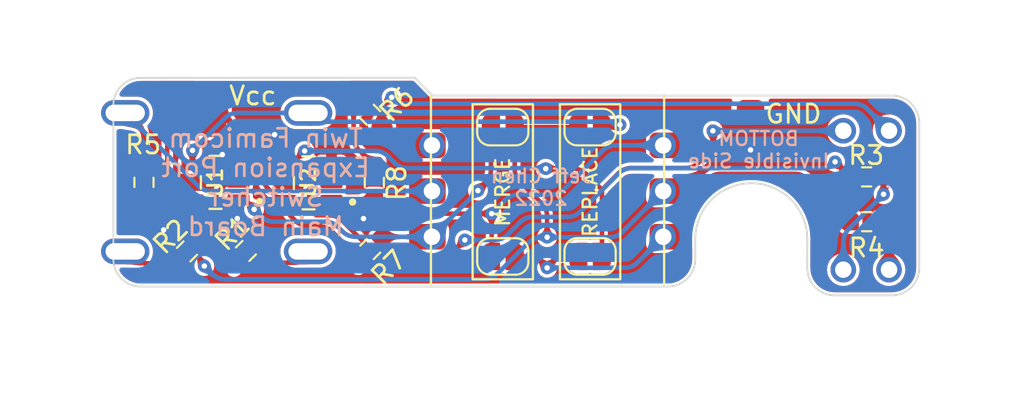
<source format=kicad_pcb>
(kicad_pcb (version 20211014) (generator pcbnew)
  (title_block (title "Twin Famicom Expansion Port Switcher Main Board") (date "2022-11-05") (rev "1") (company "Jeff Chen"))
  (layers (0 "F.Cu" signal "Front") (31 "B.Cu" signal "Back") (34 "B.Paste" user) (35 "F.Paste" user) (36 "B.SilkS" user "B.Silkscreen") (37 "F.SilkS" user "F.Silkscreen") (38 "B.Mask" user) (39 "F.Mask" user) (44 "Edge.Cuts" user))
  (net 0 "")
  (net 1 "/P1D0_IN_RAW")
  (net 2 "/P1D1 IN RAW")
  (net 3 "/P2D0 IN RAW")
  (net 4 "/P2D1 IN RAW")
  (net 5 "/P1D0 OUT")
  (net 6 "/P1D1 OUT")
  (net 7 "/P2D0 OUT")
  (net 8 "/P2D1 OUT")
  (net 9 "/P1D1 IN")
  (net 10 "/P1D1 TO GATE")
  (net 11 "/P2D1 IN")
  (net 12 "/P2D1 TO GATE")
  (net 13 "/P1D0_IN")
  (net 14 "/P2D0 IN")
  (net 15 "VCC")
  (net 16 "GND")
  (footprint "DA15_Fix:Short Via" (layer "F.Cu") (at 162.375 106.775)
    (fp_text reference "J4" hide)
    (fp_text value "P2D1 IN")
  )
  (footprint "DA15_Fix:Short Via" (layer "F.Cu") (at 162.375 99.175)
    (fp_text reference "J8" hide)
    (fp_text value "P2D1 OUT")
  )
  (footprint "Resistor_SMD:R_0603_1608Metric_Pad0.98x0.95mm_HandSolder" (layer "F.Cu") (at 134 98.3 135)
    (fp_text reference "R6")
    (fp_text value "100K")
  )
  (footprint "Resistor_SMD:R_0603_1608Metric_Pad0.98x0.95mm_HandSolder" (layer "F.Cu") (at 134 105.65 -135)
    (fp_text reference "R7")
    (fp_text value "100K")
  )
  (footprint "DA15_Fix:Landing Pad" (layer "F.Cu") (at 150.025 104.975 180)
    (fp_text reference "J12" hide)
    (fp_text value "P2D1 IN")
  )
  (footprint "Resistor_SMD:R_0603_1608Metric_Pad0.98x0.95mm_HandSolder" (layer "F.Cu") (at 127.2 105.75 45)
    (fp_text reference "R1")
    (fp_text value "220")
  )
  (footprint "DA15_Fix:Short Via" (layer "F.Cu") (at 159.875 99.175)
    (fp_text reference "J7" hide)
    (fp_text value "P2D0 OUT")
  )
  (footprint "DA15_Fix:Landing Pad" (layer "F.Cu") (at 137.375 102.475)
    (fp_text reference "J11" hide)
    (fp_text value "P1D1 TO SELF")
  )
  (footprint "DA15_Fix:Single Pad Pin" (layer "F.Cu") (at 154.8 98.99)
    (fp_text reference "GND")
    (fp_text value "GND")
  )
  (footprint "DA15_Fix:Single Pad Pin" (layer "F.Cu") (at 125.37 98.01)
    (fp_text reference "Vcc")
    (fp_text value "VCC")
  )
  (footprint "DA15_Fix:Long Via" (layer "F.Cu") (at 130.6 105.775)
    (fp_text reference "J1" hide)
    (fp_text value "P1D0 IN")
  )
  (footprint "Resistor_SMD:R_0603_1608Metric_Pad0.98x0.95mm_HandSolder" (layer "F.Cu") (at 161.15 104.15 180)
    (fp_text reference "R4")
    (fp_text value "220")
  )
  (footprint "DA15_Fix:Landing Pad" (layer "F.Cu") (at 150.025 102.475 180)
    (fp_text reference "J9" hide)
    (fp_text value "P1D1 IN")
  )
  (footprint "Jumper:SolderJumper-2_P1.3mm_Open_RoundedPad1.0x1.5mm" (layer "F.Cu") (at 141.25 98.975 180)
    (fp_text reference "JP1" hide)
    (fp_text value "MERGE")
  )
  (footprint "DA15_Fix:Long Via" (layer "F.Cu") (at 120.6 98.2)
    (fp_text reference "J6" hide)
    (fp_text value "P1D1 OUT")
  )
  (footprint "DA15_Fix:Long Via" (layer "F.Cu") (at 130.6 98.2)
    (fp_text reference "J5" hide)
    (fp_text value "P1D0 OUT")
  )
  (footprint "Resistor_SMD:R_0603_1608Metric_Pad0.98x0.95mm_HandSolder" (layer "F.Cu") (at 161.15 101.7 180)
    (fp_text reference "R3")
    (fp_text value "220")
  )
  (footprint "Resistor_SMD:R_0603_1608Metric_Pad0.98x0.95mm_HandSolder" (layer "F.Cu") (at 134.225 102 90)
    (fp_text reference "R8")
    (fp_text value "100K")
  )
  (footprint "Resistor_SMD:R_0603_1608Metric_Pad0.98x0.95mm_HandSolder" (layer "F.Cu") (at 123.975 105.775 45)
    (fp_text reference "R2")
    (fp_text value "220")
  )
  (footprint "DA15_Fix:Long Via" (layer "F.Cu") (at 120.6 105.775)
    (fp_text reference "J2" hide)
    (fp_text value "P1D1 IN")
  )
  (footprint "LOGO" (layer "F.Cu") (at 142 102.225)
    (fp_text reference "G***" hide)
    (fp_text value "LOGO" hide)
  )
  (footprint "Jumper:SolderJumper-2_P1.3mm_Open_RoundedPad1.0x1.5mm" (layer "F.Cu") (at 146.025 98.975)
    (fp_text reference "JP3" hide)
    (fp_text value "REPLACE")
  )
  (footprint "DA15_Fix:SOT95P280X145-5N" (layer "F.Cu") (at 130.625 102.025 180)
    (fp_text reference "U2")
    (fp_text value "SN74AHCT1G08DBVR")
  )
  (footprint "Jumper:SolderJumper-2_P1.3mm_Open_RoundedPad1.0x1.5mm" (layer "F.Cu") (at 141.25 106.05 180)
    (fp_text reference "JP2" hide)
    (fp_text value "MERGE")
  )
  (footprint "DA15_Fix:Short Via" (layer "F.Cu") (at 159.875 106.775)
    (fp_text reference "J3" hide)
    (fp_text value "P2D0 IN")
  )
  (footprint "Jumper:SolderJumper-2_P1.3mm_Open_RoundedPad1.0x1.5mm" (layer "F.Cu") (at 146.025 106.05)
    (fp_text reference "JP4" hide)
    (fp_text value "REPLACE")
  )
  (footprint "DA15_Fix:Landing Pad" (layer "F.Cu") (at 137.375 104.975)
    (fp_text reference "J10" hide)
    (fp_text value "P1D1 TO GATE")
  )
  (footprint "DA15_Fix:Landing Pad" (layer "F.Cu") (at 137.375 99.975)
    (fp_text reference "J14" hide)
    (fp_text value "P2D1 TO SELF")
  )
  (footprint "Resistor_SMD:R_0603_1608Metric_Pad0.98x0.95mm_HandSolder" (layer "F.Cu") (at 121.625 102 -90)
    (fp_text reference "R5")
    (fp_text value "100K")
  )
  (footprint "DA15_Fix:Landing Pad" (layer "F.Cu") (at 150.025 99.975 180)
    (fp_text reference "J13" hide)
    (fp_text value "P2D1 TO GATE")
  )
  (footprint "DA15_Fix:SOT95P280X145-5N" (layer "F.Cu") (at 125.5375 102 180)
    (fp_text reference "U1")
    (fp_text value "SN74AHCT1G08DBVR")
  )
  (gr_rect (start 144.375 97.725) (end 147.675 107.3) (layer "F.SilkS") (width 0.127) (fill none))
  (gr_rect (start 139.6 97.725) (end 142.9 107.3) (layer "F.SilkS") (width 0.127) (fill none))
  (gr_line (start 150.075 97.325) (end 150.075 107.625) (layer "F.SilkS") (width 0.127))
  (gr_line (start 137.32 97.2975) (end 137.32 107.6225) (layer "F.SilkS") (width 0.127))
  (gr_line (start 151.779427 106.199128) (end 151.7768 105.11) (layer "Edge.Cuts") (width 0.1))
  (gr_line (start 137.4 97.25) (end 136.44 96.275) (layer "Edge.Cuts") (width 0.1))
  (gr_line (start 159.400872 108.179427) (end 162.529128 108.179427) (layer "Edge.Cuts") (width 0.1))
  (gr_line (start 119.950573 97.780872) (end 119.950573 106.199128) (layer "Edge.Cuts") (width 0.1))
  (gr_line (start 162.529128 97.250573) (end 137.4 97.25) (layer "Edge.Cuts") (width 0.1))
  (gr_line (start 136.44 96.275) (end 121.450872 96.280573) (layer "Edge.Cuts") (width 0.1))
  (gr_line (start 121.450872 107.699427) (end 150.279128 107.699427) (layer "Edge.Cuts") (width 0.1))
  (gr_arc (start 151.779427 106.199128) (mid 151.34 107.26) (end 150.279128 107.699427) (layer "Edge.Cuts") (width 0.1))
  (gr_arc (start 151.7768 105.11) (mid 154.84 102.0468) (end 157.9032 105.11) (layer "Edge.Cuts") (width 0.1))
  (gr_arc (start 119.950573 97.780872) (mid 120.39 96.72) (end 121.450872 96.280573) (layer "Edge.Cuts") (width 0.1))
  (gr_line (start 157.900573 106.679128) (end 157.9032 105.11) (layer "Edge.Cuts") (width 0.1))
  (gr_arc (start 159.400872 108.179427) (mid 158.34 107.74) (end 157.900573 106.679128) (layer "Edge.Cuts") (width 0.1))
  (gr_line (start 164.029427 106.679128) (end 164.029427 98.750872) (layer "Edge.Cuts") (width 0.1))
  (gr_arc (start 162.529128 97.250573) (mid 163.59 97.69) (end 164.029427 98.750872) (layer "Edge.Cuts") (width 0.1))
  (gr_arc (start 164.029427 106.679128) (mid 163.59 107.74) (end 162.529128 108.179427) (layer "Edge.Cuts") (width 0.1))
  (gr_arc (start 121.450872 107.699427) (mid 120.39 107.26) (end 119.950573 106.199128) (layer "Edge.Cuts") (width 0.1))
  (gr_text "Twin Famicom\nExpansion Port\nSwitcher\nMain Board" (at 128.28 102) (layer "B.SilkS") (effects (font (size 1 1)) (justify mirror)))
  (gr_text "BOTTOM\nInvisible Side" (at 155.24 100.22) (layer "B.SilkS") (effects (font (size 0.762 0.762) (thickness 0.127)) (justify mirror)))
  (gr_text "Jeff Chen\n2022" (at 143.34 102.27) (layer "B.SilkS") (effects (font (size 0.762 0.762) (thickness 0.127)) (justify mirror)))
  (gr_text "MERGE" (at 141.25 102.525 90) (layer "F.SilkS") (effects (font (size 0.762 0.762) (thickness 0.127))))
  (gr_text "REPLACE" (at 146.03 102.51 90) (layer "F.SilkS") (effects (font (size 0.762 0.762) (thickness 0.127))))
  (segment (start 130.272658 106.102342) (end 130.6 105.775) (width 0.25) (layer "F.Cu") (net 1))
  (segment (start 126.554765 106.395235) (end 129.565551 106.395235) (width 0.25) (layer "F.Cu") (net 1))
  (arc (start 129.565551 106.395235) (mid 129.948234 106.319115) (end 130.272658 106.102342) (width 0.25) (layer "F.Cu") (net 1))
  (segment (start 120.957107 106.132107) (end 120.6 105.775) (width 0.25) (layer "F.Cu") (net 2))
  (segment (start 123.325 106.425) (end 121.664214 106.425) (width 0.25) (layer "F.Cu") (net 2))
  (segment (start 123.329765 106.420235) (end 123.325 106.425) (width 0.25) (layer "F.Cu") (net 2))
  (arc (start 120.957107 106.132107) (mid 121.28153 106.34888) (end 121.664214 106.425) (width 0.25) (layer "F.Cu") (net 2))
  (segment (start 162.075 102.65) (end 162.075 101.7) (width 0.25) (layer "F.Cu") (net 3))
  (via (at 162.075 102.65) (size 0.7) (drill 0.3) (layers "F.Cu" "B.Cu") (net 3))
  (segment (start 162.075 102.65) (end 160.172893 104.552107) (width 0.25) (layer "B.Cu") (net 3))
  (segment (start 159.88 105.259214) (end 159.88 106.77) (width 0.25) (layer "B.Cu") (net 3))
  (arc (start 160.172893 104.552107) (mid 159.95612 104.87653) (end 159.88 105.259214) (width 0.25) (layer "B.Cu") (net 3))
  (segment (start 162.082107 104.182107) (end 162.05 104.15) (width 0.25) (layer "F.Cu") (net 4))
  (segment (start 162.375 106.775) (end 162.375 104.889214) (width 0.25) (layer "F.Cu") (net 4))
  (arc (start 162.082107 104.182107) (mid 162.29888 104.50653) (end 162.375 104.889214) (width 0.25) (layer "F.Cu") (net 4))
  (segment (start 147.535 98.975) (end 147.66 98.85) (width 0.254) (layer "F.Cu") (net 5))
  (segment (start 146.675 98.975) (end 147.535 98.975) (width 0.254) (layer "F.Cu") (net 5))
  (segment (start 124.28 100.25) (end 124.28 101.05) (width 0.25) (layer "F.Cu") (net 5))
  (via (at 147.66 98.85) (size 0.7) (drill 0.3) (layers "F.Cu" "B.Cu") (net 5))
  (via (at 124.28 100.25) (size 0.7) (drill 0.3) (layers "F.Cu" "B.Cu") (net 5))
  (segment (start 147.66 98.85) (end 147.49 98.68) (width 0.254) (layer "B.Cu") (net 5))
  (segment (start 131.09 98.68) (end 130.6 98.19) (width 0.254) (layer "B.Cu") (net 5))
  (segment (start 126.037107 98.492893) (end 124.28 100.25) (width 0.25) (layer "B.Cu") (net 5))
  (segment (start 130.6 98.2) (end 126.744214 98.2) (width 0.25) (layer "B.Cu") (net 5))
  (segment (start 147.49 98.68) (end 131.09 98.68) (width 0.254) (layer "B.Cu") (net 5))
  (arc (start 126.037107 98.492893) (mid 126.36153 98.27612) (end 126.744214 98.2) (width 0.25) (layer "B.Cu") (net 5))
  (segment (start 121.625 99.639214) (end 121.625 101.075) (width 0.25) (layer "F.Cu") (net 6))
  (segment (start 120.6 98.2) (end 121.332107 98.932107) (width 0.25) (layer "F.Cu") (net 6))
  (arc (start 121.332107 98.932107) (mid 121.54888 99.25653) (end 121.625 99.639214) (width 0.25) (layer "F.Cu") (net 6))
  (segment (start 120.6 98.2) (end 124.582107 102.182107) (width 0.25) (layer "B.Cu") (net 6))
  (segment (start 125.289214 102.475) (end 137.375 102.475) (width 0.25) (layer "B.Cu") (net 6))
  (arc (start 124.582107 102.182107) (mid 124.90653 102.39888) (end 125.289214 102.475) (width 0.25) (layer "B.Cu") (net 6))
  (segment (start 152.74 99.18) (end 152.74 99.725786) (width 0.25) (layer "F.Cu") (net 7))
  (segment (start 129.615 101.075) (end 130.41 100.28) (width 0.25) (layer "F.Cu") (net 7))
  (segment (start 151.250119 101.215667) (end 148.273547 101.215667) (width 0.25) (layer "F.Cu") (net 7))
  (segment (start 145.110786 101.25) (end 143.6 101.25) (width 0.25) (layer "F.Cu") (net 7))
  (segment (start 146.675 102.4) (end 145.817893 101.542893) (width 0.25) (layer "F.Cu") (net 7))
  (segment (start 152.447107 100.432893) (end 151.957226 100.922774) (width 0.25) (layer "F.Cu") (net 7))
  (segment (start 146.675 106.05) (end 146.675 102.4) (width 0.254) (layer "F.Cu") (net 7))
  (segment (start 147.56644 101.50856) (end 146.675 102.4) (width 0.25) (layer "F.Cu") (net 7))
  (segment (start 129.37 101.075) (end 129.615 101.075) (width 0.25) (layer "F.Cu") (net 7))
  (via (at 152.74 99.18) (size 0.7) (drill 0.3) (layers "F.Cu" "B.Cu") (net 7))
  (via (at 130.41 100.28) (size 0.7) (drill 0.3) (layers "F.Cu" "B.Cu") (net 7))
  (via (at 143.6 101.25) (size 0.7) (drill 0.3) (layers "F.Cu" "B.Cu") (net 7))
  (arc (start 151.250119 101.215667) (mid 151.632802 101.139547) (end 151.957226 100.922774) (width 0.25) (layer "F.Cu") (net 7))
  (arc (start 152.447107 100.432893) (mid 152.66388 100.10847) (end 152.74 99.725786) (width 0.25) (layer "F.Cu") (net 7))
  (arc (start 148.273547 101.215667) (mid 147.890864 101.291787) (end 147.56644 101.50856) (width 0.25) (layer "F.Cu") (net 7))
  (arc (start 145.817893 101.542893) (mid 145.493469 101.32612) (end 145.110786 101.25) (width 0.25) (layer "F.Cu") (net 7))
  (segment (start 130.41 100.28) (end 134.265786 100.28) (width 0.25) (layer "B.Cu") (net 7))
  (segment (start 143.573615 101.223615) (end 143.6 101.25) (width 0.25) (layer "B.Cu") (net 7))
  (segment (start 152.745 99.175) (end 159.875 99.175) (width 0.25) (layer "B.Cu") (net 7))
  (segment (start 134.972893 100.572893) (end 135.330722 100.930722) (width 0.25) (layer "B.Cu") (net 7))
  (segment (start 152.74 99.18) (end 152.745 99.175) (width 0.25) (layer "B.Cu") (net 7))
  (segment (start 136.037829 101.223615) (end 143.573615 101.223615) (width 0.25) (layer "B.Cu") (net 7))
  (arc (start 135.330722 100.930722) (mid 135.655145 101.147495) (end 136.037829 101.223615) (width 0.25) (layer "B.Cu") (net 7))
  (arc (start 134.265786 100.28) (mid 134.648469 100.35612) (end 134.972893 100.572893) (width 0.25) (layer "B.Cu") (net 7))
  (segment (start 136.089214 99.975) (end 137.375 99.975) (width 0.25) (layer "F.Cu") (net 8))
  (segment (start 134.645235 98.945235) (end 135.382107 99.682107) (width 0.25) (layer "F.Cu") (net 8))
  (segment (start 135.175 97.35) (end 134.942893 97.582107) (width 0.25) (layer "F.Cu") (net 8))
  (segment (start 134.65 98.289214) (end 134.65 98.95) (width 0.25) (layer "F.Cu") (net 8))
  (via (at 135.175 97.35) (size 0.7) (drill 0.3) (layers "F.Cu" "B.Cu") (net 8))
  (arc (start 136.089214 99.975) (mid 135.706531 99.89888) (end 135.382107 99.682107) (width 0.25) (layer "F.Cu") (net 8))
  (arc (start 134.942893 97.582107) (mid 134.72612 97.90653) (end 134.65 98.289214) (width 0.25) (layer "F.Cu") (net 8))
  (segment (start 135.175 97.35) (end 135.232107 97.407107) (width 0.25) (layer "B.Cu") (net 8))
  (segment (start 161.192893 97.992893) (end 162.375 99.175) (width 0.25) (layer "B.Cu") (net 8))
  (segment (start 135.939214 97.7) (end 160.485786 97.7) (width 0.25) (layer "B.Cu") (net 8))
  (arc (start 161.192893 97.992893) (mid 160.86847 97.77612) (end 160.485786 97.7) (width 0.25) (layer "B.Cu") (net 8))
  (arc (start 135.232107 97.407107) (mid 135.55653 97.62388) (end 135.939214 97.7) (width 0.25) (layer "B.Cu") (net 8))
  (segment (start 143.675 105) (end 143.675 103.864214) (width 0.25) (layer "F.Cu") (net 9))
  (segment (start 141.9 101.260786) (end 141.9 98.975) (width 0.25) (layer "F.Cu") (net 9))
  (segment (start 143.382107 103.157107) (end 142.192893 101.967893) (width 0.25) (layer "F.Cu") (net 9))
  (segment (start 141.9 98.975) (end 145.375 98.975) (width 0.25) (layer "F.Cu") (net 9))
  (segment (start 124.925 106.575) (end 124.917893 106.567893) (width 0.25) (layer "F.Cu") (net 9))
  (segment (start 124.625 105.860786) (end 124.625 105.125) (width 0.25) (layer "F.Cu") (net 9))
  (via (at 143.675 105) (size 0.7) (drill 0.3) (layers "F.Cu" "B.Cu") (net 9))
  (via (at 124.925 106.575) (size 0.7) (drill 0.3) (layers "F.Cu" "B.Cu") (net 9))
  (arc (start 142.192893 101.967893) (mid 141.97612 101.64347) (end 141.9 101.260786) (width 0.25) (layer "F.Cu") (net 9))
  (arc (start 143.382107 103.157107) (mid 143.59888 103.48153) (end 143.675 103.864214) (width 0.25) (layer "F.Cu") (net 9))
  (arc (start 124.917893 106.567893) (mid 124.70112 106.24347) (end 124.625 105.860786) (width 0.25) (layer "F.Cu") (net 9))
  (segment (start 143.675 105) (end 147.085786 105) (width 0.25) (layer "B.Cu") (net 9))
  (segment (start 142.657107 105.292893) (end 140.942893 107.007107) (width 0.25) (layer "B.Cu") (net 9))
  (segment (start 147.792893 104.707107) (end 150.025 102.475) (width 0.25) (layer "B.Cu") (net 9))
  (segment (start 140.235786 107.3) (end 126.064214 107.3) (width 0.25) (layer "B.Cu") (net 9))
  (segment (start 125.357107 107.007107) (end 124.925 106.575) (width 0.25) (layer "B.Cu") (net 9))
  (segment (start 143.675 105) (end 143.364214 105) (width 0.25) (layer "B.Cu") (net 9))
  (arc (start 125.357107 107.007107) (mid 125.68153 107.22388) (end 126.064214 107.3) (width 0.25) (layer "B.Cu") (net 9))
  (arc (start 142.657107 105.292893) (mid 142.98153 105.07612) (end 143.364214 105) (width 0.25) (layer "B.Cu") (net 9))
  (arc (start 140.942893 107.007107) (mid 140.61847 107.22388) (end 140.235786 107.3) (width 0.25) (layer "B.Cu") (net 9))
  (arc (start 147.085786 105) (mid 147.468469 104.92388) (end 147.792893 104.707107) (width 0.25) (layer "B.Cu") (net 9))
  (segment (start 139.89 102.432271) (end 140.375252 101.947019) (width 0.25) (layer "F.Cu") (net 10))
  (segment (start 127.125 102.95) (end 126.8 102.95) (width 0.25) (layer "F.Cu") (net 10))
  (segment (start 127.65 103.475) (end 127.125 102.95) (width 0.25) (layer "F.Cu") (net 10))
  (segment (start 139.89 102.45) (end 139.89 102.432271) (width 0.25) (layer "F.Cu") (net 10))
  (segment (start 134.675 104.975) (end 134.65 105) (width 0.25) (layer "F.Cu") (net 10))
  (segment (start 137.375 104.975) (end 134.675 104.975) (width 0.25) (layer "F.Cu") (net 10))
  (segment (start 140.6 101.310786) (end 140.6 98.975) (width 0.25) (layer "F.Cu") (net 10))
  (via (at 127.65 103.475) (size 0.7) (drill 0.3) (layers "F.Cu" "B.Cu") (net 10))
  (via (at 139.89 102.45) (size 0.7) (drill 0.3) (layers "F.Cu" "B.Cu") (net 10))
  (arc (start 140.375252 101.947019) (mid 140.541548 101.647678) (end 140.6 101.310786) (width 0.25) (layer "F.Cu") (net 10))
  (segment (start 139.89 102.45) (end 139.89 102.46) (width 0.25) (layer "B.Cu") (net 10))
  (segment (start 132.482107 104.682107) (end 132.242893 104.442893) (width 0.25) (layer "B.Cu") (net 10))
  (segment (start 136.960786 104.975) (end 133.189214 104.975) (width 0.25) (layer "B.Cu") (net 10))
  (segment (start 131.535786 104.15) (end 128.739214 104.15) (width 0.25) (layer "B.Cu") (net 10))
  (segment (start 139.89 102.46) (end 137.667893 104.682107) (width 0.25) (layer "B.Cu") (net 10))
  (segment (start 128.032107 103.857107) (end 127.65 103.475) (width 0.25) (layer "B.Cu") (net 10))
  (arc (start 133.189214 104.975) (mid 132.806531 104.89888) (end 132.482107 104.682107) (width 0.25) (layer "B.Cu") (net 10))
  (arc (start 132.242893 104.442893) (mid 131.918469 104.22612) (end 131.535786 104.15) (width 0.25) (layer "B.Cu") (net 10))
  (arc (start 128.739214 104.15) (mid 128.35653 104.07388) (end 128.032107 103.857107) (width 0.25) (layer "B.Cu") (net 10))
  (arc (start 137.667893 104.682107) (mid 137.343469 104.89888) (end 136.960786 104.975) (width 0.25) (layer "B.Cu") (net 10))
  (segment (start 151.952893 102.337107) (end 152.467107 101.822893) (width 0.25) (layer "F.Cu") (net 11))
  (segment (start 157.912893 101.822893) (end 160.24 104.15) (width 0.25) (layer "F.Cu") (net 11))
  (segment (start 144.714214 106.05) (end 145.375 106.05) (width 0.25) (layer "F.Cu") (net 11))
  (segment (start 151.66 103.425786) (end 151.66 103.044214) (width 0.25) (layer "F.Cu") (net 11))
  (segment (start 150.817893 104.682107) (end 151.367107 104.132893) (width 0.25) (layer "F.Cu") (net 11))
  (segment (start 153.174214 101.53) (end 157.205786 101.53) (width 0.25) (layer "F.Cu") (net 11))
  (segment (start 143.675 106.675) (end 144.007107 106.342893) (width 0.25) (layer "F.Cu") (net 11))
  (segment (start 150.025 104.975) (end 150.110786 104.975) (width 0.25) (layer "F.Cu") (net 11))
  (segment (start 141.9 106.05) (end 142.635786 106.05) (width 0.25) (layer "F.Cu") (net 11))
  (segment (start 143.342893 106.342893) (end 143.675 106.675) (width 0.25) (layer "F.Cu") (net 11))
  (via (at 143.675 106.675) (size 0.7) (drill 0.3) (layers "F.Cu" "B.Cu") (net 11))
  (arc (start 157.205786 101.53) (mid 157.588469 101.60612) (end 157.912893 101.822893) (width 0.25) (layer "F.Cu") (net 11))
  (arc (start 153.174214 101.53) (mid 152.791531 101.60612) (end 152.467107 101.822893) (width 0.25) (layer "F.Cu") (net 11))
  (arc (start 144.007107 106.342893) (mid 144.33153 106.12612) (end 144.714214 106.05) (width 0.25) (layer "F.Cu") (net 11))
  (arc (start 143.342893 106.342893) (mid 143.01847 106.12612) (end 142.635786 106.05) (width 0.25) (layer "F.Cu") (net 11))
  (arc (start 151.367107 104.132893) (mid 151.58388 103.80847) (end 151.66 103.425786) (width 0.25) (layer "F.Cu") (net 11))
  (arc (start 151.952893 102.337107) (mid 151.73612 102.66153) (end 151.66 103.044214) (width 0.25) (layer "F.Cu") (net 11))
  (arc (start 150.110786 104.975) (mid 150.493469 104.89888) (end 150.817893 104.682107) (width 0.25) (layer "F.Cu") (net 11))
  (segment (start 143.675 106.675) (end 143.68 106.67) (width 0.25) (layer "B.Cu") (net 11))
  (segment (start 143.68 106.67) (end 147.915786 106.67) (width 0.25) (layer "B.Cu") (net 11))
  (segment (start 148.622893 106.377107) (end 150.025 104.975) (width 0.25) (layer "B.Cu") (net 11))
  (arc (start 148.622893 106.377107) (mid 148.29847 106.59388) (end 147.915786 106.67) (width 0.25) (layer "B.Cu") (net 11))
  (segment (start 140.64 106.02) (end 140.61 106.05) (width 0.25) (layer "F.Cu") (net 12))
  (segment (start 140.64 103.71) (end 140.64 106.02) (width 0.25) (layer "F.Cu") (net 12))
  (segment (start 134.15 102.975) (end 134.225 102.9) (width 0.25) (layer "F.Cu") (net 12))
  (segment (start 131.88 102.975) (end 134.15 102.975) (width 0.25) (layer "F.Cu") (net 12))
  (segment (start 140.64 103.71) (end 135.444214 103.71) (width 0.25) (layer "F.Cu") (net 12))
  (segment (start 134.737107 103.417107) (end 134.22 102.9) (width 0.25) (layer "F.Cu") (net 12))
  (via (at 140.64 103.71) (size 0.7) (drill 0.3) (layers "F.Cu" "B.Cu") (net 12))
  (arc (start 134.737107 103.417107) (mid 135.06153 103.63388) (end 135.444214 103.71) (width 0.25) (layer "F.Cu") (net 12))
  (segment (start 144.592893 102.382107) (end 146.707107 100.267893) (width 0.25) (layer "B.Cu") (net 12))
  (segment (start 147.414214 99.975) (end 150.025 99.975) (width 0.25) (layer "B.Cu") (net 12))
  (segment (start 142.089214 102.675) (end 143.885786 102.675) (width 0.25) (layer "B.Cu") (net 12))
  (segment (start 140.625 103.725) (end 140.604457 103.745543) (width 0.25) (layer "B.Cu") (net 12))
  (segment (start 140.625 103.725) (end 141.382107 102.967893) (width 0.25) (layer "B.Cu") (net 12))
  (arc (start 143.885786 102.675) (mid 144.268469 102.59888) (end 144.592893 102.382107) (width 0.25) (layer "B.Cu") (net 12))
  (arc (start 147.414214 99.975) (mid 147.031531 100.05112) (end 146.707107 100.267893) (width 0.25) (layer "B.Cu") (net 12))
  (arc (start 141.382107 102.967893) (mid 141.70653 102.75112) (end 142.089214 102.675) (width 0.25) (layer "B.Cu") (net 12))
  (segment (start 126.989214 105.1) (end 127.85 105.1) (width 0.254) (layer "F.Cu") (net 13))
  (segment (start 126.7925 102) (end 126.605978 102) (width 0.254) (layer "F.Cu") (net 13))
  (segment (start 125.525 103.080978) (end 125.525 103.635786) (width 0.254) (layer "F.Cu") (net 13))
  (segment (start 125.817893 104.342893) (end 126.282107 104.807107) (width 0.254) (layer "F.Cu") (net 13))
  (segment (start 125.898871 102.292893) (end 125.817893 102.373871) (width 0.254) (layer "F.Cu") (net 13))
  (arc (start 126.989214 105.1) (mid 126.606531 105.02388) (end 126.282107 104.807107) (width 0.254) (layer "F.Cu") (net 13))
  (arc (start 125.817893 104.342893) (mid 125.60112 104.01847) (end 125.525 103.635786) (width 0.254) (layer "F.Cu") (net 13))
  (arc (start 125.817893 102.373871) (mid 125.60112 102.698294) (end 125.525 103.080978) (width 0.254) (layer "F.Cu") (net 13))
  (arc (start 125.898871 102.292893) (mid 126.223294 102.07612) (end 126.605978 102) (width 0.254) (layer "F.Cu") (net 13))
  (segment (start 130.65 102.375) (end 131 102.025) (width 0.25) (layer "F.Cu") (net 14))
  (segment (start 130.65 103.4) (end 130.65 102.375) (width 0.25) (layer "F.Cu") (net 14))
  (segment (start 131.760786 103.8) (end 131.05 103.8) (width 0.25) (layer "F.Cu") (net 14))
  (segment (start 131.05 103.8) (end 130.65 103.4) (width 0.25) (layer "F.Cu") (net 14))
  (segment (start 134.139651 105.764651) (end 132.467893 104.092893) (width 0.25) (layer "F.Cu") (net 14))
  (segment (start 131 102.025) (end 131.875 102.025) (width 0.25) (layer "F.Cu") (net 14))
  (segment (start 160.2375 101.6875) (end 159.425 100.875) (width 0.25) (layer "F.Cu") (net 14))
  (segment (start 137.853242 106.057544) (end 134.846758 106.057544) (width 0.25) (layer "F.Cu") (net 14))
  (segment (start 160.2375 101.7) (end 160.2375 101.6875) (width 0.25) (layer "F.Cu") (net 14))
  (segment (start 139.175 105.15) (end 138.560349 105.764651) (width 0.25) (layer "F.Cu") (net 14))
  (via (at 139.175 105.15) (size 0.7) (drill 0.3) (layers "F.Cu" "B.Cu") (net 14))
  (via (at 159.425 100.875) (size 0.7) (drill 0.3) (layers "F.Cu" "B.Cu") (net 14))
  (arc (start 131.760786 103.8) (mid 132.143469 103.87612) (end 132.467893 104.092893) (width 0.25) (layer "F.Cu") (net 14))
  (arc (start 134.846758 106.057544) (mid 134.464075 105.981424) (end 134.139651 105.764651) (width 0.25) (layer "F.Cu") (net 14))
  (arc (start 138.560349 105.764651) (mid 138.235926 105.981424) (end 137.853242 106.057544) (width 0.25) (layer "F.Cu") (net 14))
  (segment (start 148.289214 101.225) (end 158.660786 101.225) (width 0.25) (layer "B.Cu") (net 14))
  (segment (start 159.367893 100.932107) (end 159.425 100.875) (width 0.25) (layer "B.Cu") (net 14))
  (segment (start 142.904214 103.885) (end 144.800786 103.885) (width 0.25) (layer "B.Cu") (net 14))
  (segment (start 145.507893 103.592107) (end 147.582107 101.517893) (width 0.25) (layer "B.Cu") (net 14))
  (segment (start 139.175 105.15) (end 140.810786 105.15) (width 0.25) (layer "B.Cu") (net 14))
  (segment (start 141.517893 104.857107) (end 142.197107 104.177893) (width 0.25) (layer "B.Cu") (net 14))
  (arc (start 144.800786 103.885) (mid 145.183469 103.80888) (end 145.507893 103.592107) (width 0.25) (layer "B.Cu") (net 14))
  (arc (start 159.367893 100.932107) (mid 159.04347 101.14888) (end 158.660786 101.225) (width 0.25) (layer "B.Cu") (net 14))
  (arc (start 142.904214 103.885) (mid 142.521531 103.96112) (end 142.197107 104.177893) (width 0.25) (layer "B.Cu") (net 14))
  (arc (start 148.289214 101.225) (mid 147.906531 101.30112) (end 147.582107 101.517893) (width 0.25) (layer "B.Cu") (net 14))
  (arc (start 141.517893 104.857107) (mid 141.19347 105.07388) (end 140.810786 105.15) (width 0.25) (layer "B.Cu") (net 14))
  (segment (start 121.65 102.95) (end 121.625 102.925) (width 0.25) (layer "F.Cu") (net 15))
  (segment (start 133.057107 97.357107) (end 132.692893 96.992893) (width 0.25) (layer "F.Cu") (net 15))
  (segment (start 129.662893 103.852893) (end 129.917107 104.107107) (width 0.25) (layer "F.Cu") (net 15))
  (segment (start 126.707107 96.992893) (end 125.967893 97.732107) (width 0.25) (layer "F.Cu") (net 15))
  (segment (start 125.260786 98.025) (end 124.089214 98.025) (width 0.25) (layer "F.Cu") (net 15))
  (segment (start 133.09 99.525786) (end 133.09 97.91) (width 0.25) (layer "F.Cu") (net 15))
  (segment (start 130.624214 104.4) (end 131.210786 104.4) (width 0.25) (layer "F.Cu") (net 15))
  (segment (start 129.37 102.975) (end 129.37 103.145786) (width 0.25) (layer "F.Cu") (net 15))
  (segment (start 123.382107 98.317893) (end 123.192893 98.507107) (width 0.25) (layer "F.Cu") (net 15))
  (segment (start 122.9 99.214214) (end 122.9 102.95) (width 0.25) (layer "F.Cu") (net 15))
  (segment (start 129.375 102.975) (end 129.05 102.975) (width 0.25) (layer "F.Cu") (net 15))
  (segment (start 133.354765 97.654765) (end 133.057107 97.357107) (width 0.254) (layer "F.Cu") (net 15))
  (segment (start 133.35 106.125) (end 133.35 106.275) (width 0.25) (layer "F.Cu") (net 15))
  (segment (start 133.09 97.91) (end 133.35 97.65) (width 0.25) (layer "F.Cu") (net 15))
  (segment (start 134.225 101.075) (end 133.382893 100.232893) (width 0.25) (layer "F.Cu") (net 15))
  (segment (start 129.05 102.975) (end 128.392893 102.317893) (width 0.25) (layer "F.Cu") (net 15))
  (segment (start 122.9 102.95) (end 121.65 102.95) (width 0.25) (layer "F.Cu") (net 15))
  (segment (start 127.809365 100.149365) (end 125.68 98.02) (width 0.25) (layer "F.Cu") (net 15))
  (segment (start 122.9 102.95) (end 124.275 102.95) (width 0.25) (layer "F.Cu") (net 15))
  (segment (start 131.985786 96.7) (end 127.414214 96.7) (width 0.25) (layer "F.Cu") (net 15))
  (segment (start 131.917893 104.692893) (end 133.35 106.125) (width 0.25) (layer "F.Cu") (net 15))
  (segment (start 128.102258 101.709055) (end 128.102258 100.856472) (width 0.25) (layer "F.Cu") (net 15))
  (arc (start 123.192893 98.507107) (mid 122.97612 98.831531) (end 122.9 99.214214) (width 0.25) (layer "F.Cu") (net 15))
  (arc (start 133.09 99.525786) (mid 133.16612 99.908469) (end 133.382893 100.232893) (width 0.25) (layer "F.Cu") (net 15))
  (arc (start 129.37 103.145786) (mid 129.44612 103.528469) (end 129.662893 103.852893) (width 0.25) (layer "F.Cu") (net 15))
  (arc (start 130.624214 104.4) (mid 130.241531 104.32388) (end 129.917107 104.107107) (width 0.25) (layer "F.Cu") (net 15))
  (arc (start 127.414214 96.7) (mid 127.031531 96.77612) (end 126.707107 96.992893) (width 0.25) (layer "F.Cu") (net 15))
  (arc (start 128.102258 100.856472) (mid 128.026138 100.473789) (end 127.809365 100.149365) (width 0.25) (layer "F.Cu") (net 15))
  (arc (start 125.260786 98.025) (mid 125.643469 97.94888) (end 125.967893 97.732107) (width 0.25) (layer "F.Cu") (net 15))
  (arc (start 131.210786 104.4) (mid 131.593469 104.47612) (end 131.917893 104.692893) (width 0.25) (layer "F.Cu") (net 15))
  (arc (start 128.392893 102.317893) (mid 128.196014 102.03834) (end 128.102258 101.709055) (width 0.25) (layer "F.Cu") (net 15))
  (arc (start 132.692893 96.992893) (mid 132.368469 96.77612) (end 131.985786 96.7) (width 0.25) (layer "F.Cu") (net 15))
  (arc (start 124.089214 98.025) (mid 123.70653 98.10112) (end 123.382107 98.317893) (width 0.25) (layer "F.Cu") (net 15))
  (via (at 154.8 100.225) (size 0.7) (drill 0.3) (layers "F.Cu" "B.Cu") (net 16))
  (via (at 128.77 99.39) (size 0.7) (drill 0.3) (layers "F.Cu" "B.Cu") (net 16))
  (via (at 125.91 100.48) (size 0.7) (drill 0.3) (layers "F.Cu" "B.Cu") (net 16))
  (via (at 133.63 103.98) (size 0.7) (drill 0.3) (layers "F.Cu" "B.Cu") (net 16))
  (via (at 122.7 104.6) (size 0.7) (drill 0.3) (layers "F.Cu" "B.Cu") (net 16))
  (via (at 126.73 103.98) (size 0.7) (drill 0.3) (layers "F.Cu" "B.Cu") (net 16))
  (zone (net 1) (net_name "/P1D0_IN_RAW") (layer "F.Cu") (priority 16962) (connect_pads yes (clearance 0)) (min_thickness 0.0254) (fill yes (thermal_gap 0.508) (thermal_bridge_width 0.508))
    (polygon (pts (xy 127.499765 106.270235) (xy 127.390575 106.265821) (xy 127.299667 106.253197) (xy 127.223133 106.233288) (xy 127.157069 106.207021) (xy 127.097569 106.175321) (xy 127.040726 106.139114) (xy 126.982634 106.099326) (xy 126.919389 106.056883) (xy 126.847083 106.012711) (xy 126.761812 105.967735) (xy 126.317265 106.395235) (xy 126.761812 106.822735) (xy 126.847083 106.777758) (xy 126.919389 106.733586) (xy 126.982634 106.691143) (xy 127.040726 106.651355) (xy 127.097569 106.615148) (xy 127.157069 106.583448) (xy 127.223133 106.557181) (xy 127.299667 106.537272) (xy 127.390575 106.524648) (xy 127.499765 106.520235)))
  )
  (zone (net 11) (net_name "/P2D1 IN") (layer "F.Cu") (priority 16962) (connect_pads yes (clearance 0)) (min_thickness 0.0254) (fill yes (thermal_gap 0.508) (thermal_bridge_width 0.508))
    (polygon (pts (xy 143.004836 106.256638) (xy 143.081619 106.297154) (xy 143.14179 106.339079) (xy 143.188009 106.382951) (xy 143.222937 106.429309) (xy 143.249234 106.478692) (xy 143.269561 106.53164) (xy 143.286579 106.588692) (xy 143.302948 106.650386) (xy 143.32133 106.717263) (xy 143.344385 106.789861) (xy 143.798743 106.798743) (xy 143.789861 106.344385) (xy 143.707426 106.314632) (xy 143.637091 106.287001) (xy 143.575526 106.260557) (xy 143.519397 106.234362) (xy 143.465375 106.20748) (xy 143.410129 106.178972) (xy 143.350326 106.147904) (xy 143.282637 106.113337) (xy 143.20373 106.074335) (xy 143.110274 106.029962)))
  )
  (zone (net 15) (net_name "VCC") (layer "F.Cu") (priority 16962) (connect_pads yes (clearance 0)) (min_thickness 0.0254) (fill yes (thermal_gap 0.508) (thermal_bridge_width 0.508))
    (polygon (pts (xy 132.68532 105.637097) (xy 132.752494 105.710656) (xy 132.80174 105.778457) (xy 132.835818 105.842356) (xy 132.857489 105.904215) (xy 132.869513 105.965891) (xy 132.874652 106.029244) (xy 132.875667 106.096134) (xy 132.875317 106.168419) (xy 132.876365 106.247959) (xy 132.881571 106.336613) (xy 133.476515 106.499154) (xy 133.615679 105.898312) (xy 133.526414 105.844092) (xy 133.446025 105.802895) (xy 133.372343 105.770706) (xy 133.303196 105.743509) (xy 133.236417 105.71729) (xy 133.169836 105.688033) (xy 133.101283 105.651722) (xy 133.028588 105.604344) (xy 132.949582 105.541881) (xy 132.862097 105.46032)))
  )
  (zone (net 8) (net_name "/P2D1 OUT") (layer "F.Cu") (priority 16962) (connect_pads yes (clearance 0)) (min_thickness 0.0254) (fill yes (thermal_gap 0.508) (thermal_bridge_width 0.508))
    (polygon (pts (xy 135.364468 99.835457) (xy 135.550647 99.974387) (xy 135.721426 100.069691) (xy 135.880062 100.131776) (xy 136.029811 100.171048) (xy 136.17393 100.197915) (xy 136.315676 100.222782) (xy 136.458305 100.256057) (xy 136.605073 100.308146) (xy 136.759238 100.389457) (xy 136.924056 100.510395) (xy 137.725 99.975) (xy 137.069878 99.345) (xy 136.891803 99.440228) (xy 136.72828 99.540389) (xy 136.575822 99.63819) (xy 136.430941 99.726341) (xy 136.290152 99.797548) (xy 136.149966 99.844522) (xy 136.006896 99.85997) (xy 135.857456 99.836601) (xy 135.698159 99.767123) (xy 135.525518 99.644245)))
  )
  (zone (net 12) (net_name "/P2D1 TO GATE") (layer "F.Cu") (priority 16962) (connect_pads yes (clearance 0)) (min_thickness 0.0254) (fill yes (thermal_gap 0.508) (thermal_bridge_width 0.508))
    (polygon (pts (xy 139.95 103.835) (xy 140.028459 103.837487) (xy 140.094545 103.844688) (xy 140.150839 103.856211) (xy 140.199921 103.871665) (xy 140.244371 103.890658) (xy 140.286768 103.912798) (xy 140.329693 103.937694) (xy 140.375727 103.964954) (xy 140.427449 103.994186) (xy 140.487439 104.025) (xy 140.815 103.71) (xy 140.487439 103.395) (xy 140.427449 103.425813) (xy 140.375727 103.455045) (xy 140.329693 103.482305) (xy 140.286768 103.507201) (xy 140.244371 103.529341) (xy 140.199921 103.548334) (xy 140.150839 103.563788) (xy 140.094545 103.575311) (xy 140.028459 103.582512) (xy 139.95 103.585)))
  )
  (zone (net 10) (net_name "/P1D1 TO GATE") (layer "F.Cu") (priority 16962) (connect_pads yes (clearance 0)) (min_thickness 0.0254) (fill yes (thermal_gap 0.508) (thermal_bridge_width 0.508))
    (polygon (pts (xy 135.985 105.1) (xy 136.148 105.107955) (xy 136.282183 105.13053) (xy 136.39381 105.165788) (xy 136.489148 105.211792) (xy 136.574459 105.266604) (xy 136.656009 105.328288) (xy 136.740062 105.394907) (xy 136.832881 105.464523) (xy 136.940732 105.535199) (xy 137.069878 105.605) (xy 137.725 104.975) (xy 137.069878 104.345) (xy 136.940732 104.4148) (xy 136.832881 104.485476) (xy 136.740062 104.555092) (xy 136.656009 104.621711) (xy 136.574459 104.683395) (xy 136.489148 104.738207) (xy 136.39381 104.784211) (xy 136.282183 104.819469) (xy 136.148 104.842044) (xy 135.985 104.85)))
  )
  (zone (net 14) (net_name "/P2D0 IN") (layer "F.Cu") (priority 16962) (connect_pads yes (clearance 0)) (min_thickness 0.0254) (fill yes (thermal_gap 0.508) (thermal_bridge_width 0.508))
    (polygon (pts (xy 159.480896 101.107673) (xy 159.555298 101.188274) (xy 159.61097 101.261721) (xy 159.651278 101.330145) (xy 159.679588 101.395679) (xy 159.699267 101.460455) (xy 159.713681 101.526604) (xy 159.726195 101.596259) (xy 159.740177 101.671551) (xy 159.758992 101.754612) (xy 159.786007 101.847575) (xy 160.402309 101.871008) (xy 160.401637 101.254261) (xy 160.308612 101.223514) (xy 160.225477 101.201648) (xy 160.150075 101.185199) (xy 160.08025 101.170705) (xy 160.013846 101.154704) (xy 159.948706 101.133732) (xy 159.882675 101.104328) (xy 159.813597 101.063029) (xy 159.739315 101.006372) (xy 159.657673 100.930896)))
  )
  (zone (net 8) (net_name "/P2D1 OUT") (layer "F.Cu") (priority 16962) (connect_pads yes (clearance 0)) (min_thickness 0.0254) (fill yes (thermal_gap 0.508) (thermal_bridge_width 0.508))
    (polygon (pts (xy 134.649549 97.774708) (xy 134.585138 97.903415) (xy 134.533274 98.013652) (xy 134.491064 98.109564) (xy 134.455613 98.195295) (xy 134.424029 98.274991) (xy 134.393416 98.352796) (xy 134.360883 98.432855) (xy 134.323534 98.519313) (xy 134.278478 98.616314) (xy 134.222819 98.728004) (xy 134.642803 99.182722) (xy 135.074833 98.742577) (xy 135.024426 98.645887) (xy 134.972351 98.559587) (xy 134.921742 98.480726) (xy 134.875734 98.406351) (xy 134.837463 98.333512) (xy 134.810062 98.259256) (xy 134.796668 98.180633) (xy 134.800415 98.09469) (xy 134.824438 97.998476) (xy 134.871873 97.88904)))
  )
  (zone (net 6) (net_name "/P1D1 OUT") (layer "F.Cu") (priority 16962) (connect_pads yes (clearance 0)) (min_thickness 0.0254) (fill yes (thermal_gap 0.508) (thermal_bridge_width 0.508))
    (polygon (pts (xy 121.745891 99.543263) (xy 121.719562 99.343076) (xy 121.680432 99.177457) (xy 121.631756 99.038434) (xy 121.576794 98.918034) (xy 121.518803 98.808286) (xy 121.461041 98.701218) (xy 121.406767 98.588858) (xy 121.359238 98.463234) (xy 121.321713 98.316374) (xy 121.29745 98.140306) (xy 120.352513 97.952513) (xy 120.370278 98.861231) (xy 120.534159 98.909568) (xy 120.693543 98.944357) (xy 120.845849 98.972512) (xy 120.988492 99.000945) (xy 121.11889 99.036571) (xy 121.23446 99.086304) (xy 121.33262 99.157058) (xy 121.410785 99.255746) (xy 121.466374 99.389282) (xy 121.496803 99.564581)))
  )
  (zone (net 4) (net_name "/P2D1 IN RAW") (layer "F.Cu") (priority 16962) (connect_pads yes (clearance 0)) (min_thickness 0.0254) (fill yes (thermal_gap 0.508) (thermal_bridge_width 0.508))
    (polygon (pts (xy 162.25 105.385) (xy 162.242044 105.548) (xy 162.219469 105.682183) (xy 162.184211 105.79381) (xy 162.138207 105.889148) (xy 162.083395 105.974459) (xy 162.021711 106.056009) (xy 161.955092 106.140062) (xy 161.885476 106.232881) (xy 161.8148 106.340732) (xy 161.745 106.469878) (xy 162.375 107.125) (xy 163.005 106.469878) (xy 162.935199 106.340732) (xy 162.864523 106.232881) (xy 162.794907 106.140062) (xy 162.728288 106.056009) (xy 162.666604 105.974459) (xy 162.611792 105.889148) (xy 162.565788 105.79381) (xy 162.53053 105.682183) (xy 162.507955 105.548) (xy 162.5 105.385)))
  )
  (zone (net 8) (net_name "/P2D1 OUT") (layer "F.Cu") (priority 16962) (connect_pads yes (clearance 0)) (min_thickness 0.0254) (fill yes (thermal_gap 0.508) (thermal_bridge_width 0.508))
    (polygon (pts (xy 135.364468 99.835457) (xy 135.550647 99.974387) (xy 135.721426 100.069691) (xy 135.880062 100.131776) (xy 136.029811 100.171048) (xy 136.17393 100.197915) (xy 136.315676 100.222782) (xy 136.458305 100.256057) (xy 136.605073 100.308146) (xy 136.759238 100.389457) (xy 136.924056 100.510395) (xy 137.725 99.975) (xy 137.069878 99.345) (xy 136.891803 99.440228) (xy 136.72828 99.540389) (xy 136.575822 99.63819) (xy 136.430941 99.726341) (xy 136.290152 99.797548) (xy 136.149966 99.844522) (xy 136.006896 99.85997) (xy 135.857456 99.836601) (xy 135.698159 99.767123) (xy 135.525518 99.644245)))
  )
  (zone (net 8) (net_name "/P2D1 OUT") (layer "F.Cu") (priority 16962) (connect_pads yes (clearance 0)) (min_thickness 0.0254) (fill yes (thermal_gap 0.508) (thermal_bridge_width 0.508))
    (polygon (pts (xy 135.364468 99.835457) (xy 135.550647 99.974387) (xy 135.721426 100.069691) (xy 135.880062 100.131776) (xy 136.029811 100.171048) (xy 136.17393 100.197915) (xy 136.315676 100.222782) (xy 136.458305 100.256057) (xy 136.605073 100.308146) (xy 136.759238 100.389457) (xy 136.924056 100.510395) (xy 137.725 99.975) (xy 137.069878 99.345) (xy 136.891803 99.440228) (xy 136.72828 99.540389) (xy 136.575822 99.63819) (xy 136.430941 99.726341) (xy 136.290152 99.797548) (xy 136.149966 99.844522) (xy 136.006896 99.85997) (xy 135.857456 99.836601) (xy 135.698159 99.767123) (xy 135.525518 99.644245)))
  )
  (zone (net 14) (net_name "/P2D0 IN") (layer "F.Cu") (priority 16962) (connect_pads yes (clearance 0)) (min_thickness 0.0254) (fill yes (thermal_gap 0.508) (thermal_bridge_width 0.508))
    (polygon (pts (xy 159.480896 101.107673) (xy 159.555298 101.188274) (xy 159.61097 101.261721) (xy 159.651278 101.330145) (xy 159.679588 101.395679) (xy 159.699267 101.460455) (xy 159.713681 101.526604) (xy 159.726195 101.596259) (xy 159.740177 101.671551) (xy 159.758992 101.754612) (xy 159.786007 101.847575) (xy 160.402309 101.871008) (xy 160.401637 101.254261) (xy 160.308612 101.223514) (xy 160.225477 101.201648) (xy 160.150075 101.185199) (xy 160.08025 101.170705) (xy 160.013846 101.154704) (xy 159.948706 101.133732) (xy 159.882675 101.104328) (xy 159.813597 101.063029) (xy 159.739315 101.006372) (xy 159.657673 100.930896)))
  )
  (zone (net 10) (net_name "/P1D1 TO GATE") (layer "F.Cu") (priority 16962) (connect_pads yes (clearance 0)) (min_thickness 0.0254) (fill yes (thermal_gap 0.508) (thermal_bridge_width 0.508))
    (polygon (pts (xy 135.6 104.85) (xy 135.486951 104.845679) (xy 135.39267 104.833374) (xy 135.313084 104.814064) (xy 135.244122 104.788733) (xy 135.181711 104.758361) (xy 135.12178 104.723931) (xy 135.060256 104.686425) (xy 134.993068 104.646824) (xy 134.916145 104.60611) (xy 134.825413 104.565265) (xy 134.408191 105.019471) (xy 134.878356 105.418623) (xy 134.960087 105.369046) (xy 135.029596 105.32124) (xy 135.090669 105.276018) (xy 135.147091 105.234191) (xy 135.202649 105.196571) (xy 135.261129 105.163971) (xy 135.326318 105.137201) (xy 135.402002 105.117075) (xy 135.491967 105.104404) (xy 135.6 105.1)))
  )
  (zone (net 4) (net_name "/P2D1 IN RAW") (layer "F.Cu") (priority 16962) (connect_pads yes (clearance 0)) (min_thickness 0.0254) (fill yes (thermal_gap 0.508) (thermal_bridge_width 0.508))
    (polygon (pts (xy 162.25 105.385) (xy 162.242044 105.548) (xy 162.219469 105.682183) (xy 162.184211 105.79381) (xy 162.138207 105.889148) (xy 162.083395 105.974459) (xy 162.021711 106.056009) (xy 161.955092 106.140062) (xy 161.885476 106.232881) (xy 161.8148 106.340732) (xy 161.745 106.469878) (xy 162.375 107.125) (xy 163.005 106.469878) (xy 162.935199 106.340732) (xy 162.864523 106.232881) (xy 162.794907 106.140062) (xy 162.728288 106.056009) (xy 162.666604 105.974459) (xy 162.611792 105.889148) (xy 162.565788 105.79381) (xy 162.53053 105.682183) (xy 162.507955 105.548) (xy 162.5 105.385)))
  )
  (zone (net 7) (net_name "/P2D0 OUT") (layer "F.Cu") (priority 16962) (connect_pads yes (clearance 0)) (min_thickness 0.0254) (fill yes (thermal_gap 0.508) (thermal_bridge_width 0.508))
    (polygon (pts (xy 144.29 101.125) (xy 144.21154 101.122512) (xy 144.145454 101.115311) (xy 144.08916 101.103788) (xy 144.040078 101.088334) (xy 143.995628 101.069341) (xy 143.953231 101.047201) (xy 143.910306 101.022305) (xy 143.864272 100.995045) (xy 143.81255 100.965813) (xy 143.752561 100.935) (xy 143.425 101.25) (xy 143.752561 101.565) (xy 143.81255 101.534186) (xy 143.864272 101.504954) (xy 143.910306 101.477694) (xy 143.953231 101.452798) (xy 143.995628 101.430658) (xy 144.040078 101.411665) (xy 144.08916 101.396211) (xy 144.145454 101.384688) (xy 144.21154 101.377487) (xy 144.29 101.375)))
  )
  (zone (net 6) (net_name "/P1D1 OUT") (layer "F.Cu") (priority 16962) (connect_pads yes (clearance 0)) (min_thickness 0.0254) (fill yes (thermal_gap 0.508) (thermal_bridge_width 0.508))
    (polygon (pts (xy 121.5 100.13) (xy 121.495645 100.240824) (xy 121.483171 100.333188) (xy 121.463465 100.411033) (xy 121.437414 100.478299) (xy 121.405904 100.538928) (xy 121.369821 100.59686) (xy 121.330053 100.656038) (xy 121.287486 100.720402) (xy 121.243006 100.793893) (xy 121.1975 100.880453) (xy 121.625 101.325) (xy 122.0525 100.880453) (xy 122.006993 100.793893) (xy 121.962513 100.720402) (xy 121.919946 100.656038) (xy 121.880178 100.59686) (xy 121.844095 100.538928) (xy 121.812585 100.478299) (xy 121.786534 100.411033) (xy 121.766828 100.333188) (xy 121.754354 100.240824) (xy 121.75 100.13)))
  )
  (zone (net 1) (net_name "/P1D0_IN_RAW") (layer "F.Cu") (priority 16962) (connect_pads yes (clearance 0)) (min_thickness 0.0254) (fill yes (thermal_gap 0.508) (thermal_bridge_width 0.508))
    (polygon (pts (xy 129.400967 106.520235) (xy 129.566099 106.518968) (xy 129.705461 106.51553) (xy 129.824947 106.510464) (xy 129.930452 106.504312) (xy 130.027872 106.497617) (xy 130.1231 106.490922) (xy 130.222032 106.48477) (xy 130.330563 106.479704) (xy 130.454587 106.476266) (xy 130.6 106.475) (xy 130.875821 105.559542) (xy 129.97172 105.466353) (xy 129.922661 105.583286) (xy 129.886382 105.69917) (xy 129.85742 105.811354) (xy 129.830318 105.917185) (xy 129.799614 106.01401) (xy 129.759848 106.099179) (xy 129.70556 106.170037) (xy 129.631291 106.223934) (xy 129.53158 106.258217) (xy 129.400967 106.270235)))
  )
  (zone (net 13) (net_name "/P1D0_IN") (layer "F.Cu") (priority 16962) (connect_pads yes (clearance 0)) (min_thickness 0.0254) (fill yes (thermal_gap 0.508) (thermal_bridge_width 0.508))
    (polygon (pts (xy 126.473794 105.102239) (xy 126.626257 105.175922) (xy 126.758504 105.231116) (xy 126.87503 105.272155) (xy 126.980328 105.303374) (xy 127.078893 105.329106) (xy 127.175218 105.353686) (xy 127.273797 105.38145) (xy 127.379126 105.41673) (xy 127.495697 105.463863) (xy 127.628006 105.527182) (xy 128.082722 105.107197) (xy 127.642577 104.675167) (xy 127.52428 104.735387) (xy 127.418156 104.795421) (xy 127.320726 104.851997) (xy 127.228511 104.901843) (xy 127.138033 104.941686) (xy 127.045813 104.968256) (xy 126.948374 104.97828) (xy 126.842237 104.968486) (xy 126.723923 104.935603) (xy 126.589954 104.876359)))
  )
  (zone (net 8) (net_name "/P2D1 OUT") (layer "F.Cu") (priority 16962) (connect_pads yes (clearance 0)) (min_thickness 0.0254) (fill yes (thermal_gap 0.508) (thermal_bridge_width 0.508))
    (polygon (pts (xy 135.364468 99.835457) (xy 135.550647 99.974387) (xy 135.721426 100.069691) (xy 135.880062 100.131776) (xy 136.029811 100.171048) (xy 136.17393 100.197915) (xy 136.315676 100.222782) (xy 136.458305 100.256057) (xy 136.605073 100.308146) (xy 136.759238 100.389457) (xy 136.924056 100.510395) (xy 137.725 99.975) (xy 137.069878 99.345) (xy 136.891803 99.440228) (xy 136.72828 99.540389) (xy 136.575822 99.63819) (xy 136.430941 99.726341) (xy 136.290152 99.797548) (xy 136.149966 99.844522) (xy 136.006896 99.85997) (xy 135.857456 99.836601) (xy 135.698159 99.767123) (xy 135.525518 99.644245)))
  )
  (zone (net 4) (net_name "/P2D1 IN RAW") (layer "F.Cu") (priority 16962) (connect_pads yes (clearance 0)) (min_thickness 0.0254) (fill yes (thermal_gap 0.508) (thermal_bridge_width 0.508))
    (polygon (pts (xy 162.5 105.018819) (xy 162.50105 104.898978) (xy 162.5039 104.79757) (xy 162.508099 104.710428) (xy 162.5132 104.633386) (xy 162.51875 104.56228) (xy 162.5243 104.492944) (xy 162.5294 104.421214) (xy 162.5336 104.342923) (xy 162.53645 104.253907) (xy 162.5375 104.15) (xy 161.938785 103.947267) (xy 161.805433 104.549426) (xy 161.874969 104.590582) (xy 161.941881 104.625271) (xy 162.005064 104.656399) (xy 162.063411 104.686874) (xy 162.115816 104.719602) (xy 162.161172 104.757493) (xy 162.198375 104.803452) (xy 162.226318 104.860388) (xy 162.243895 104.931207) (xy 162.25 105.018819)))
  )
  (zone (net 8) (net_name "/P2D1 OUT") (layer "F.Cu") (priority 16962) (connect_pads yes (clearance 0)) (min_thickness 0.0254) (fill yes (thermal_gap 0.508) (thermal_bridge_width 0.508))
    (polygon (pts (xy 135.364468 99.835457) (xy 135.550647 99.974387) (xy 135.721426 100.069691) (xy 135.880062 100.131776) (xy 136.029811 100.171048) (xy 136.17393 100.197915) (xy 136.315676 100.222782) (xy 136.458305 100.256057) (xy 136.605073 100.308146) (xy 136.759238 100.389457) (xy 136.924056 100.510395) (xy 137.725 99.975) (xy 137.069878 99.345) (xy 136.891803 99.440228) (xy 136.72828 99.540389) (xy 136.575822 99.63819) (xy 136.430941 99.726341) (xy 136.290152 99.797548) (xy 136.149966 99.844522) (xy 136.006896 99.85997) (xy 135.857456 99.836601) (xy 135.698159 99.767123) (xy 135.525518 99.644245)))
  )
  (zone (net 10) (net_name "/P1D1 TO GATE") (layer "F.Cu") (priority 16962) (connect_pads yes (clearance 0)) (min_thickness 0.0254) (fill yes (thermal_gap 0.508) (thermal_bridge_width 0.508))
    (polygon (pts (xy 135.985 105.1) (xy 136.148 105.107955) (xy 136.282183 105.13053) (xy 136.39381 105.165788) (xy 136.489148 105.211792) (xy 136.574459 105.266604) (xy 136.656009 105.328288) (xy 136.740062 105.394907) (xy 136.832881 105.464523) (xy 136.940732 105.535199) (xy 137.069878 105.605) (xy 137.725 104.975) (xy 137.069878 104.345) (xy 136.940732 104.4148) (xy 136.832881 104.485476) (xy 136.740062 104.555092) (xy 136.656009 104.621711) (xy 136.574459 104.683395) (xy 136.489148 104.738207) (xy 136.39381 104.784211) (xy 136.282183 104.819469) (xy 136.148 104.842044) (xy 135.985 104.85)))
  )
  (zone (net 1) (net_name "/P1D0_IN_RAW") (layer "F.Cu") (priority 16962) (connect_pads yes (clearance 0)) (min_thickness 0.0254) (fill yes (thermal_gap 0.508) (thermal_bridge_width 0.508))
    (polygon (pts (xy 127.499765 106.270235) (xy 127.390575 106.265821) (xy 127.299667 106.253197) (xy 127.223133 106.233288) (xy 127.157069 106.207021) (xy 127.097569 106.175321) (xy 127.040726 106.139114) (xy 126.982634 106.099326) (xy 126.919389 106.056883) (xy 126.847083 106.012711) (xy 126.761812 105.967735) (xy 126.317265 106.395235) (xy 126.761812 106.822735) (xy 126.847083 106.777758) (xy 126.919389 106.733586) (xy 126.982634 106.691143) (xy 127.040726 106.651355) (xy 127.097569 106.615148) (xy 127.157069 106.583448) (xy 127.223133 106.557181) (xy 127.299667 106.537272) (xy 127.390575 106.524648) (xy 127.499765 106.520235)))
  )
  (zone (net 9) (net_name "/P1D1 IN") (layer "F.Cu") (priority 16962) (connect_pads yes (clearance 0)) (min_thickness 0.0254) (fill yes (thermal_gap 0.508) (thermal_bridge_width 0.508))
    (polygon (pts (xy 142.39 98.85) (xy 142.335297 98.849054) (xy 142.288352 98.846193) (xy 142.247639 98.841381) (xy 142.211631 98.834581) (xy 142.178804 98.825756) (xy 142.147631 98.814871) (xy 142.116588 98.801889) (xy 142.084147 98.786774) (xy 142.048783 98.76949) (xy 142.008972 98.75) (xy 141.775 98.975) (xy 142.008972 99.2) (xy 142.048783 99.180509) (xy 142.084147 99.163225) (xy 142.116588 99.14811) (xy 142.147631 99.135128) (xy 142.178804 99.124243) (xy 142.211631 99.115418) (xy 142.247639 99.108618) (xy 142.288352 99.103806) (xy 142.335297 99.100945) (xy 142.39 99.1)))
  )
  (zone (net 15) (net_name "VCC") (layer "F.Cu") (priority 16962) (connect_pads yes (clearance 0)) (min_thickness 0.0254) (fill yes (thermal_gap 0.508) (thermal_bridge_width 0.508))
    (polygon (pts (xy 133.468396 100.495173) (xy 133.542798 100.575774) (xy 133.59847 100.649221) (xy 133.638778 100.717645) (xy 133.667088 100.783179) (xy 133.686767 100.847955) (xy 133.701181 100.914104) (xy 133.713695 100.983759) (xy 133.727677 101.059051) (xy 133.746492 101.142112) (xy 133.773507 101.235075) (xy 134.389809 101.258508) (xy 134.389137 100.641761) (xy 134.296112 100.611014) (xy 134.212977 100.589148) (xy 134.137575 100.572699) (xy 134.06775 100.558205) (xy 134.001346 100.542204) (xy 133.936206 100.521232) (xy 133.870175 100.491828) (xy 133.801097 100.450529) (xy 133.726815 100.393872) (xy 133.645173 100.318396)))
  )
  (zone (net 5) (net_name "/P1D0 OUT") (layer "F.Cu") (priority 16962) (connect_pads yes (clearance 0)) (min_thickness 0.0254) (fill yes (thermal_gap 0.508) (thermal_bridge_width 0.508))
    (polygon (pts (xy 147.165 98.848) (xy 147.110338 98.8471) (xy 147.063376 98.844366) (xy 147.022606 98.839744) (xy 146.986522 98.833179) (xy 146.953615 98.824619) (xy 146.922377 98.814009) (xy 146.891301 98.801296) (xy 146.85888 98.786425) (xy 146.823606 98.769345) (xy 146.783972 98.75) (xy 146.55 98.975) (xy 146.783972 99.2) (xy 146.823606 99.180654) (xy 146.85888 99.163574) (xy 146.891301 99.148703) (xy 146.922377 99.13599) (xy 146.953615 99.12538) (xy 146.986522 99.11682) (xy 147.022606 99.110255) (xy 147.063376 99.105633) (xy 147.110338 99.102899) (xy 147.165 99.102)))
  )
  (zone (net 6) (net_name "/P1D1 OUT") (layer "F.Cu") (priority 16962) (connect_pads yes (clearance 0)) (min_thickness 0.0254) (fill yes (thermal_gap 0.508) (thermal_bridge_width 0.508))
    (polygon (pts (xy 121.745891 99.543263) (xy 121.719562 99.343076) (xy 121.680432 99.177457) (xy 121.631756 99.038434) (xy 121.576794 98.918034) (xy 121.518803 98.808286) (xy 121.461041 98.701218) (xy 121.406767 98.588858) (xy 121.359238 98.463234) (xy 121.321713 98.316374) (xy 121.29745 98.140306) (xy 120.352513 97.952513) (xy 120.370278 98.861231) (xy 120.534159 98.909568) (xy 120.693543 98.944357) (xy 120.845849 98.972512) (xy 120.988492 99.000945) (xy 121.11889 99.036571) (xy 121.23446 99.086304) (xy 121.33262 99.157058) (xy 121.410785 99.255746) (xy 121.466374 99.389282) (xy 121.496803 99.564581)))
  )
  (zone (net 9) (net_name "/P1D1 IN") (layer "F.Cu") (priority 16962) (connect_pads yes (clearance 0)) (min_thickness 0.0254) (fill yes (thermal_gap 0.508) (thermal_bridge_width 0.508))
    (polygon (pts (xy 143.55 104.31) (xy 143.547512 104.388459) (xy 143.540311 104.454545) (xy 143.528788 104.510839) (xy 143.513334 104.559921) (xy 143.494341 104.604371) (xy 143.472201 104.646768) (xy 143.447305 104.689693) (xy 143.420045 104.735727) (xy 143.390813 104.787449) (xy 143.36 104.847439) (xy 143.675 105.175) (xy 143.99 104.847439) (xy 143.959186 104.787449) (xy 143.929954 104.735727) (xy 143.902694 104.689693) (xy 143.877798 104.646768) (xy 143.855658 104.604371) (xy 143.836665 104.559921) (xy 143.821211 104.510839) (xy 143.809688 104.454545) (xy 143.802487 104.388459) (xy 143.8 104.31)))
  )
  (zone (net 15) (net_name "VCC") (layer "F.Cu") (priority 16962) (connect_pads yes (clearance 0)) (min_thickness 0.0254) (fill yes (thermal_gap 0.508) (thermal_bridge_width 0.508))
    (polygon (pts (xy 133.468396 100.495173) (xy 133.542798 100.575774) (xy 133.59847 100.649221) (xy 133.638778 100.717645) (xy 133.667088 100.783179) (xy 133.686767 100.847955) (xy 133.701181 100.914104) (xy 133.713695 100.983759) (xy 133.727677 101.059051) (xy 133.746492 101.142112) (xy 133.773507 101.235075) (xy 134.389809 101.258508) (xy 134.389137 100.641761) (xy 134.296112 100.611014) (xy 134.212977 100.589148) (xy 134.137575 100.572699) (xy 134.06775 100.558205) (xy 134.001346 100.542204) (xy 133.936206 100.521232) (xy 133.870175 100.491828) (xy 133.801097 100.450529) (xy 133.726815 100.393872) (xy 133.645173 100.318396)))
  )
  (zone (net 15) (net_name "VCC") (layer "F.Cu") (priority 16962) (connect_pads yes (clearance 0)) (min_thickness 0.0254) (fill yes (thermal_gap 0.508) (thermal_bridge_width 0.508))
    (polygon (pts (xy 133.215 98.525) (xy 133.219623 98.44313) (xy 133.233125 98.375068) (xy 133.254955 98.318623) (xy 133.284563 98.271604) (xy 133.321398 98.231819) (xy 133.36491 98.197076) (xy 133.414546 98.165185) (xy 133.469758 98.133954) (xy 133.529993 98.101192) (xy 133.594703 98.064709) (xy 133.486946 97.457448) (xy 132.879766 97.654765) (xy 132.882152 97.759148) (xy 132.88863 97.848398) (xy 132.898176 97.926743) (xy 132.909768 97.998411) (xy 132.922383 98.067631) (xy 132.934997 98.138632) (xy 132.946589 98.21564) (xy 132.956135 98.302885) (xy 132.962613 98.404596) (xy 132.965 98.525)))
  )
  (zone (net 12) (net_name "/P2D1 TO GATE") (layer "F.Cu") (priority 16962) (connect_pads yes (clearance 0)) (min_thickness 0.0254) (fill yes (thermal_gap 0.508) (thermal_bridge_width 0.508))
    (polygon (pts (xy 133.275 103.1) (xy 133.390469 103.104279) (xy 133.486866 103.116385) (xy 133.568392 103.135221) (xy 133.639246 103.15969) (xy 133.70363 103.188694) (xy 133.765743 103.221137) (xy 133.829785 103.255922) (xy 133.899957 103.291952) (xy 133.980459 103.328129) (xy 134.075491 103.363357) (xy 134.46047 102.881518) (xy 133.963953 102.515664) (xy 133.887817 102.56922) (xy 133.822893 102.620273) (xy 133.765581 102.668085) (xy 133.712278 102.711918) (xy 133.659384 102.751033) (xy 133.603297 102.784692) (xy 133.540417 102.812157) (xy 133.467141 102.832688) (xy 133.379869 102.845549) (xy 133.275 102.85)))
  )
  (zone (net 15) (net_name "VCC") (layer "F.Cu") (priority 16962) (connect_pads yes (clearance 0)) (min_thickness 0.0254) (fill yes (thermal_gap 0.508) (thermal_bridge_width 0.508))
    (polygon (pts (xy 123.492774 98.384763) (xy 123.661022 98.253465) (xy 123.818115 98.179966) (xy 123.967245 98.156088) (xy 124.111606 98.173653) (xy 124.254392 98.224481) (xy 124.398797 98.300394) (xy 124.548015 98.393213) (xy 124.705238 98.494761) (xy 124.873662 98.596858) (xy 125.05648 98.691326) (xy 125.744926 98.002593) (xy 124.858779 97.461227) (xy 124.699173 97.590572) (xy 124.548036 97.678876) (xy 124.40269 97.736922) (xy 124.260455 97.775494) (xy 124.118653 97.805374) (xy 123.974604 97.837347) (xy 123.82563 97.882197) (xy 123.669052 97.950706) (xy 123.502191 98.053659) (xy 123.322368 98.201839)))
  )
  (zone (net 3) (net_name "/P2D0 IN RAW") (layer "F.Cu") (priority 16962) (connect_pads yes (clearance 0)) (min_thickness 0.0254) (fill yes (thermal_gap 0.508) (thermal_bridge_width 0.508))
    (polygon (pts (xy 161.95 101.96) (xy 161.947512 102.038459) (xy 161.940311 102.104545) (xy 161.928788 102.160839) (xy 161.913334 102.209921) (xy 161.894341 102.254371) (xy 161.872201 102.296768) (xy 161.847305 102.339693) (xy 161.820045 102.385727) (xy 161.790813 102.437449) (xy 161.76 102.497439) (xy 162.075 102.825) (xy 162.39 102.497439) (xy 162.359186 102.437449) (xy 162.329954 102.385727) (xy 162.302694 102.339693) (xy 162.277798 102.296768) (xy 162.255658 102.254371) (xy 162.236665 102.209921) (xy 162.221211 102.160839) (xy 162.209688 102.104545) (xy 162.202487 102.038459) (xy 162.2 101.96)))
  )
  (zone (net 11) (net_name "/P2D1 IN") (layer "F.Cu") (priority 16962) (connect_pads yes (clearance 0)) (min_thickness 0.0254) (fill yes (thermal_gap 0.508) (thermal_bridge_width 0.508))
    (polygon (pts (xy 151.107522 104.215701) (xy 151.006939 104.303851) (xy 150.912686 104.362257) (xy 150.822583 104.395282) (xy 150.734446 104.407288) (xy 150.646095 104.402634) (xy 150.555348 104.385684) (xy 150.460023 104.360798) (xy 150.357937 104.332339) (xy 150.246911 104.304667) (xy 150.124761 104.282146) (xy 149.691473 105.081111) (xy 150.519974 105.469974) (xy 150.628443 105.352735) (xy 150.712143 105.245234) (xy 150.777692 105.14461) (xy 150.831709 105.048001) (xy 150.880813 104.952548) (xy 150.931623 104.855389) (xy 150.990758 104.753663) (xy 151.064836 104.64451) (xy 151.160476 104.525068) (xy 151.284299 104.392478)))
  )
  (zone (net 13) (net_name "/P1D0_IN") (layer "F.Cu") (priority 16962) (connect_pads yes (clearance 0)) (min_thickness 0.0254) (fill yes (thermal_gap 0.508) (thermal_bridge_width 0.508))
    (polygon (pts (xy 126.262002 102.197614) (xy 126.316584 102.17762) (xy 126.364566 102.166879) (xy 126.407346 102.164209) (xy 126.446324 102.168427) (xy 126.482896 102.178349) (xy 126.518461 102.192793) (xy 126.554417 102.210576) (xy 126.592164 102.230516) (xy 126.633098 102.251428) (xy 126.678619 102.272132) (xy 126.939779 101.991938) (xy 126.649592 101.741927) (xy 126.595625 101.771303) (xy 126.548306 101.795997) (xy 126.505575 101.817168) (xy 126.465373 101.835976) (xy 126.425639 101.853581) (xy 126.384315 101.871144) (xy 126.33934 101.889823) (xy 126.288656 101.910779) (xy 126.230201 101.935173) (xy 126.161918 101.964164)))
  )
  (zone (net 9) (net_name "/P1D1 IN") (layer "F.Cu") (priority 16962) (connect_pads yes (clearance 0)) (min_thickness 0.0254) (fill yes (thermal_gap 0.508) (thermal_bridge_width 0.508))
    (polygon (pts (xy 142.025 99.465) (xy 142.025945 99.410297) (xy 142.028806 99.363352) (xy 142.033618 99.322639) (xy 142.040418 99.286631) (xy 142.049243 99.253804) (xy 142.060128 99.222631) (xy 142.07311 99.191588) (xy 142.088225 99.159147) (xy 142.105509 99.123783) (xy 142.125 99.083972) (xy 141.9 98.85) (xy 141.675 99.083972) (xy 141.69449 99.123783) (xy 141.711774 99.159147) (xy 141.726889 99.191588) (xy 141.739871 99.222631) (xy 141.750756 99.253804) (xy 141.759581 99.286631) (xy 141.766381 99.322639) (xy 141.771193 99.363352) (xy 141.774054 99.410297) (xy 141.775 99.465)))
  )
  (zone (net 11) (net_name "/P2D1 IN") (layer "F.Cu") (priority 16962) (connect_pads yes (clearance 0)) (min_thickness 0.0254) (fill yes (thermal_gap 0.508) (thermal_bridge_width 0.508))
    (polygon (pts (xy 159.483396 103.570173) (xy 159.557204 103.650237) (xy 159.612299 103.723228) (xy 159.652088 103.791242) (xy 159.679978 103.856377) (xy 159.699375 103.920731) (xy 159.713687 103.986401) (xy 159.726321 104.055484) (xy 159.740683 104.130078) (xy 159.760181 104.21228) (xy 159.788222 104.304188) (xy 160.404802 104.31857) (xy 160.395076 103.701899) (xy 160.30315 103.673103) (xy 160.220926 103.65299) (xy 160.146303 103.638132) (xy 160.077178 103.625101) (xy 160.011449 103.610471) (xy 159.947014 103.590816) (xy 159.881771 103.562707) (xy 159.813618 103.522719) (xy 159.740452 103.467424) (xy 159.660173 103.393396)))
  )
  (zone (net 13) (net_name "/P1D0_IN") (layer "F.Cu") (priority 16962) (connect_pads yes (clearance 0)) (min_thickness 0.0254) (fill yes (thermal_gap 0.508) (thermal_bridge_width 0.508))
    (polygon (pts (xy 126.473794 105.102239) (xy 126.626257 105.175922) (xy 126.758504 105.231116) (xy 126.87503 105.272155) (xy 126.980328 105.303374) (xy 127.078893 105.329106) (xy 127.175218 105.353686) (xy 127.273797 105.38145) (xy 127.379126 105.41673) (xy 127.495697 105.463863) (xy 127.628006 105.527182) (xy 128.082722 105.107197) (xy 127.642577 104.675167) (xy 127.52428 104.735387) (xy 127.418156 104.795421) (xy 127.320726 104.851997) (xy 127.228511 104.901843) (xy 127.138033 104.941686) (xy 127.045813 104.968256) (xy 126.948374 104.97828) (xy 126.842237 104.968486) (xy 126.723923 104.935603) (xy 126.589954 104.876359)))
  )
  (zone (net 15) (net_name "VCC") (layer "F.Cu") (priority 16962) (connect_pads yes (clearance 0)) (min_thickness 0.0254) (fill yes (thermal_gap 0.508) (thermal_bridge_width 0.508))
    (polygon (pts (xy 126.652271 98.815494) (xy 126.522023 98.673245) (xy 126.42553 98.543553) (xy 126.355394 98.423227) (xy 126.304218 98.309075) (xy 126.264603 98.197905) (xy 126.229153 98.086528) (xy 126.190469 97.971751) (xy 126.141154 97.850383) (xy 126.07381 97.719233) (xy 125.98104 97.57511) (xy 125.041127 97.829814) (xy 125.332371 98.759055) (xy 125.477824 98.760706) (xy 125.608529 98.753601) (xy 125.727422 98.742828) (xy 125.837437 98.733478) (xy 125.94151 98.730641) (xy 126.042577 98.739404) (xy 126.143573 98.76486) (xy 126.247434 98.812096) (xy 126.357096 98.886203) (xy 126.475494 98.992271)))
  )
  (zone (net 6) (net_name "/P1D1 OUT") (layer "F.Cu") (priority 16962) (connect_pads yes (clearance 0)) (min_thickness 0.0254) (fill yes (thermal_gap 0.508) (thermal_bridge_width 0.508))
    (polygon (pts (xy 121.5 100.13) (xy 121.495645 100.240824) (xy 121.483171 100.333188) (xy 121.463465 100.411033) (xy 121.437414 100.478299) (xy 121.405904 100.538928) (xy 121.369821 100.59686) (xy 121.330053 100.656038) (xy 121.287486 100.720402) (xy 121.243006 100.793893) (xy 121.1975 100.880453) (xy 121.625 101.325) (xy 122.0525 100.880453) (xy 122.006993 100.793893) (xy 121.962513 100.720402) (xy 121.919946 100.656038) (xy 121.880178 100.59686) (xy 121.844095 100.538928) (xy 121.812585 100.478299) (xy 121.786534 100.411033) (xy 121.766828 100.333188) (xy 121.754354 100.240824) (xy 121.75 100.13)))
  )
  (zone (net 10) (net_name "/P1D1 TO GATE") (layer "F.Cu") (priority 16962) (connect_pads yes (clearance 0)) (min_thickness 0.0254) (fill yes (thermal_gap 0.508) (thermal_bridge_width 0.508))
    (polygon (pts (xy 140.725 99.465) (xy 140.725945 99.410297) (xy 140.728806 99.363352) (xy 140.733618 99.322639) (xy 140.740418 99.286631) (xy 140.749243 99.253804) (xy 140.760128 99.222631) (xy 140.77311 99.191588) (xy 140.788225 99.159147) (xy 140.805509 99.123783) (xy 140.825 99.083972) (xy 140.6 98.85) (xy 140.375 99.083972) (xy 140.39449 99.123783) (xy 140.411774 99.159147) (xy 140.426889 99.191588) (xy 140.439871 99.222631) (xy 140.450756 99.253804) (xy 140.459581 99.286631) (xy 140.466381 99.322639) (xy 140.471193 99.363352) (xy 140.474054 99.410297) (xy 140.475 99.465)))
  )
  (zone (net 4) (net_name "/P2D1 IN RAW") (layer "F.Cu") (priority 16962) (connect_pads yes (clearance 0)) (min_thickness 0.0254) (fill yes (thermal_gap 0.508) (thermal_bridge_width 0.508))
    (polygon (pts (xy 162.5 105.018819) (xy 162.50105 104.898978) (xy 162.5039 104.79757) (xy 162.508099 104.710428) (xy 162.5132 104.633386) (xy 162.51875 104.56228) (xy 162.5243 104.492944) (xy 162.5294 104.421214) (xy 162.5336 104.342923) (xy 162.53645 104.253907) (xy 162.5375 104.15) (xy 161.938785 103.947267) (xy 161.805433 104.549426) (xy 161.874969 104.590582) (xy 161.941881 104.625271) (xy 162.005064 104.656399) (xy 162.063411 104.686874) (xy 162.115816 104.719602) (xy 162.161172 104.757493) (xy 162.198375 104.803452) (xy 162.226318 104.860388) (xy 162.243895 104.931207) (xy 162.25 105.018819)))
  )
  (zone (net 11) (net_name "/P2D1 IN") (layer "F.Cu") (priority 16962) (connect_pads yes (clearance 0)) (min_thickness 0.0254) (fill yes (thermal_gap 0.508) (thermal_bridge_width 0.508))
    (polygon (pts (xy 159.483396 103.570173) (xy 159.557204 103.650237) (xy 159.612299 103.723228) (xy 159.652088 103.791242) (xy 159.679978 103.856377) (xy 159.699375 103.920731) (xy 159.713687 103.986401) (xy 159.726321 104.055484) (xy 159.740683 104.130078) (xy 159.760181 104.21228) (xy 159.788222 104.304188) (xy 160.404802 104.31857) (xy 160.395076 103.701899) (xy 160.30315 103.673103) (xy 160.220926 103.65299) (xy 160.146303 103.638132) (xy 160.077178 103.625101) (xy 160.011449 103.610471) (xy 159.947014 103.590816) (xy 159.881771 103.562707) (xy 159.813618 103.522719) (xy 159.740452 103.467424) (xy 159.660173 103.393396)))
  )
  (zone (net 15) (net_name "VCC") (layer "F.Cu") (priority 16962) (connect_pads yes (clearance 0)) (min_thickness 0.0254) (fill yes (thermal_gap 0.508) (thermal_bridge_width 0.508))
    (polygon (pts (xy 132.68532 105.637097) (xy 132.752494 105.710656) (xy 132.80174 105.778457) (xy 132.835818 105.842356) (xy 132.857489 105.904215) (xy 132.869513 105.965891) (xy 132.874652 106.029244) (xy 132.875667 106.096134) (xy 132.875317 106.168419) (xy 132.876365 106.247959) (xy 132.881571 106.336613) (xy 133.476515 106.499154) (xy 133.615679 105.898312) (xy 133.526414 105.844092) (xy 133.446025 105.802895) (xy 133.372343 105.770706) (xy 133.303196 105.743509) (xy 133.236417 105.71729) (xy 133.169836 105.688033) (xy 133.101283 105.651722) (xy 133.028588 105.604344) (xy 132.949582 105.541881) (xy 132.862097 105.46032)))
  )
  (zone (net 10) (net_name "/P1D1 TO GATE") (layer "F.Cu") (priority 16962) (connect_pads yes (clearance 0)) (min_thickness 0.0254) (fill yes (thermal_gap 0.508) (thermal_bridge_width 0.508))
    (polygon (pts (xy 135.985 105.1) (xy 136.148 105.107955) (xy 136.282183 105.13053) (xy 136.39381 105.165788) (xy 136.489148 105.211792) (xy 136.574459 105.266604) (xy 136.656009 105.328288) (xy 136.740062 105.394907) (xy 136.832881 105.464523) (xy 136.940732 105.535199) (xy 137.069878 105.605) (xy 137.725 104.975) (xy 137.069878 104.345) (xy 136.940732 104.4148) (xy 136.832881 104.485476) (xy 136.740062 104.555092) (xy 136.656009 104.621711) (xy 136.574459 104.683395) (xy 136.489148 104.738207) (xy 136.39381 104.784211) (xy 136.282183 104.819469) (xy 136.148 104.842044) (xy 135.985 104.85)))
  )
  (zone (net 15) (net_name "VCC") (layer "F.Cu") (priority 16962) (connect_pads yes (clearance 0)) (min_thickness 0.0254) (fill yes (thermal_gap 0.508) (thermal_bridge_width 0.508))
    (polygon (pts (xy 123.492774 98.384763) (xy 123.661022 98.253465) (xy 123.818115 98.179966) (xy 123.967245 98.156088) (xy 124.111606 98.173653) (xy 124.254392 98.224481) (xy 124.398797 98.300394) (xy 124.548015 98.393213) (xy 124.705238 98.494761) (xy 124.873662 98.596858) (xy 125.05648 98.691326) (xy 125.744926 98.002593) (xy 124.858779 97.461227) (xy 124.699173 97.590572) (xy 124.548036 97.678876) (xy 124.40269 97.736922) (xy 124.260455 97.775494) (xy 124.118653 97.805374) (xy 123.974604 97.837347) (xy 123.82563 97.882197) (xy 123.669052 97.950706) (xy 123.502191 98.053659) (xy 123.322368 98.201839)))
  )
  (zone (net 15) (net_name "VCC") (layer "F.Cu") (priority 16962) (connect_pads yes (clearance 0)) (min_thickness 0.0254) (fill yes (thermal_gap 0.508) (thermal_bridge_width 0.508))
    (polygon (pts (xy 126.480544 97.042679) (xy 126.363427 97.147464) (xy 126.254842 97.220471) (xy 126.15191 97.266696) (xy 126.051751 97.29114) (xy 125.951487 97.298801) (xy 125.848238 97.294678) (xy 125.739125 97.283771) (xy 125.62127 97.271077) (xy 125.491792 97.261597) (xy 125.347814 97.260329) (xy 125.037484 98.183371) (xy 125.971949 98.457389) (xy 126.06788 98.314808) (xy 126.137815 98.184787) (xy 126.18922 98.064181) (xy 126.229561 97.949847) (xy 126.266303 97.83864) (xy 126.306911 97.727415) (xy 126.358851 97.613028) (xy 126.429589 97.492336) (xy 126.52659 97.362193) (xy 126.657321 97.219456)))
  )
  (zone (net 5) (net_name "/P1D0 OUT") (layer "F.Cu") (priority 16962) (connect_pads yes (clearance 0)) (min_thickness 0.0254) (fill yes (thermal_gap 0.508) (thermal_bridge_width 0.508))
    (polygon (pts (xy 124.405 100.94) (xy 124.407487 100.86154) (xy 124.414688 100.795454) (xy 124.426211 100.73916) (xy 124.441665 100.690078) (xy 124.460658 100.645628) (xy 124.482798 100.603231) (xy 124.507694 100.560306) (xy 124.534954 100.514272) (xy 124.564186 100.46255) (xy 124.595 100.402561) (xy 124.28 100.075) (xy 123.965 100.402561) (xy 123.995813 100.46255) (xy 124.025045 100.514272) (xy 124.052305 100.560306) (xy 124.077201 100.603231) (xy 124.099341 100.645628) (xy 124.118334 100.690078) (xy 124.133788 100.73916) (xy 124.145311 100.795454) (xy 124.152512 100.86154) (xy 124.155 100.94)))
  )
  (zone (net 10) (net_name "/P1D1 TO GATE") (layer "F.Cu") (priority 16962) (connect_pads yes (clearance 0)) (min_thickness 0.0254) (fill yes (thermal_gap 0.508) (thermal_bridge_width 0.508))
    (polygon (pts (xy 140.425406 101.601136) (xy 140.382291 101.70911) (xy 140.335426 101.796119) (xy 140.284295 101.865382) (xy 140.22838 101.920117) (xy 140.167164 101.963542) (xy 140.100129 101.998876) (xy 140.026759 102.029338) (xy 139.946536 102.058146) (xy 139.858942 102.088519) (xy 139.763462 102.123675) (xy 139.770733 102.578063) (xy 140.224488 102.553039) (xy 140.261835 102.445623) (xy 140.301126 102.355841) (xy 140.342163 102.278782) (xy 140.384746 102.209532) (xy 140.428678 102.14318) (xy 140.47376 102.074815) (xy 140.519795 101.999524) (xy 140.566584 101.912395) (xy 140.613928 101.808517) (xy 140.66163 101.682978)))
  )
  (zone (net 9) (net_name "/P1D1 IN") (layer "F.Cu") (priority 16962) (connect_pads yes (clearance 0)) (min_thickness 0.0254) (fill yes (thermal_gap 0.508) (thermal_bridge_width 0.508))
    (polygon (pts (xy 124.846873 106.260959) (xy 124.795011 106.142293) (xy 124.7677 106.037766) (xy 124.761746 105.944228) (xy 124.773956 105.858527) (xy 124.801137 105.777511) (xy 124.840094 105.69803) (xy 124.887636 105.616931) (xy 124.940569 105.531065) (xy 124.995698 105.437279) (xy 125.049833 105.332423) (xy 124.617803 104.892278) (xy 124.197819 105.346996) (xy 124.25636 105.46639) (xy 124.302249 105.57071) (xy 124.338909 105.664229) (xy 124.369761 105.751217) (xy 124.398227 105.835949) (xy 124.42773 105.922696) (xy 124.461691 106.015732) (xy 124.503533 106.119327) (xy 124.556678 106.237756) (xy 124.624549 106.375291)))
  )
  (zone (net 2) (net_name "/P1D1 IN RAW") (layer "F.Cu") (priority 16962) (connect_pads yes (clearance 0)) (min_thickness 0.0254) (fill yes (thermal_gap 0.508) (thermal_bridge_width 0.508))
    (polygon (pts (xy 122.38 106.55) (xy 122.490222 106.554385) (xy 122.582038 106.566924) (xy 122.65939 106.586693) (xy 122.72622 106.612766) (xy 122.786471 106.644218) (xy 122.844085 106.680124) (xy 122.903005 106.71956) (xy 122.967172 106.761599) (xy 123.040529 106.805318) (xy 123.127019 106.849791) (xy 123.567253 106.417852) (xy 123.118438 105.994835) (xy 123.033405 106.040708) (xy 122.961248 106.085561) (xy 122.89807 106.128495) (xy 122.839977 106.168615) (xy 122.783071 106.205024) (xy 122.723457 106.236823) (xy 122.657239 106.263118) (xy 122.580521 106.28301) (xy 122.489406 106.295603) (xy 122.38 106.3)))
  )
  (zone (net 10) (net_name "/P1D1 TO GATE") (layer "F.Cu") (priority 16962) (connect_pads yes (clearance 0)) (min_thickness 0.0254) (fill yes (thermal_gap 0.508) (thermal_bridge_width 0.508))
    (polygon (pts (xy 135.985 105.1) (xy 136.148 105.107955) (xy 136.282183 105.13053) (xy 136.39381 105.165788) (xy 136.489148 105.211792) (xy 136.574459 105.266604) (xy 136.656009 105.328288) (xy 136.740062 105.394907) (xy 136.832881 105.464523) (xy 136.940732 105.535199) (xy 137.069878 105.605) (xy 137.725 104.975) (xy 137.069878 104.345) (xy 136.940732 104.4148) (xy 136.832881 104.485476) (xy 136.740062 104.555092) (xy 136.656009 104.621711) (xy 136.574459 104.683395) (xy 136.489148 104.738207) (xy 136.39381 104.784211) (xy 136.282183 104.819469) (xy 136.148 104.842044) (xy 135.985 104.85)))
  )
  (zone (net 9) (net_name "/P1D1 IN") (layer "F.Cu") (priority 16962) (connect_pads yes (clearance 0)) (min_thickness 0.0254) (fill yes (thermal_gap 0.508) (thermal_bridge_width 0.508))
    (polygon (pts (xy 124.504108 105.956736) (xy 124.512251 106.046419) (xy 124.520036 106.122553) (xy 124.52752 106.188146) (xy 124.53476 106.246206) (xy 124.541813 106.299742) (xy 124.548736 106.351761) (xy 124.555587 106.405273) (xy 124.562422 106.463286) (xy 124.569299 106.528807) (xy 124.576275 106.604847) (xy 125.026022 106.717896) (xy 125.094143 106.268585) (xy 125.042326 106.242032) (xy 124.992971 106.219382) (xy 124.946631 106.198609) (xy 124.90386 106.177685) (xy 124.865213 106.154581) (xy 124.831241 106.127271) (xy 124.8025 106.093728) (xy 124.779543 106.051922) (xy 124.762924 105.999828) (xy 124.753196 105.935418)))
  )
  (zone (net 2) (net_name "/P1D1 IN RAW") (layer "F.Cu") (priority 16962) (connect_pads yes (clearance 0)) (min_thickness 0.0254) (fill yes (thermal_gap 0.508) (thermal_bridge_width 0.508))
    (polygon (pts (xy 121.788819 106.3) (xy 121.657893 106.287657) (xy 121.558603 106.252465) (xy 121.485375 106.19718) (xy 121.432635 106.124557) (xy 121.39481 106.037352) (xy 121.366328 105.938319) (xy 121.341614 105.830215) (xy 121.315095 105.715795) (xy 121.281198 105.597815) (xy 121.23435 105.479029) (xy 120.32856 105.554048) (xy 120.6 106.475) (xy 120.744315 106.4771) (xy 120.867324 106.4828) (xy 120.974898 106.491199) (xy 121.072906 106.5014) (xy 121.167219 106.5125) (xy 121.263707 106.5236) (xy 121.368241 106.5338) (xy 121.48669 106.5422) (xy 121.624926 106.5479) (xy 121.788819 106.55)))
  )
  (zone (net 2) (net_name "/P1D1 IN RAW") (layer "F.Cu") (priority 16962) (connect_pads yes (clearance 0)) (min_thickness 0.0254) (fill yes (thermal_gap 0.508) (thermal_bridge_width 0.508))
    (polygon (pts (xy 122.38 106.55) (xy 122.490222 106.554385) (xy 122.582038 106.566924) (xy 122.65939 106.586693) (xy 122.72622 106.612766) (xy 122.786471 106.644218) (xy 122.844085 106.680124) (xy 122.903005 106.71956) (xy 122.967172 106.761599) (xy 123.040529 106.805318) (xy 123.127019 106.849791) (xy 123.567253 106.417852) (xy 123.118438 105.994835) (xy 123.033405 106.040708) (xy 122.961248 106.085561) (xy 122.89807 106.128495) (xy 122.839977 106.168615) (xy 122.783071 106.205024) (xy 122.723457 106.236823) (xy 122.657239 106.263118) (xy 122.580521 106.28301) (xy 122.489406 106.295603) (xy 122.38 106.3)))
  )
  (zone (net 12) (net_name "/P2D1 TO GATE") (layer "F.Cu") (priority 16962) (connect_pads yes (clearance 0)) (min_thickness 0.0254) (fill yes (thermal_gap 0.508) (thermal_bridge_width 0.508))
    (polygon (pts (xy 135.176956 103.54318) (xy 135.057875 103.496468) (xy 134.965937 103.442417) (xy 134.896678 103.381073) (xy 134.845633 103.312484) (xy 134.808338 103.236696) (xy 134.780328 103.153757) (xy 134.75714 103.063713) (xy 134.734308 102.966612) (xy 134.707368 102.862501) (xy 134.671856 102.751428) (xy 134.055128 102.74652) (xy 134.079924 103.364802) (xy 134.20456 103.407272) (xy 134.309876 103.44782) (xy 134.401238 103.487098) (xy 134.484008 103.525757) (xy 134.56355 103.56445) (xy 134.64523 103.603828) (xy 134.734411 103.644544) (xy 134.836457 103.687248) (xy 134.956731 103.732594) (xy 135.1006 103.781234)))
  )
  (zone (net 11) (net_name "/P2D1 IN") (layer "F.Cu") (priority 16962) (connect_pads yes (clearance 0)) (min_thickness 0.0254) (fill yes (thermal_gap 0.508) (thermal_bridge_width 0.508))
    (polygon (pts (xy 144.239725 106.029962) (xy 144.146268 106.074335) (xy 144.067361 106.113337) (xy 143.999672 106.147904) (xy 143.93987 106.178972) (xy 143.884623 106.20748) (xy 143.830601 106.234362) (xy 143.774473 106.260557) (xy 143.712907 106.287001) (xy 143.642573 106.314632) (xy 143.560139 106.344385) (xy 143.551257 106.798743) (xy 144.005615 106.789861) (xy 144.028669 106.717263) (xy 144.047051 106.650386) (xy 144.06342 106.588692) (xy 144.080438 106.53164) (xy 144.100765 106.478692) (xy 144.127062 106.429309) (xy 144.161989 106.382951) (xy 144.208208 106.339079) (xy 144.268379 106.297154) (xy 144.345163 106.256638)))
  )
  (zone (net 9) (net_name "/P1D1 IN") (layer "F.Cu") (priority 16962) (connect_pads yes (clearance 0)) (min_thickness 0.0254) (fill yes (thermal_gap 0.508) (thermal_bridge_width 0.508))
    (polygon (pts (xy 124.846873 106.260959) (xy 124.795011 106.142293) (xy 124.7677 106.037766) (xy 124.761746 105.944228) (xy 124.773956 105.858527) (xy 124.801137 105.777511) (xy 124.840094 105.69803) (xy 124.887636 105.616931) (xy 124.940569 105.531065) (xy 124.995698 105.437279) (xy 125.049833 105.332423) (xy 124.617803 104.892278) (xy 124.197819 105.346996) (xy 124.25636 105.46639) (xy 124.302249 105.57071) (xy 124.338909 105.664229) (xy 124.369761 105.751217) (xy 124.398227 105.835949) (xy 124.42773 105.922696) (xy 124.461691 106.015732) (xy 124.503533 106.119327) (xy 124.556678 106.237756) (xy 124.624549 106.375291)))
  )
  (zone (net 8) (net_name "/P2D1 OUT") (layer "F.Cu") (priority 16962) (connect_pads yes (clearance 0)) (min_thickness 0.0254) (fill yes (thermal_gap 0.508) (thermal_bridge_width 0.508))
    (polygon (pts (xy 134.649549 97.774708) (xy 134.585138 97.903415) (xy 134.533274 98.013652) (xy 134.491064 98.109564) (xy 134.455613 98.195295) (xy 134.424029 98.274991) (xy 134.393416 98.352796) (xy 134.360883 98.432855) (xy 134.323534 98.519313) (xy 134.278478 98.616314) (xy 134.222819 98.728004) (xy 134.642803 99.182722) (xy 135.074833 98.742577) (xy 135.024426 98.645887) (xy 134.972351 98.559587) (xy 134.921742 98.480726) (xy 134.875734 98.406351) (xy 134.837463 98.333512) (xy 134.810062 98.259256) (xy 134.796668 98.180633) (xy 134.800415 98.09469) (xy 134.824438 97.998476) (xy 134.871873 97.88904)))
  )
  (zone (net 11) (net_name "/P2D1 IN") (layer "F.Cu") (priority 16962) (connect_pads yes (clearance 0)) (min_thickness 0.0254) (fill yes (thermal_gap 0.508) (thermal_bridge_width 0.508))
    (polygon (pts (xy 159.483396 103.570173) (xy 159.557204 103.650237) (xy 159.612299 103.723228) (xy 159.652088 103.791242) (xy 159.679978 103.856377) (xy 159.699375 103.920731) (xy 159.713687 103.986401) (xy 159.726321 104.055484) (xy 159.740683 104.130078) (xy 159.760181 104.21228) (xy 159.788222 104.304188) (xy 160.404802 104.31857) (xy 160.395076 103.701899) (xy 160.30315 103.673103) (xy 160.220926 103.65299) (xy 160.146303 103.638132) (xy 160.077178 103.625101) (xy 160.011449 103.610471) (xy 159.947014 103.590816) (xy 159.881771 103.562707) (xy 159.813618 103.522719) (xy 159.740452 103.467424) (xy 159.660173 103.393396)))
  )
  (zone (net 4) (net_name "/P2D1 IN RAW") (layer "F.Cu") (priority 16962) (connect_pads yes (clearance 0)) (min_thickness 0.0254) (fill yes (thermal_gap 0.508) (thermal_bridge_width 0.508))
    (polygon (pts (xy 162.5 105.018819) (xy 162.50105 104.898978) (xy 162.5039 104.79757) (xy 162.508099 104.710428) (xy 162.5132 104.633386) (xy 162.51875 104.56228) (xy 162.5243 104.492944) (xy 162.5294 104.421214) (xy 162.5336 104.342923) (xy 162.53645 104.253907) (xy 162.5375 104.15) (xy 161.938785 103.947267) (xy 161.805433 104.549426) (xy 161.874969 104.590582) (xy 161.941881 104.625271) (xy 162.005064 104.656399) (xy 162.063411 104.686874) (xy 162.115816 104.719602) (xy 162.161172 104.757493) (xy 162.198375 104.803452) (xy 162.226318 104.860388) (xy 162.243895 104.931207) (xy 162.25 105.018819)))
  )
  (zone (net 15) (net_name "VCC") (layer "F.Cu") (priority 16962) (connect_pads yes (clearance 0)) (min_thickness 0.0254) (fill yes (thermal_gap 0.508) (thermal_bridge_width 0.508))
    (polygon (pts (xy 126.652271 98.815494) (xy 126.522023 98.673245) (xy 126.42553 98.543553) (xy 126.355394 98.423227) (xy 126.304218 98.309075) (xy 126.264603 98.197905) (xy 126.229153 98.086528) (xy 126.190469 97.971751) (xy 126.141154 97.850383) (xy 126.07381 97.719233) (xy 125.98104 97.57511) (xy 125.041127 97.829814) (xy 125.332371 98.759055) (xy 125.477824 98.760706) (xy 125.608529 98.753601) (xy 125.727422 98.742828) (xy 125.837437 98.733478) (xy 125.94151 98.730641) (xy 126.042577 98.739404) (xy 126.143573 98.76486) (xy 126.247434 98.812096) (xy 126.357096 98.886203) (xy 126.475494 98.992271)))
  )
  (zone (net 11) (net_name "/P2D1 IN") (layer "F.Cu") (priority 16962) (connect_pads yes (clearance 0)) (min_thickness 0.0254) (fill yes (thermal_gap 0.508) (thermal_bridge_width 0.508))
    (polygon (pts (xy 142.39 105.925) (xy 142.335297 105.924054) (xy 142.288352 105.921193) (xy 142.247639 105.916381) (xy 142.211631 105.909581) (xy 142.178804 105.900756) (xy 142.147631 105.889871) (xy 142.116588 105.876889) (xy 142.084147 105.861774) (xy 142.048783 105.84449) (xy 142.008972 105.825) (xy 141.775 106.05) (xy 142.008972 106.275) (xy 142.048783 106.255509) (xy 142.084147 106.238225) (xy 142.116588 106.22311) (xy 142.147631 106.210128) (xy 142.178804 106.199243) (xy 142.211631 106.190418) (xy 142.247639 106.183618) (xy 142.288352 106.178806) (xy 142.335297 106.175945) (xy 142.39 106.175)))
  )
  (zone (net 2) (net_name "/P1D1 IN RAW") (layer "F.Cu") (priority 16962) (connect_pads yes (clearance 0)) (min_thickness 0.0254) (fill yes (thermal_gap 0.508) (thermal_bridge_width 0.508))
    (polygon (pts (xy 121.788819 106.3) (xy 121.657893 106.287657) (xy 121.558603 106.252465) (xy 121.485375 106.19718) (xy 121.432635 106.124557) (xy 121.39481 106.037352) (xy 121.366328 105.938319) (xy 121.341614 105.830215) (xy 121.315095 105.715795) (xy 121.281198 105.597815) (xy 121.23435 105.479029) (xy 120.32856 105.554048) (xy 120.6 106.475) (xy 120.744315 106.4771) (xy 120.867324 106.4828) (xy 120.974898 106.491199) (xy 121.072906 106.5014) (xy 121.167219 106.5125) (xy 121.263707 106.5236) (xy 121.368241 106.5338) (xy 121.48669 106.5422) (xy 121.624926 106.5479) (xy 121.788819 106.55)))
  )
  (zone (net 14) (net_name "/P2D0 IN") (layer "F.Cu") (priority 16962) (connect_pads yes (clearance 0)) (min_thickness 0.0254) (fill yes (thermal_gap 0.508) (thermal_bridge_width 0.508))
    (polygon (pts (xy 138.775485 105.726291) (xy 138.832722 105.672571) (xy 138.884544 105.630932) (xy 138.932498 105.599275) (xy 138.978132 105.575496) (xy 139.022993 105.557495) (xy 139.068627 105.543171) (xy 139.116584 105.530422) (xy 139.16841 105.517148) (xy 139.225653 105.501245) (xy 139.289861 105.480615) (xy 139.298743 105.026257) (xy 138.844385 105.035139) (xy 138.823754 105.099346) (xy 138.807851 105.156589) (xy 138.794577 105.208415) (xy 138.781828 105.256372) (xy 138.767504 105.302006) (xy 138.749503 105.346867) (xy 138.725724 105.392501) (xy 138.694067 105.440455) (xy 138.652428 105.492277) (xy 138.598709 105.549515)))
  )
  (zone (net 12) (net_name "/P2D1 TO GATE") (layer "F.Cu") (priority 16962) (connect_pads yes (clearance 0)) (min_thickness 0.0254) (fill yes (thermal_gap 0.508) (thermal_bridge_width 0.508))
    (polygon (pts (xy 133.275 103.1) (xy 133.390469 103.104279) (xy 133.486866 103.116385) (xy 133.568392 103.135221) (xy 133.639246 103.15969) (xy 133.70363 103.188694) (xy 133.765743 103.221137) (xy 133.829785 103.255922) (xy 133.899957 103.291952) (xy 133.980459 103.328129) (xy 134.075491 103.363357) (xy 134.46047 102.881518) (xy 133.963953 102.515664) (xy 133.887817 102.56922) (xy 133.822893 102.620273) (xy 133.765581 102.668085) (xy 133.712278 102.711918) (xy 133.659384 102.751033) (xy 133.603297 102.784692) (xy 133.540417 102.812157) (xy 133.467141 102.832688) (xy 133.379869 102.845549) (xy 133.275 102.85)))
  )
  (zone (net 12) (net_name "/P2D1 TO GATE") (layer "F.Cu") (priority 16962) (connect_pads yes (clearance 0)) (min_thickness 0.0254) (fill yes (thermal_gap 0.508) (thermal_bridge_width 0.508))
    (polygon (pts (xy 135.176956 103.54318) (xy 135.057875 103.496468) (xy 134.965937 103.442417) (xy 134.896678 103.381073) (xy 134.845633 103.312484) (xy 134.808338 103.236696) (xy 134.780328 103.153757) (xy 134.75714 103.063713) (xy 134.734308 102.966612) (xy 134.707368 102.862501) (xy 134.671856 102.751428) (xy 134.055128 102.74652) (xy 134.079924 103.364802) (xy 134.20456 103.407272) (xy 134.309876 103.44782) (xy 134.401238 103.487098) (xy 134.484008 103.525757) (xy 134.56355 103.56445) (xy 134.64523 103.603828) (xy 134.734411 103.644544) (xy 134.836457 103.687248) (xy 134.956731 103.732594) (xy 135.1006 103.781234)))
  )
  (zone (net 7) (net_name "/P2D0 OUT") (layer "F.Cu") (priority 16962) (connect_pads yes (clearance 0)) (min_thickness 0.0254) (fill yes (thermal_gap 0.508) (thermal_bridge_width 0.508))
    (polygon (pts (xy 130.010485 100.856291) (xy 130.067722 100.802571) (xy 130.119544 100.760932) (xy 130.167498 100.729275) (xy 130.213132 100.705496) (xy 130.257993 100.687495) (xy 130.303627 100.673171) (xy 130.351584 100.660422) (xy 130.40341 100.647148) (xy 130.460653 100.631245) (xy 130.524861 100.610615) (xy 130.533743 100.156257) (xy 130.079385 100.165139) (xy 130.058754 100.229346) (xy 130.042851 100.286589) (xy 130.029577 100.338415) (xy 130.016828 100.386372) (xy 130.002504 100.432006) (xy 129.984503 100.476867) (xy 129.960724 100.522501) (xy 129.929067 100.570455) (xy 129.887428 100.622277) (xy 129.833709 100.679515)))
  )
  (zone (net 11) (net_name "/P2D1 IN") (layer "F.Cu") (priority 16962) (connect_pads yes (clearance 0)) (min_thickness 0.0254) (fill yes (thermal_gap 0.508) (thermal_bridge_width 0.508))
    (polygon (pts (xy 151.107522 104.215701) (xy 151.006939 104.303851) (xy 150.912686 104.362257) (xy 150.822583 104.395282) (xy 150.734446 104.407288) (xy 150.646095 104.402634) (xy 150.555348 104.385684) (xy 150.460023 104.360798) (xy 150.357937 104.332339) (xy 150.246911 104.304667) (xy 150.124761 104.282146) (xy 149.691473 105.081111) (xy 150.519974 105.469974) (xy 150.628443 105.352735) (xy 150.712143 105.245234) (xy 150.777692 105.14461) (xy 150.831709 105.048001) (xy 150.880813 104.952548) (xy 150.931623 104.855389) (xy 150.990758 104.753663) (xy 151.064836 104.64451) (xy 151.160476 104.525068) (xy 151.284299 104.392478)))
  )
  (zone (net 5) (net_name "/P1D0 OUT") (layer "F.Cu") (priority 16962) (connect_pads yes (clearance 0)) (min_thickness 0.0254) (fill yes (thermal_gap 0.508) (thermal_bridge_width 0.508))
    (polygon (pts (xy 124.155 100.465) (xy 124.153394 100.531249) (xy 124.148674 100.587552) (xy 124.140981 100.635941) (xy 124.130459 100.678446) (xy 124.11725 100.7171) (xy 124.101498 100.753934) (xy 124.083343 100.79098) (xy 124.062931 100.83027) (xy 124.040403 100.873834) (xy 124.015902 100.923706) (xy 124.283771 101.197494) (xy 124.546881 100.919129) (xy 124.521713 100.870019) (xy 124.498632 100.827075) (xy 124.47777 100.788293) (xy 124.459259 100.751668) (xy 124.443232 100.715197) (xy 124.429822 100.676875) (xy 124.419161 100.634698) (xy 124.411382 100.586663) (xy 124.406617 100.530765) (xy 124.405 100.465)))
  )
  (zone (net 15) (net_name "VCC") (layer "F.Cu") (priority 16962) (connect_pads yes (clearance 0)) (min_thickness 0.0254) (fill yes (thermal_gap 0.508) (thermal_bridge_width 0.508))
    (polygon (pts (xy 129.572835 103.50657) (xy 129.551668 103.452052) (xy 129.540041 103.404006) (xy 129.536727 103.361047) (xy 129.540498 103.32179) (xy 129.550126 103.284849) (xy 129.564383 103.24884) (xy 129.582042 103.212377) (xy 129.601874 103.174076) (xy 129.622652 103.132552) (xy 129.643149 103.086419) (xy 129.360608 102.8278) (xy 129.113228 103.120233) (xy 129.143477 103.174609) (xy 129.168929 103.222248) (xy 129.190793 103.265223) (xy 129.21028 103.305608) (xy 129.2286 103.345476) (xy 129.246965 103.386902) (xy 129.266584 103.431958) (xy 129.288668 103.482718) (xy 129.314428 103.541256) (xy 129.345075 103.609646)))
  )
  (zone (net 8) (net_name "/P2D1 OUT") (layer "F.Cu") (priority 16962) (connect_pads yes (clearance 0)) (min_thickness 0.0254) (fill yes (thermal_gap 0.508) (thermal_bridge_width 0.508))
    (polygon (pts (xy 134.649549 97.774708) (xy 134.585138 97.903415) (xy 134.533274 98.013652) (xy 134.491064 98.109564) (xy 134.455613 98.195295) (xy 134.424029 98.274991) (xy 134.393416 98.352796) (xy 134.360883 98.432855) (xy 134.323534 98.519313) (xy 134.278478 98.616314) (xy 134.222819 98.728004) (xy 134.642803 99.182722) (xy 135.074833 98.742577) (xy 135.024426 98.645887) (xy 134.972351 98.559587) (xy 134.921742 98.480726) (xy 134.875734 98.406351) (xy 134.837463 98.333512) (xy 134.810062 98.259256) (xy 134.796668 98.180633) (xy 134.800415 98.09469) (xy 134.824438 97.998476) (xy 134.871873 97.88904)))
  )
  (zone (net 15) (net_name "VCC") (layer "F.Cu") (priority 16962) (connect_pads yes (clearance 0)) (min_thickness 0.0254) (fill yes (thermal_gap 0.508) (thermal_bridge_width 0.508))
    (polygon (pts (xy 126.652271 98.815494) (xy 126.522023 98.673245) (xy 126.42553 98.543553) (xy 126.355394 98.423227) (xy 126.304218 98.309075) (xy 126.264603 98.197905) (xy 126.229153 98.086528) (xy 126.190469 97.971751) (xy 126.141154 97.850383) (xy 126.07381 97.719233) (xy 125.98104 97.57511) (xy 125.041127 97.829814) (xy 125.332371 98.759055) (xy 125.477824 98.760706) (xy 125.608529 98.753601) (xy 125.727422 98.742828) (xy 125.837437 98.733478) (xy 125.94151 98.730641) (xy 126.042577 98.739404) (xy 126.143573 98.76486) (xy 126.247434 98.812096) (xy 126.357096 98.886203) (xy 126.475494 98.992271)))
  )
  (zone (net 15) (net_name "VCC") (layer "F.Cu") (priority 16962) (connect_pads yes (clearance 0)) (min_thickness 0.0254) (fill yes (thermal_gap 0.508) (thermal_bridge_width 0.508))
    (polygon (pts (xy 126.480544 97.042679) (xy 126.363427 97.147464) (xy 126.254842 97.220471) (xy 126.15191 97.266696) (xy 126.051751 97.29114) (xy 125.951487 97.298801) (xy 125.848238 97.294678) (xy 125.739125 97.283771) (xy 125.62127 97.271077) (xy 125.491792 97.261597) (xy 125.347814 97.260329) (xy 125.037484 98.183371) (xy 125.971949 98.457389) (xy 126.06788 98.314808) (xy 126.137815 98.184787) (xy 126.18922 98.064181) (xy 126.229561 97.949847) (xy 126.266303 97.83864) (xy 126.306911 97.727415) (xy 126.358851 97.613028) (xy 126.429589 97.492336) (xy 126.52659 97.362193) (xy 126.657321 97.219456)))
  )
  (zone (net 7) (net_name "/P2D0 OUT") (layer "F.Cu") (priority 16962) (connect_pads yes (clearance 0)) (min_thickness 0.0254) (fill yes (thermal_gap 0.508) (thermal_bridge_width 0.508))
    (polygon (pts (xy 129.784705 100.728519) (xy 129.75 100.76038) (xy 129.717178 100.784742) (xy 129.685659 100.802291) (xy 129.654863 100.81371) (xy 129.62421 100.819685) (xy 129.593121 100.8209) (xy 129.561015 100.81804) (xy 129.527313 100.81179) (xy 129.491435 100.802835) (xy 129.452802 100.79186) (xy 129.224541 101.099447) (xy 129.578596 101.283596) (xy 129.622396 101.239923) (xy 129.660541 101.202127) (xy 129.694691 101.16849) (xy 129.726508 101.137296) (xy 129.757654 101.106829) (xy 129.789791 101.07537) (xy 129.82458 101.041204) (xy 129.863684 101.002614) (xy 129.908763 100.957883) (xy 129.961481 100.905295)))
  )
  (zone (net 7) (net_name "/P2D0 OUT") (layer "F.Cu") (priority 16962) (connect_pads yes (clearance 0)) (min_thickness 0.0254) (fill yes (thermal_gap 0.508) (thermal_bridge_width 0.508))
    (polygon (pts (xy 152.796789 100.111544) (xy 152.83413 100.004486) (xy 152.863171 99.912452) (xy 152.886064 99.832237) (xy 152.904962 99.760638) (xy 152.922017 99.694451) (xy 152.939382 99.630471) (xy 152.959211 99.565496) (xy 152.983655 99.496322) (xy 153.014867 99.419745) (xy 153.055 99.332561) (xy 152.74 99.005) (xy 152.425 99.332561) (xy 152.463708 99.408263) (xy 152.500813 99.475912) (xy 152.534832 99.537996) (xy 152.56428 99.597004) (xy 152.587675 99.655425) (xy 152.603534 99.715747) (xy 152.610373 99.780459) (xy 152.60671 99.85205) (xy 152.591062 99.933008) (xy 152.561945 100.025824)))
  )
  (zone (net 14) (net_name "/P2D0 IN") (layer "F.Cu") (priority 16962) (connect_pads yes (clearance 0)) (min_thickness 0.0254) (fill yes (thermal_gap 0.508) (thermal_bridge_width 0.508))
    (polygon (pts (xy 159.480896 101.107673) (xy 159.555298 101.188274) (xy 159.61097 101.261721) (xy 159.651278 101.330145) (xy 159.679588 101.395679) (xy 159.699267 101.460455) (xy 159.713681 101.526604) (xy 159.726195 101.596259) (xy 159.740177 101.671551) (xy 159.758992 101.754612) (xy 159.786007 101.847575) (xy 160.402309 101.871008) (xy 160.401637 101.254261) (xy 160.308612 101.223514) (xy 160.225477 101.201648) (xy 160.150075 101.185199) (xy 160.08025 101.170705) (xy 160.013846 101.154704) (xy 159.948706 101.133732) (xy 159.882675 101.104328) (xy 159.813597 101.063029) (xy 159.739315 101.006372) (xy 159.657673 100.930896)))
  )
  (zone (net 15) (net_name "VCC") (layer "F.Cu") (priority 16962) (connect_pads yes (clearance 0)) (min_thickness 0.0254) (fill yes (thermal_gap 0.508) (thermal_bridge_width 0.508))
    (polygon (pts (xy 133.215 98.525) (xy 133.219623 98.44313) (xy 133.233125 98.375068) (xy 133.254955 98.318623) (xy 133.284563 98.271604) (xy 133.321398 98.231819) (xy 133.36491 98.197076) (xy 133.414546 98.165185) (xy 133.469758 98.133954) (xy 133.529993 98.101192) (xy 133.594703 98.064709) (xy 133.486946 97.457448) (xy 132.879766 97.654765) (xy 132.882152 97.759148) (xy 132.88863 97.848398) (xy 132.898176 97.926743) (xy 132.909768 97.998411) (xy 132.922383 98.067631) (xy 132.934997 98.138632) (xy 132.946589 98.21564) (xy 132.956135 98.302885) (xy 132.962613 98.404596) (xy 132.965 98.525)))
  )
  (zone (net 8) (net_name "/P2D1 OUT") (layer "F.Cu") (priority 16962) (connect_pads yes (clearance 0)) (min_thickness 0.0254) (fill yes (thermal_gap 0.508) (thermal_bridge_width 0.508))
    (polygon (pts (xy 135.364468 99.835457) (xy 135.550647 99.974387) (xy 135.721426 100.069691) (xy 135.880062 100.131776) (xy 136.029811 100.171048) (xy 136.17393 100.197915) (xy 136.315676 100.222782) (xy 136.458305 100.256057) (xy 136.605073 100.308146) (xy 136.759238 100.389457) (xy 136.924056 100.510395) (xy 137.725 99.975) (xy 137.069878 99.345) (xy 136.891803 99.440228) (xy 136.72828 99.540389) (xy 136.575822 99.63819) (xy 136.430941 99.726341) (xy 136.290152 99.797548) (xy 136.149966 99.844522) (xy 136.006896 99.85997) (xy 135.857456 99.836601) (xy 135.698159 99.767123) (xy 135.525518 99.644245)))
  )
  (zone (net 15) (net_name "VCC") (layer "F.Cu") (priority 16962) (connect_pads yes (clearance 0)) (min_thickness 0.0254) (fill yes (thermal_gap 0.508) (thermal_bridge_width 0.508))
    (polygon (pts (xy 132.253043 96.866819) (xy 132.399717 96.923187) (xy 132.515164 96.987304) (xy 132.604313 97.059432) (xy 132.672094 97.139833) (xy 132.723434 97.228769) (xy 132.763265 97.326502) (xy 132.796514 97.433294) (xy 132.828113 97.549408) (xy 132.862989 97.675105) (xy 132.906073 97.810648) (xy 133.522702 97.822702) (xy 133.499841 97.202463) (xy 133.353486 97.149967) (xy 133.231725 97.095843) (xy 133.127778 97.040295) (xy 133.034864 96.983527) (xy 132.946204 96.925744) (xy 132.855017 96.867151) (xy 132.754523 96.807952) (xy 132.637942 96.748351) (xy 132.498494 96.688554) (xy 132.329399 96.628765)))
  )
  (zone (net 3) (net_name "/P2D0 IN RAW") (layer "F.Cu") (priority 16962) (connect_pads yes (clearance 0)) (min_thickness 0.0254) (fill yes (thermal_gap 0.508) (thermal_bridge_width 0.508))
    (polygon (pts (xy 161.95 102.645) (xy 161.960816 102.74648) (xy 161.990882 102.780051) (xy 162.036623 102.756476) (xy 162.094462 102.686522) (xy 162.160825 102.58095) (xy 162.232136 102.450528) (xy 162.304819 102.306017) (xy 162.3753 102.158184) (xy 162.440003 102.017793) (xy 162.495353 101.895608) (xy 162.056186 101.462584) (xy 162.537499 101.7) (xy 162.528049 101.634632) (xy 162.502399 101.679929) (xy 162.464599 101.807713) (xy 162.418699 101.989807) (xy 162.368749 102.198034) (xy 162.318799 102.404219) (xy 162.272899 102.580185) (xy 162.235099 102.697755) (xy 162.209449 102.728752) (xy 162.2 102.645)))
  )
  (zone (net 15) (net_name "VCC") (layer "F.Cu") (priority 16962) (connect_pads yes (clearance 0)) (min_thickness 0.0254) (fill yes (thermal_gap 0.508) (thermal_bridge_width 0.508))
    (polygon (pts (xy 122.575 102.825) (xy 122.468236 102.820571) (xy 122.379372 102.807819) (xy 122.304675 102.787549) (xy 122.240415 102.760564) (xy 122.18286 102.727667) (xy 122.128278 102.689661) (xy 122.072938 102.64735) (xy 122.013107 102.601538) (xy 121.945055 102.553027) (xy 121.86505 102.502622) (xy 121.388237 102.893809) (xy 121.79776 103.354969) (xy 121.88918 103.315577) (xy 121.966639 103.275991) (xy 122.034231 103.237234) (xy 122.096049 103.200327) (xy 122.156189 103.166292) (xy 122.218743 103.136153) (xy 122.287808 103.110932) (xy 122.367476 103.091651) (xy 122.461841 103.079333) (xy 122.575 103.075)))
  )
  (zone (net 8) (net_name "/P2D1 OUT") (layer "F.Cu") (priority 16962) (connect_pads yes (clearance 0)) (min_thickness 0.0254) (fill yes (thermal_gap 0.508) (thermal_bridge_width 0.508))
    (polygon (pts (xy 134.845926 97.944127) (xy 134.877883 97.880531) (xy 134.91221 97.831796) (xy 134.949094 97.795438) (xy 134.988724 97.768973) (xy 135.031286 97.749919) (xy 135.076969 97.735793) (xy 135.125962 97.724111) (xy 135.178452 97.712391) (xy 135.234627 97.698149) (xy 135.294675 97.678903) (xy 135.296924 97.224464) (xy 134.842743 97.239978) (xy 134.818989 97.311885) (xy 134.798468 97.373949) (xy 134.780059 97.428915) (xy 134.762642 97.479529) (xy 134.745095 97.528534) (xy 134.726298 97.578678) (xy 134.70513 97.632704) (xy 134.680469 97.693359) (xy 134.651196 97.763387) (xy 134.61619 97.845535)))
  )
  (zone (net 11) (net_name "/P2D1 IN") (layer "F.Cu") (priority 16962) (connect_pads yes (clearance 0)) (min_thickness 0.0254) (fill yes (thermal_gap 0.508) (thermal_bridge_width 0.508))
    (polygon (pts (xy 151.107522 104.215701) (xy 151.006939 104.303851) (xy 150.912686 104.362257) (xy 150.822583 104.395282) (xy 150.734446 104.407288) (xy 150.646095 104.402634) (xy 150.555348 104.385684) (xy 150.460023 104.360798) (xy 150.357937 104.332339) (xy 150.246911 104.304667) (xy 150.124761 104.282146) (xy 149.691473 105.081111) (xy 150.519974 105.469974) (xy 150.628443 105.352735) (xy 150.712143 105.245234) (xy 150.777692 105.14461) (xy 150.831709 105.048001) (xy 150.880813 104.952548) (xy 150.931623 104.855389) (xy 150.990758 104.753663) (xy 151.064836 104.64451) (xy 151.160476 104.525068) (xy 151.284299 104.392478)))
  )
  (zone (net 15) (net_name "VCC") (layer "F.Cu") (priority 16962) (connect_pads yes (clearance 0)) (min_thickness 0.0254) (fill yes (thermal_gap 0.508) (thermal_bridge_width 0.508))
    (polygon (pts (xy 132.253043 96.866819) (xy 132.399717 96.923187) (xy 132.515164 96.987304) (xy 132.604313 97.059432) (xy 132.672094 97.139833) (xy 132.723434 97.228769) (xy 132.763265 97.326502) (xy 132.796514 97.433294) (xy 132.828113 97.549408) (xy 132.862989 97.675105) (xy 132.906073 97.810648) (xy 133.522702 97.822702) (xy 133.499841 97.202463) (xy 133.353486 97.149967) (xy 133.231725 97.095843) (xy 133.127778 97.040295) (xy 133.034864 96.983527) (xy 132.946204 96.925744) (xy 132.855017 96.867151) (xy 132.754523 96.807952) (xy 132.637942 96.748351) (xy 132.498494 96.688554) (xy 132.329399 96.628765)))
  )
  (zone (net 10) (net_name "/P1D1 TO GATE") (layer "F.Cu") (priority 16962) (connect_pads yes (clearance 0)) (min_thickness 0.0254) (fill yes (thermal_gap 0.508) (thermal_bridge_width 0.508))
    (polygon (pts (xy 135.6 104.85) (xy 135.486951 104.845679) (xy 135.39267 104.833374) (xy 135.313084 104.814064) (xy 135.244122 104.788733) (xy 135.181711 104.758361) (xy 135.12178 104.723931) (xy 135.060256 104.686425) (xy 134.993068 104.646824) (xy 134.916145 104.60611) (xy 134.825413 104.565265) (xy 134.408191 105.019471) (xy 134.878356 105.418623) (xy 134.960087 105.369046) (xy 135.029596 105.32124) (xy 135.090669 105.276018) (xy 135.147091 105.234191) (xy 135.202649 105.196571) (xy 135.261129 105.163971) (xy 135.326318 105.137201) (xy 135.402002 105.117075) (xy 135.491967 105.104404) (xy 135.6 105.1)))
  )
  (zone (net 1) (net_name "/P1D0_IN_RAW") (layer "F.Cu") (priority 16962) (connect_pads yes (clearance 0)) (min_thickness 0.0254) (fill yes (thermal_gap 0.508) (thermal_bridge_width 0.508))
    (polygon (pts (xy 127.499765 106.270235) (xy 127.390575 106.265821) (xy 127.299667 106.253197) (xy 127.223133 106.233288) (xy 127.157069 106.207021) (xy 127.097569 106.175321) (xy 127.040726 106.139114) (xy 126.982634 106.099326) (xy 126.919389 106.056883) (xy 126.847083 106.012711) (xy 126.761812 105.967735) (xy 126.317265 106.395235) (xy 126.761812 106.822735) (xy 126.847083 106.777758) (xy 126.919389 106.733586) (xy 126.982634 106.691143) (xy 127.040726 106.651355) (xy 127.097569 106.615148) (xy 127.157069 106.583448) (xy 127.223133 106.557181) (xy 127.299667 106.537272) (xy 127.390575 106.524648) (xy 127.499765 106.520235)))
  )
  (zone (net 14) (net_name "/P2D0 IN") (layer "F.Cu") (priority 16962) (connect_pads yes (clearance 0)) (min_thickness 0.0254) (fill yes (thermal_gap 0.508) (thermal_bridge_width 0.508))
    (polygon (pts (xy 160.001291 101.274515) (xy 159.947571 101.217277) (xy 159.905932 101.165455) (xy 159.874275 101.117501) (xy 159.850496 101.071867) (xy 159.832495 101.027006) (xy 159.818171 100.981372) (xy 159.805422 100.933415) (xy 159.792148 100.881589) (xy 159.776245 100.824346) (xy 159.755615 100.760139) (xy 159.301257 100.751257) (xy 159.310139 101.205615) (xy 159.374346 101.226245) (xy 159.431589 101.242148) (xy 159.483415 101.255422) (xy 159.531372 101.268171) (xy 159.577006 101.282495) (xy 159.621867 101.300496) (xy 159.667501 101.324275) (xy 159.715455 101.355932) (xy 159.767277 101.397571) (xy 159.824515 101.451291)))
  )
  (zone (net 15) (net_name "VCC") (layer "F.Cu") (priority 16962) (connect_pads yes (clearance 0)) (min_thickness 0.0254) (fill yes (thermal_gap 0.508) (thermal_bridge_width 0.508))
    (polygon (pts (xy 132.253043 96.866819) (xy 132.399717 96.923187) (xy 132.515164 96.987304) (xy 132.604313 97.059432) (xy 132.672094 97.139833) (xy 132.723434 97.228769) (xy 132.763265 97.326502) (xy 132.796514 97.433294) (xy 132.828113 97.549408) (xy 132.862989 97.675105) (xy 132.906073 97.810648) (xy 133.522702 97.822702) (xy 133.499841 97.202463) (xy 133.353486 97.149967) (xy 133.231725 97.095843) (xy 133.127778 97.040295) (xy 133.034864 96.983527) (xy 132.946204 96.925744) (xy 132.855017 96.867151) (xy 132.754523 96.807952) (xy 132.637942 96.748351) (xy 132.498494 96.688554) (xy 132.329399 96.628765)))
  )
  (zone (net 11) (net_name "/P2D1 IN") (layer "F.Cu") (priority 16962) (connect_pads yes (clearance 0)) (min_thickness 0.0254) (fill yes (thermal_gap 0.508) (thermal_bridge_width 0.508))
    (polygon (pts (xy 151.107522 104.215701) (xy 151.006939 104.303851) (xy 150.912686 104.362257) (xy 150.822583 104.395282) (xy 150.734446 104.407288) (xy 150.646095 104.402634) (xy 150.555348 104.385684) (xy 150.460023 104.360798) (xy 150.357937 104.332339) (xy 150.246911 104.304667) (xy 150.124761 104.282146) (xy 149.691473 105.081111) (xy 150.519974 105.469974) (xy 150.628443 105.352735) (xy 150.712143 105.245234) (xy 150.777692 105.14461) (xy 150.831709 105.048001) (xy 150.880813 104.952548) (xy 150.931623 104.855389) (xy 150.990758 104.753663) (xy 151.064836 104.64451) (xy 151.160476 104.525068) (xy 151.284299 104.392478)))
  )
  (zone (net 3) (net_name "/P2D0 IN RAW") (layer "F.Cu") (priority 16962) (connect_pads yes (clearance 0)) (min_thickness 0.0254) (fill yes (thermal_gap 0.508) (thermal_bridge_width 0.508))
    (polygon (pts (xy 161.95 102.645) (xy 161.960816 102.74648) (xy 161.990882 102.780051) (xy 162.036623 102.756476) (xy 162.094462 102.686522) (xy 162.160825 102.58095) (xy 162.232136 102.450528) (xy 162.304819 102.306017) (xy 162.3753 102.158184) (xy 162.440003 102.017793) (xy 162.495353 101.895608) (xy 162.056186 101.462584) (xy 162.537499 101.7) (xy 162.528049 101.634632) (xy 162.502399 101.679929) (xy 162.464599 101.807713) (xy 162.418699 101.989807) (xy 162.368749 102.198034) (xy 162.318799 102.404219) (xy 162.272899 102.580185) (xy 162.235099 102.697755) (xy 162.209449 102.728752) (xy 162.2 102.645)))
  )
  (zone (net 13) (net_name "/P1D0_IN") (layer "F.Cu") (priority 16962) (connect_pads yes (clearance 0)) (min_thickness 0.0254) (fill yes (thermal_gap 0.508) (thermal_bridge_width 0.508))
    (polygon (pts (xy 126.473794 105.102239) (xy 126.626257 105.175922) (xy 126.758504 105.231116) (xy 126.87503 105.272155) (xy 126.980328 105.303374) (xy 127.078893 105.329106) (xy 127.175218 105.353686) (xy 127.273797 105.38145) (xy 127.379126 105.41673) (xy 127.495697 105.463863) (xy 127.628006 105.527182) (xy 128.082722 105.107197) (xy 127.642577 104.675167) (xy 127.52428 104.735387) (xy 127.418156 104.795421) (xy 127.320726 104.851997) (xy 127.228511 104.901843) (xy 127.138033 104.941686) (xy 127.045813 104.968256) (xy 126.948374 104.97828) (xy 126.842237 104.968486) (xy 126.723923 104.935603) (xy 126.589954 104.876359)))
  )
  (zone (net 15) (net_name "VCC") (layer "F.Cu") (priority 16962) (connect_pads yes (clearance 0)) (min_thickness 0.0254) (fill yes (thermal_gap 0.508) (thermal_bridge_width 0.508))
    (polygon (pts (xy 123.492774 98.384763) (xy 123.661022 98.253465) (xy 123.818115 98.179966) (xy 123.967245 98.156088) (xy 124.111606 98.173653) (xy 124.254392 98.224481) (xy 124.398797 98.300394) (xy 124.548015 98.393213) (xy 124.705238 98.494761) (xy 124.873662 98.596858) (xy 125.05648 98.691326) (xy 125.744926 98.002593) (xy 124.858779 97.461227) (xy 124.699173 97.590572) (xy 124.548036 97.678876) (xy 124.40269 97.736922) (xy 124.260455 97.775494) (xy 124.118653 97.805374) (xy 123.974604 97.837347) (xy 123.82563 97.882197) (xy 123.669052 97.950706) (xy 123.502191 98.053659) (xy 123.322368 98.201839)))
  )
  (zone (net 9) (net_name "/P1D1 IN") (layer "F.Cu") (priority 16962) (connect_pads yes (clearance 0)) (min_thickness 0.0254) (fill yes (thermal_gap 0.508) (thermal_bridge_width 0.508))
    (polygon (pts (xy 144.885 99.1) (xy 144.939702 99.100945) (xy 144.986647 99.103806) (xy 145.02736 99.108618) (xy 145.063368 99.115418) (xy 145.096195 99.124243) (xy 145.127368 99.135128) (xy 145.158411 99.14811) (xy 145.190852 99.163225) (xy 145.226216 99.180509) (xy 145.266028 99.2) (xy 145.5 98.975) (xy 145.266028 98.75) (xy 145.226216 98.76949) (xy 145.190852 98.786774) (xy 145.158411 98.801889) (xy 145.127368 98.814871) (xy 145.096195 98.825756) (xy 145.063368 98.834581) (xy 145.02736 98.841381) (xy 144.986647 98.846193) (xy 144.939702 98.849054) (xy 144.885 98.85)))
  )
  (zone (net 15) (net_name "VCC") (layer "F.Cu") (priority 16962) (connect_pads yes (clearance 0)) (min_thickness 0.0254) (fill yes (thermal_gap 0.508) (thermal_bridge_width 0.508))
    (polygon (pts (xy 122.575 102.825) (xy 122.468236 102.820571) (xy 122.379372 102.807819) (xy 122.304675 102.787549) (xy 122.240415 102.760564) (xy 122.18286 102.727667) (xy 122.128278 102.689661) (xy 122.072938 102.64735) (xy 122.013107 102.601538) (xy 121.945055 102.553027) (xy 121.86505 102.502622) (xy 121.388237 102.893809) (xy 121.79776 103.354969) (xy 121.88918 103.315577) (xy 121.966639 103.275991) (xy 122.034231 103.237234) (xy 122.096049 103.200327) (xy 122.156189 103.166292) (xy 122.218743 103.136153) (xy 122.287808 103.110932) (xy 122.367476 103.091651) (xy 122.461841 103.079333) (xy 122.575 103.075)))
  )
  (zone (net 8) (net_name "/P2D1 OUT") (layer "F.Cu") (priority 16962) (connect_pads yes (clearance 0)) (min_thickness 0.0254) (fill yes (thermal_gap 0.508) (thermal_bridge_width 0.508))
    (polygon (pts (xy 135.401839 99.525062) (xy 135.327751 99.444732) (xy 135.272396 99.371524) (xy 135.232356 99.303329) (xy 135.204215 99.238041) (xy 135.184557 99.173553) (xy 135.169965 99.107757) (xy 135.157022 99.038546) (xy 135.142313 98.963813) (xy 135.12242 98.88145) (xy 135.093927 98.789352) (xy 134.477298 98.777298) (xy 134.489352 99.393927) (xy 134.58145 99.42242) (xy 134.663813 99.442313) (xy 134.738546 99.457022) (xy 134.807757 99.469965) (xy 134.873553 99.484557) (xy 134.938041 99.504215) (xy 135.003329 99.532356) (xy 135.071524 99.572396) (xy 135.144732 99.627751) (xy 135.225062 99.701839)))
  )
  (zone (net 15) (net_name "VCC") (layer "F.Cu") (priority 16962) (connect_pads yes (clearance 0)) (min_thickness 0.0254) (fill yes (thermal_gap 0.508) (thermal_bridge_width 0.508))
    (polygon (pts (xy 133.215 98.525) (xy 133.219623 98.44313) (xy 133.233125 98.375068) (xy 133.254955 98.318623) (xy 133.284563 98.271604) (xy 133.321398 98.231819) (xy 133.36491 98.197076) (xy 133.414546 98.165185) (xy 133.469758 98.133954) (xy 133.529993 98.101192) (xy 133.594703 98.064709) (xy 133.486946 97.457448) (xy 132.879766 97.654765) (xy 132.882152 97.759148) (xy 132.88863 97.848398) (xy 132.898176 97.926743) (xy 132.909768 97.998411) (xy 132.922383 98.067631) (xy 132.934997 98.138632) (xy 132.946589 98.21564) (xy 132.956135 98.302885) (xy 132.962613 98.404596) (xy 132.965 98.525)))
  )
  (zone (net 15) (net_name "VCC") (layer "F.Cu") (priority 16962) (connect_pads yes (clearance 0)) (min_thickness 0.0254) (fill yes (thermal_gap 0.508) (thermal_bridge_width 0.508))
    (polygon (pts (xy 128.770693 102.87247) (xy 128.820602 102.92015) (xy 128.865124 102.958624) (xy 128.905377 102.989963) (xy 128.942476 103.016239) (xy 128.977539 103.039524) (xy 129.011683 103.061889) (xy 129.046024 103.085407) (xy 129.08168 103.112149) (xy 129.119768 103.144188) (xy 129.161404 103.183596) (xy 129.5175 102.975) (xy 129.241413 102.7095) (xy 129.209397 102.724802) (xy 129.178805 102.738405) (xy 129.149321 102.749556) (xy 129.120629 102.757501) (xy 129.092415 102.761487) (xy 129.064363 102.760763) (xy 129.036158 102.754574) (xy 129.007484 102.742168) (xy 128.978026 102.722792) (xy 128.94747 102.695693)))
  )
  (zone (net 11) (net_name "/P2D1 IN") (layer "F.Cu") (priority 16962) (connect_pads yes (clearance 0)) (min_thickness 0.0254) (fill yes (thermal_gap 0.508) (thermal_bridge_width 0.508))
    (polygon (pts (xy 144.885 106.175) (xy 144.939702 106.175945) (xy 144.986647 106.178806) (xy 145.02736 106.183618) (xy 145.063368 106.190418) (xy 145.096195 106.199243) (xy 145.127368 106.210128) (xy 145.158411 106.22311) (xy 145.190852 106.238225) (xy 145.226216 106.255509) (xy 145.266028 106.275) (xy 145.5 106.05) (xy 145.266028 105.825) (xy 145.226216 105.84449) (xy 145.190852 105.861774) (xy 145.158411 105.876889) (xy 145.127368 105.889871) (xy 145.096195 105.900756) (xy 145.063368 105.909581) (xy 145.02736 105.916381) (xy 144.986647 105.921193) (xy 144.939702 105.924054) (xy 144.885 105.925)))
  )
  (zone (net 3) (net_name "/P2D0 IN RAW") (layer "F.Cu") (priority 16962) (connect_pads yes (clearance 0)) (min_thickness 0.0254) (fill yes (thermal_gap 0.508) (thermal_bridge_width 0.508))
    (polygon (pts (xy 161.95 102.645) (xy 161.960816 102.74648) (xy 161.990882 102.780051) (xy 162.036623 102.756476) (xy 162.094462 102.686522) (xy 162.160825 102.58095) (xy 162.232136 102.450528) (xy 162.304819 102.306017) (xy 162.3753 102.158184) (xy 162.440003 102.017793) (xy 162.495353 101.895608) (xy 162.056186 101.462584) (xy 162.537499 101.7) (xy 162.528049 101.634632) (xy 162.502399 101.679929) (xy 162.464599 101.807713) (xy 162.418699 101.989807) (xy 162.368749 102.198034) (xy 162.318799 102.404219) (xy 162.272899 102.580185) (xy 162.235099 102.697755) (xy 162.209449 102.728752) (xy 162.2 102.645)))
  )
  (zone (net 15) (net_name "VCC") (layer "F.Cu") (priority 16962) (connect_pads yes (clearance 0)) (min_thickness 0.0254) (fill yes (thermal_gap 0.508) (thermal_bridge_width 0.508))
    (polygon (pts (xy 126.480544 97.042679) (xy 126.363427 97.147464) (xy 126.254842 97.220471) (xy 126.15191 97.266696) (xy 126.051751 97.29114) (xy 125.951487 97.298801) (xy 125.848238 97.294678) (xy 125.739125 97.283771) (xy 125.62127 97.271077) (xy 125.491792 97.261597) (xy 125.347814 97.260329) (xy 125.037484 98.183371) (xy 125.971949 98.457389) (xy 126.06788 98.314808) (xy 126.137815 98.184787) (xy 126.18922 98.064181) (xy 126.229561 97.949847) (xy 126.266303 97.83864) (xy 126.306911 97.727415) (xy 126.358851 97.613028) (xy 126.429589 97.492336) (xy 126.52659 97.362193) (xy 126.657321 97.219456)))
  )
  (zone (net 10) (net_name "/P1D1 TO GATE") (layer "F.Cu") (priority 16962) (connect_pads yes (clearance 0)) (min_thickness 0.0254) (fill yes (thermal_gap 0.508) (thermal_bridge_width 0.508))
    (polygon (pts (xy 135.985 105.1) (xy 136.148 105.107955) (xy 136.282183 105.13053) (xy 136.39381 105.165788) (xy 136.489148 105.211792) (xy 136.574459 105.266604) (xy 136.656009 105.328288) (xy 136.740062 105.394907) (xy 136.832881 105.464523) (xy 136.940732 105.535199) (xy 137.069878 105.605) (xy 137.725 104.975) (xy 137.069878 104.345) (xy 136.940732 104.4148) (xy 136.832881 104.485476) (xy 136.740062 104.555092) (xy 136.656009 104.621711) (xy 136.574459 104.683395) (xy 136.489148 104.738207) (xy 136.39381 104.784211) (xy 136.282183 104.819469) (xy 136.148 104.842044) (xy 135.985 104.85)))
  )
  (zone (net 15) (net_name "VCC") (layer "F.Cu") (priority 16962) (connect_pads yes (clearance 0)) (min_thickness 0.0254) (fill yes (thermal_gap 0.508) (thermal_bridge_width 0.508))
    (polygon (pts (xy 133.468396 100.495173) (xy 133.542798 100.575774) (xy 133.59847 100.649221) (xy 133.638778 100.717645) (xy 133.667088 100.783179) (xy 133.686767 100.847955) (xy 133.701181 100.914104) (xy 133.713695 100.983759) (xy 133.727677 101.059051) (xy 133.746492 101.142112) (xy 133.773507 101.235075) (xy 134.389809 101.258508) (xy 134.389137 100.641761) (xy 134.296112 100.611014) (xy 134.212977 100.589148) (xy 134.137575 100.572699) (xy 134.06775 100.558205) (xy 134.001346 100.542204) (xy 133.936206 100.521232) (xy 133.870175 100.491828) (xy 133.801097 100.450529) (xy 133.726815 100.393872) (xy 133.645173 100.318396)))
  )
  (zone (net 12) (net_name "/P2D1 TO GATE") (layer "F.Cu") (priority 16962) (connect_pads yes (clearance 0)) (min_thickness 0.0254) (fill yes (thermal_gap 0.508) (thermal_bridge_width 0.508))
    (polygon (pts (xy 140.515 105.55) (xy 140.513969 105.602399) (xy 140.510802 105.647542) (xy 140.505386 105.686758) (xy 140.497608 105.721373) (xy 140.487356 105.752716) (xy 140.474518 105.782116) (xy 140.45898 105.810901) (xy 140.440629 105.840399) (xy 140.419355 105.871939) (xy 140.395043 105.906849) (xy 140.580252 106.17343) (xy 140.83939 105.977945) (xy 140.825138 105.931398) (xy 140.812423 105.890401) (xy 140.801237 105.853186) (xy 140.791571 105.817984) (xy 140.783416 105.783026) (xy 140.776763 105.746544) (xy 140.771603 105.706768) (xy 140.767929 105.661932) (xy 140.76573 105.610265) (xy 140.765 105.55)))
  )
  (zone (net 10) (net_name "/P1D1 TO GATE") (layer "F.Cu") (priority 16962) (connect_pads yes (clearance 0)) (min_thickness 0.0254) (fill yes (thermal_gap 0.508) (thermal_bridge_width 0.508))
    (polygon (pts (xy 135.6 104.85) (xy 135.486951 104.845679) (xy 135.39267 104.833374) (xy 135.313084 104.814064) (xy 135.244122 104.788733) (xy 135.181711 104.758361) (xy 135.12178 104.723931) (xy 135.060256 104.686425) (xy 134.993068 104.646824) (xy 134.916145 104.60611) (xy 134.825413 104.565265) (xy 134.408191 105.019471) (xy 134.878356 105.418623) (xy 134.960087 105.369046) (xy 135.029596 105.32124) (xy 135.090669 105.276018) (xy 135.147091 105.234191) (xy 135.202649 105.196571) (xy 135.261129 105.163971) (xy 135.326318 105.137201) (xy 135.402002 105.117075) (xy 135.491967 105.104404) (xy 135.6 105.1)))
  )
  (zone (net 8) (net_name "/P2D1 OUT") (layer "F.Cu") (priority 16962) (connect_pads yes (clearance 0)) (min_thickness 0.0254) (fill yes (thermal_gap 0.508) (thermal_bridge_width 0.508))
    (polygon (pts (xy 135.401839 99.525062) (xy 135.327751 99.444732) (xy 135.272396 99.371524) (xy 135.232356 99.303329) (xy 135.204215 99.238041) (xy 135.184557 99.173553) (xy 135.169965 99.107757) (xy 135.157022 99.038546) (xy 135.142313 98.963813) (xy 135.12242 98.88145) (xy 135.093927 98.789352) (xy 134.477298 98.777298) (xy 134.489352 99.393927) (xy 134.58145 99.42242) (xy 134.663813 99.442313) (xy 134.738546 99.457022) (xy 134.807757 99.469965) (xy 134.873553 99.484557) (xy 134.938041 99.504215) (xy 135.003329 99.532356) (xy 135.071524 99.572396) (xy 135.144732 99.627751) (xy 135.225062 99.701839)))
  )
  (zone (net 15) (net_name "VCC") (layer "F.Cu") (priority 16962) (connect_pads yes (clearance 0)) (min_thickness 0.0254) (fill yes (thermal_gap 0.508) (thermal_bridge_width 0.508))
    (polygon (pts (xy 122.575 102.825) (xy 122.468236 102.820571) (xy 122.379372 102.807819) (xy 122.304675 102.787549) (xy 122.240415 102.760564) (xy 122.18286 102.727667) (xy 122.128278 102.689661) (xy 122.072938 102.64735) (xy 122.013107 102.601538) (xy 121.945055 102.553027) (xy 121.86505 102.502622) (xy 121.388237 102.893809) (xy 121.79776 103.354969) (xy 121.88918 103.315577) (xy 121.966639 103.275991) (xy 122.034231 103.237234) (xy 122.096049 103.200327) (xy 122.156189 103.166292) (xy 122.218743 103.136153) (xy 122.287808 103.110932) (xy 122.367476 103.091651) (xy 122.461841 103.079333) (xy 122.575 103.075)))
  )
  (zone (net 12) (net_name "/P2D1 TO GATE") (layer "F.Cu") (priority 16962) (connect_pads yes (clearance 0)) (min_thickness 0.0254) (fill yes (thermal_gap 0.508) (thermal_bridge_width 0.508))
    (polygon (pts (xy 135.176956 103.54318) (xy 135.057875 103.496468) (xy 134.965937 103.442417) (xy 134.896678 103.381073) (xy 134.845633 103.312484) (xy 134.808338 103.236696) (xy 134.780328 103.153757) (xy 134.75714 103.063713) (xy 134.734308 102.966612) (xy 134.707368 102.862501) (xy 134.671856 102.751428) (xy 134.055128 102.74652) (xy 134.079924 103.364802) (xy 134.20456 103.407272) (xy 134.309876 103.44782) (xy 134.401238 103.487098) (xy 134.484008 103.525757) (xy 134.56355 103.56445) (xy 134.64523 103.603828) (xy 134.734411 103.644544) (xy 134.836457 103.687248) (xy 134.956731 103.732594) (xy 135.1006 103.781234)))
  )
  (zone (net 6) (net_name "/P1D1 OUT") (layer "F.Cu") (priority 16962) (connect_pads yes (clearance 0)) (min_thickness 0.0254) (fill yes (thermal_gap 0.508) (thermal_bridge_width 0.508))
    (polygon (pts (xy 121.5 100.13) (xy 121.495645 100.240824) (xy 121.483171 100.333188) (xy 121.463465 100.411033) (xy 121.437414 100.478299) (xy 121.405904 100.538928) (xy 121.369821 100.59686) (xy 121.330053 100.656038) (xy 121.287486 100.720402) (xy 121.243006 100.793893) (xy 121.1975 100.880453) (xy 121.625 101.325) (xy 122.0525 100.880453) (xy 122.006993 100.793893) (xy 121.962513 100.720402) (xy 121.919946 100.656038) (xy 121.880178 100.59686) (xy 121.844095 100.538928) (xy 121.812585 100.478299) (xy 121.786534 100.411033) (xy 121.766828 100.333188) (xy 121.754354 100.240824) (xy 121.75 100.13)))
  )
  (zone (net 6) (net_name "/P1D1 OUT") (layer "F.Cu") (priority 16962) (connect_pads yes (clearance 0)) (min_thickness 0.0254) (fill yes (thermal_gap 0.508) (thermal_bridge_width 0.508))
    (polygon (pts (xy 121.745891 99.543263) (xy 121.719562 99.343076) (xy 121.680432 99.177457) (xy 121.631756 99.038434) (xy 121.576794 98.918034) (xy 121.518803 98.808286) (xy 121.461041 98.701218) (xy 121.406767 98.588858) (xy 121.359238 98.463234) (xy 121.321713 98.316374) (xy 121.29745 98.140306) (xy 120.352513 97.952513) (xy 120.370278 98.861231) (xy 120.534159 98.909568) (xy 120.693543 98.944357) (xy 120.845849 98.972512) (xy 120.988492 99.000945) (xy 121.11889 99.036571) (xy 121.23446 99.086304) (xy 121.33262 99.157058) (xy 121.410785 99.255746) (xy 121.466374 99.389282) (xy 121.496803 99.564581)))
  )
  (zone (net 10) (net_name "/P1D1 TO GATE") (layer "F.Cu") (priority 16962) (connect_pads yes (clearance 0)) (min_thickness 0.0254) (fill yes (thermal_gap 0.508) (thermal_bridge_width 0.508))
    (polygon (pts (xy 127.073709 103.075485) (xy 127.127428 103.132722) (xy 127.169067 103.184544) (xy 127.200724 103.232498) (xy 127.224503 103.278132) (xy 127.242504 103.322993) (xy 127.256828 103.368627) (xy 127.269577 103.416584) (xy 127.282851 103.46841) (xy 127.298754 103.525653) (xy 127.319385 103.589861) (xy 127.773743 103.598743) (xy 127.764861 103.144385) (xy 127.700653 103.123754) (xy 127.64341 103.107851) (xy 127.591584 103.094577) (xy 127.543627 103.081828) (xy 127.497993 103.067504) (xy 127.453132 103.049503) (xy 127.407498 103.025724) (xy 127.359544 102.994067) (xy 127.307722 102.952428) (xy 127.250485 102.898709)))
  )
  (zone (net 12) (net_name "/P2D1 TO GATE") (layer "F.Cu") (priority 16962) (connect_pads yes (clearance 0)) (min_thickness 0.0254) (fill yes (thermal_gap 0.508) (thermal_bridge_width 0.508))
    (polygon (pts (xy 132.465 102.85) (xy 132.398993 102.848388) (xy 132.342893 102.843645) (xy 132.294682 102.835909) (xy 132.252342 102.825317) (xy 132.213855 102.812006) (xy 132.177203 102.796115) (xy 132.140368 102.777782) (xy 132.101332 102.757142) (xy 132.058077 102.734336) (xy 132.008587 102.7095) (xy 131.7325 102.975) (xy 132.008587 103.2405) (xy 132.058077 103.215663) (xy 132.101332 103.192857) (xy 132.140368 103.172217) (xy 132.177203 103.153884) (xy 132.213855 103.137993) (xy 132.252342 103.124682) (xy 132.294682 103.11409) (xy 132.342893 103.106354) (xy 132.398993 103.101611) (xy 132.465 103.1)))
  )
  (zone (net 1) (net_name "/P1D0_IN_RAW") (layer "F.Cu") (priority 16962) (connect_pads yes (clearance 0)) (min_thickness 0.0254) (fill yes (thermal_gap 0.508) (thermal_bridge_width 0.508))
    (polygon (pts (xy 129.400967 106.520235) (xy 129.566099 106.518968) (xy 129.705461 106.51553) (xy 129.824947 106.510464) (xy 129.930452 106.504312) (xy 130.027872 106.497617) (xy 130.1231 106.490922) (xy 130.222032 106.48477) (xy 130.330563 106.479704) (xy 130.454587 106.476266) (xy 130.6 106.475) (xy 130.875821 105.559542) (xy 129.97172 105.466353) (xy 129.922661 105.583286) (xy 129.886382 105.69917) (xy 129.85742 105.811354) (xy 129.830318 105.917185) (xy 129.799614 106.01401) (xy 129.759848 106.099179) (xy 129.70556 106.170037) (xy 129.631291 106.223934) (xy 129.53158 106.258217) (xy 129.400967 106.270235)))
  )
  (zone (net 16) (net_name "GND") (layers F&B.Cu) (name "GND") (connect_pads (clearance 0.17)) (min_thickness 0.25) (fill yes (thermal_gap 0.3) (thermal_bridge_width 1))
    (polygon (pts (xy 169.775 114.075) (xy 114.925 114.075) (xy 114.925 92.025) (xy 169.775 92.025)))
  )
  (zone (net 1) (net_name "/P1D0_IN_RAW") (layer "F.Cu") (priority 16962) (connect_pads yes (clearance 0)) (min_thickness 0.0254) (fill yes (thermal_gap 0.508) (thermal_bridge_width 0.508))
    (polygon (pts (xy 129.400967 106.520235) (xy 129.566099 106.518968) (xy 129.705461 106.51553) (xy 129.824947 106.510464) (xy 129.930452 106.504312) (xy 130.027872 106.497617) (xy 130.1231 106.490922) (xy 130.222032 106.48477) (xy 130.330563 106.479704) (xy 130.454587 106.476266) (xy 130.6 106.475) (xy 130.875821 105.559542) (xy 129.97172 105.466353) (xy 129.922661 105.583286) (xy 129.886382 105.69917) (xy 129.85742 105.811354) (xy 129.830318 105.917185) (xy 129.799614 106.01401) (xy 129.759848 106.099179) (xy 129.70556 106.170037) (xy 129.631291 106.223934) (xy 129.53158 106.258217) (xy 129.400967 106.270235)))
  )
  (zone (net 15) (net_name "VCC") (layer "F.Cu") (priority 16962) (connect_pads yes (clearance 0)) (min_thickness 0.0254) (fill yes (thermal_gap 0.508) (thermal_bridge_width 0.508))
    (polygon (pts (xy 132.68532 105.637097) (xy 132.752494 105.710656) (xy 132.80174 105.778457) (xy 132.835818 105.842356) (xy 132.857489 105.904215) (xy 132.869513 105.965891) (xy 132.874652 106.029244) (xy 132.875667 106.096134) (xy 132.875317 106.168419) (xy 132.876365 106.247959) (xy 132.881571 106.336613) (xy 133.476515 106.499154) (xy 133.615679 105.898312) (xy 133.526414 105.844092) (xy 133.446025 105.802895) (xy 133.372343 105.770706) (xy 133.303196 105.743509) (xy 133.236417 105.71729) (xy 133.169836 105.688033) (xy 133.101283 105.651722) (xy 133.028588 105.604344) (xy 132.949582 105.541881) (xy 132.862097 105.46032)))
  )
  (zone (net 7) (net_name "/P2D0 OUT") (layer "F.Cu") (priority 16962) (connect_pads yes (clearance 0)) (min_thickness 0.0254) (fill yes (thermal_gap 0.508) (thermal_bridge_width 0.508))
    (polygon (pts (xy 146.548 105.56) (xy 146.5471 105.614661) (xy 146.544366 105.661623) (xy 146.539744 105.702393) (xy 146.533179 105.738477) (xy 146.524619 105.771384) (xy 146.514009 105.802622) (xy 146.501296 105.833698) (xy 146.486425 105.866119) (xy 146.469345 105.901393) (xy 146.45 105.941028) (xy 146.675 106.175) (xy 146.9 105.941028) (xy 146.880654 105.901393) (xy 146.863574 105.866119) (xy 146.848703 105.833698) (xy 146.83599 105.802622) (xy 146.82538 105.771384) (xy 146.81682 105.738477) (xy 146.810255 105.702393) (xy 146.805633 105.661623) (xy 146.802899 105.614661) (xy 146.802 105.56)))
  )
  (zone (net 14) (net_name "/P2D0 IN") (layer "F.Cu") (priority 16962) (connect_pads yes (clearance 0)) (min_thickness 0.0254) (fill yes (thermal_gap 0.508) (thermal_bridge_width 0.508))
    (polygon (pts (xy 131.29 102.15) (xy 131.356679 102.151588) (xy 131.413373 102.156271) (xy 131.462115 102.163927) (xy 131.504938 102.174434) (xy 131.543874 102.18767) (xy 131.580957 102.203512) (xy 131.618219 102.221838) (xy 131.657694 102.242526) (xy 131.701414 102.265454) (xy 131.751413 102.2905) (xy 132.0275 102.025) (xy 131.751413 101.7595) (xy 131.701414 101.784545) (xy 131.657694 101.807473) (xy 131.618219 101.828161) (xy 131.580957 101.846487) (xy 131.543874 101.862329) (xy 131.504938 101.875565) (xy 131.462115 101.886072) (xy 131.413373 101.893728) (xy 131.356679 101.898411) (xy 131.29 101.9)))
  )
  (zone (net 8) (net_name "/P2D1 OUT") (layer "F.Cu") (priority 16962) (connect_pads yes (clearance 0)) (min_thickness 0.0254) (fill yes (thermal_gap 0.508) (thermal_bridge_width 0.508))
    (polygon (pts (xy 135.401839 99.525062) (xy 135.327751 99.444732) (xy 135.272396 99.371524) (xy 135.232356 99.303329) (xy 135.204215 99.238041) (xy 135.184557 99.173553) (xy 135.169965 99.107757) (xy 135.157022 99.038546) (xy 135.142313 98.963813) (xy 135.12242 98.88145) (xy 135.093927 98.789352) (xy 134.477298 98.777298) (xy 134.489352 99.393927) (xy 134.58145 99.42242) (xy 134.663813 99.442313) (xy 134.738546 99.457022) (xy 134.807757 99.469965) (xy 134.873553 99.484557) (xy 134.938041 99.504215) (xy 135.003329 99.532356) (xy 135.071524 99.572396) (xy 135.144732 99.627751) (xy 135.225062 99.701839)))
  )
  (zone (net 10) (net_name "/P1D1 TO GATE") (layer "F.Cu") (priority 16962) (connect_pads yes (clearance 0)) (min_thickness 0.0254) (fill yes (thermal_gap 0.508) (thermal_bridge_width 0.508))
    (polygon (pts (xy 135.985 105.1) (xy 136.148 105.107955) (xy 136.282183 105.13053) (xy 136.39381 105.165788) (xy 136.489148 105.211792) (xy 136.574459 105.266604) (xy 136.656009 105.328288) (xy 136.740062 105.394907) (xy 136.832881 105.464523) (xy 136.940732 105.535199) (xy 137.069878 105.605) (xy 137.725 104.975) (xy 137.069878 104.345) (xy 136.940732 104.4148) (xy 136.832881 104.485476) (xy 136.740062 104.555092) (xy 136.656009 104.621711) (xy 136.574459 104.683395) (xy 136.489148 104.738207) (xy 136.39381 104.784211) (xy 136.282183 104.819469) (xy 136.148 104.842044) (xy 135.985 104.85)))
  )
  (zone (net 2) (net_name "/P1D1 IN RAW") (layer "F.Cu") (priority 16962) (connect_pads yes (clearance 0)) (min_thickness 0.0254) (fill yes (thermal_gap 0.508) (thermal_bridge_width 0.508))
    (polygon (pts (xy 122.38 106.55) (xy 122.490222 106.554385) (xy 122.582038 106.566924) (xy 122.65939 106.586693) (xy 122.72622 106.612766) (xy 122.786471 106.644218) (xy 122.844085 106.680124) (xy 122.903005 106.71956) (xy 122.967172 106.761599) (xy 123.040529 106.805318) (xy 123.127019 106.849791) (xy 123.567253 106.417852) (xy 123.118438 105.994835) (xy 123.033405 106.040708) (xy 122.961248 106.085561) (xy 122.89807 106.128495) (xy 122.839977 106.168615) (xy 122.783071 106.205024) (xy 122.723457 106.236823) (xy 122.657239 106.263118) (xy 122.580521 106.28301) (xy 122.489406 106.295603) (xy 122.38 106.3)))
  )
  (zone (net 15) (net_name "VCC") (layer "F.Cu") (priority 16962) (connect_pads yes (clearance 0)) (min_thickness 0.0254) (fill yes (thermal_gap 0.508) (thermal_bridge_width 0.508))
    (polygon (pts (xy 123.69 103.075) (xy 123.757015 103.076576) (xy 123.814007 103.08123) (xy 123.863014 103.088846) (xy 123.906078 103.09931) (xy 123.945239 103.112508) (xy 123.982537 103.128325) (xy 124.020013 103.146648) (xy 124.059707 103.16736) (xy 124.10366 103.190349) (xy 124.153913 103.2155) (xy 124.43 102.95) (xy 124.153913 102.6845) (xy 124.10366 102.70965) (xy 124.059707 102.732639) (xy 124.020013 102.753351) (xy 123.982537 102.771674) (xy 123.945239 102.787491) (xy 123.906078 102.800689) (xy 123.863014 102.811153) (xy 123.814007 102.818769) (xy 123.757015 102.823423) (xy 123.69 102.825)))
  )
  (zone (net 9) (net_name "/P1D1 IN") (layer "F.Cu") (priority 16962) (connect_pads yes (clearance 0)) (min_thickness 0.0254) (fill yes (thermal_gap 0.508) (thermal_bridge_width 0.508))
    (polygon (pts (xy 124.846873 106.260959) (xy 124.795011 106.142293) (xy 124.7677 106.037766) (xy 124.761746 105.944228) (xy 124.773956 105.858527) (xy 124.801137 105.777511) (xy 124.840094 105.69803) (xy 124.887636 105.616931) (xy 124.940569 105.531065) (xy 124.995698 105.437279) (xy 125.049833 105.332423) (xy 124.617803 104.892278) (xy 124.197819 105.346996) (xy 124.25636 105.46639) (xy 124.302249 105.57071) (xy 124.338909 105.664229) (xy 124.369761 105.751217) (xy 124.398227 105.835949) (xy 124.42773 105.922696) (xy 124.461691 106.015732) (xy 124.503533 106.119327) (xy 124.556678 106.237756) (xy 124.624549 106.375291)))
  )
  (zone (net 4) (net_name "/P2D1 IN RAW") (layer "F.Cu") (priority 16962) (connect_pads yes (clearance 0)) (min_thickness 0.0254) (fill yes (thermal_gap 0.508) (thermal_bridge_width 0.508))
    (polygon (pts (xy 162.25 105.385) (xy 162.242044 105.548) (xy 162.219469 105.682183) (xy 162.184211 105.79381) (xy 162.138207 105.889148) (xy 162.083395 105.974459) (xy 162.021711 106.056009) (xy 161.955092 106.140062) (xy 161.885476 106.232881) (xy 161.8148 106.340732) (xy 161.745 106.469878) (xy 162.375 107.125) (xy 163.005 106.469878) (xy 162.935199 106.340732) (xy 162.864523 106.232881) (xy 162.794907 106.140062) (xy 162.728288 106.056009) (xy 162.666604 105.974459) (xy 162.611792 105.889148) (xy 162.565788 105.79381) (xy 162.53053 105.682183) (xy 162.507955 105.548) (xy 162.5 105.385)))
  )
  (zone (net 11) (net_name "/P2D1 IN") (layer "F.Cu") (priority 16962) (connect_pads yes (clearance 0)) (min_thickness 0.0254) (fill yes (thermal_gap 0.508) (thermal_bridge_width 0.508))
    (polygon (pts (xy 151.107522 104.215701) (xy 151.006939 104.303851) (xy 150.912686 104.362257) (xy 150.822583 104.395282) (xy 150.734446 104.407288) (xy 150.646095 104.402634) (xy 150.555348 104.385684) (xy 150.460023 104.360798) (xy 150.357937 104.332339) (xy 150.246911 104.304667) (xy 150.124761 104.282146) (xy 149.691473 105.081111) (xy 150.519974 105.469974) (xy 150.628443 105.352735) (xy 150.712143 105.245234) (xy 150.777692 105.14461) (xy 150.831709 105.048001) (xy 150.880813 104.952548) (xy 150.931623 104.855389) (xy 150.990758 104.753663) (xy 151.064836 104.64451) (xy 151.160476 104.525068) (xy 151.284299 104.392478)))
  )
  (zone (net 11) (net_name "/P2D1 IN") (layer "F.Cu") (priority 16962) (connect_pads yes (clearance 0)) (min_thickness 0.0254) (fill yes (thermal_gap 0.508) (thermal_bridge_width 0.508))
    (polygon (pts (xy 151.107522 104.215701) (xy 151.006939 104.303851) (xy 150.912686 104.362257) (xy 150.822583 104.395282) (xy 150.734446 104.407288) (xy 150.646095 104.402634) (xy 150.555348 104.385684) (xy 150.460023 104.360798) (xy 150.357937 104.332339) (xy 150.246911 104.304667) (xy 150.124761 104.282146) (xy 149.691473 105.081111) (xy 150.519974 105.469974) (xy 150.628443 105.352735) (xy 150.712143 105.245234) (xy 150.777692 105.14461) (xy 150.831709 105.048001) (xy 150.880813 104.952548) (xy 150.931623 104.855389) (xy 150.990758 104.753663) (xy 151.064836 104.64451) (xy 151.160476 104.525068) (xy 151.284299 104.392478)))
  )
  (zone (net 10) (net_name "/P1D1 TO GATE") (layer "F.Cu") (priority 16962) (connect_pads yes (clearance 0)) (min_thickness 0.0254) (fill yes (thermal_gap 0.508) (thermal_bridge_width 0.508))
    (polygon (pts (xy 127.397236 103.045459) (xy 127.34718 102.997982) (xy 127.302248 102.960047) (xy 127.261387 102.9295) (xy 127.223546 102.904183) (xy 127.187676 102.881942) (xy 127.152725 102.860619) (xy 127.117643 102.83806) (xy 127.081377 102.812108) (xy 127.042878 102.780608) (xy 127.001096 102.741404) (xy 126.645 102.95) (xy 126.921087 103.2155) (xy 126.953673 103.199723) (xy 126.984823 103.185324) (xy 127.014855 103.173158) (xy 127.044086 103.164079) (xy 127.072834 103.158939) (xy 127.101417 103.158594) (xy 127.130154 103.163897) (xy 127.159361 103.175703) (xy 127.189356 103.194864) (xy 127.220459 103.222236)))
  )
  (zone (net 12) (net_name "/P2D1 TO GATE") (layer "F.Cu") (priority 16962) (connect_pads yes (clearance 0)) (min_thickness 0.0254) (fill yes (thermal_gap 0.508) (thermal_bridge_width 0.508))
    (polygon (pts (xy 133.275 103.1) (xy 133.390469 103.104279) (xy 133.486866 103.116385) (xy 133.568392 103.135221) (xy 133.639246 103.15969) (xy 133.70363 103.188694) (xy 133.765743 103.221137) (xy 133.829785 103.255922) (xy 133.899957 103.291952) (xy 133.980459 103.328129) (xy 134.075491 103.363357) (xy 134.46047 102.881518) (xy 133.963953 102.515664) (xy 133.887817 102.56922) (xy 133.822893 102.620273) (xy 133.765581 102.668085) (xy 133.712278 102.711918) (xy 133.659384 102.751033) (xy 133.603297 102.784692) (xy 133.540417 102.812157) (xy 133.467141 102.832688) (xy 133.379869 102.845549) (xy 133.275 102.85)))
  )
  (zone (net 2) (net_name "/P1D1 IN RAW") (layer "F.Cu") (priority 16962) (connect_pads yes (clearance 0)) (min_thickness 0.0254) (fill yes (thermal_gap 0.508) (thermal_bridge_width 0.508))
    (polygon (pts (xy 121.788819 106.3) (xy 121.657893 106.287657) (xy 121.558603 106.252465) (xy 121.485375 106.19718) (xy 121.432635 106.124557) (xy 121.39481 106.037352) (xy 121.366328 105.938319) (xy 121.341614 105.830215) (xy 121.315095 105.715795) (xy 121.281198 105.597815) (xy 121.23435 105.479029) (xy 120.32856 105.554048) (xy 120.6 106.475) (xy 120.744315 106.4771) (xy 120.867324 106.4828) (xy 120.974898 106.491199) (xy 121.072906 106.5014) (xy 121.167219 106.5125) (xy 121.263707 106.5236) (xy 121.368241 106.5338) (xy 121.48669 106.5422) (xy 121.624926 106.5479) (xy 121.788819 106.55)))
  )
  (zone (net 5) (net_name "/P1D0 OUT") (layer "F.Cu") (priority 16962) (connect_pads yes (clearance 0)) (min_thickness 0.0254) (fill yes (thermal_gap 0.508) (thermal_bridge_width 0.508))
    (polygon (pts (xy 146.975 99.102) (xy 147.065893 99.103997) (xy 147.142848 99.10953) (xy 147.208951 99.11791) (xy 147.26729 99.128449) (xy 147.320953 99.140458) (xy 147.373027 99.153249) (xy 147.4266 99.166132) (xy 147.484759 99.178421) (xy 147.550592 99.189425) (xy 147.627186 99.198458) (xy 147.823957 98.788822) (xy 147.406944 98.60821) (xy 147.366559 98.651512) (xy 147.330491 98.690966) (xy 147.296886 98.726405) (xy 147.263891 98.757661) (xy 147.229655 98.784568) (xy 147.192323 98.806957) (xy 147.150045 98.824662) (xy 147.100966 98.837516) (xy 147.043235 98.845351) (xy 146.975 98.848)))
  )
  (zone (net 12) (net_name "/P2D1 TO GATE") (layer "F.Cu") (priority 16962) (connect_pads yes (clearance 0)) (min_thickness 0.0254) (fill yes (thermal_gap 0.508) (thermal_bridge_width 0.508))
    (polygon (pts (xy 140.765 104.4) (xy 140.767487 104.32154) (xy 140.774688 104.255454) (xy 140.786211 104.19916) (xy 140.801665 104.150078) (xy 140.820658 104.105628) (xy 140.842798 104.063231) (xy 140.867694 104.020306) (xy 140.894954 103.974272) (xy 140.924186 103.92255) (xy 140.955 103.862561) (xy 140.64 103.535) (xy 140.325 103.862561) (xy 140.355813 103.92255) (xy 140.385045 103.974272) (xy 140.412305 104.020306) (xy 140.437201 104.063231) (xy 140.459341 104.105628) (xy 140.478334 104.150078) (xy 140.493788 104.19916) (xy 140.505311 104.255454) (xy 140.512512 104.32154) (xy 140.515 104.4)))
  )
  (zone (net 5) (net_name "/P1D0 OUT") (layer "B.Cu") (priority 16962) (connect_pads yes (clearance 0)) (min_thickness 0.0254) (fill yes (thermal_gap 0.508) (thermal_bridge_width 0.508))
    (polygon (pts (xy 129.21 98.325) (xy 129.373 98.332955) (xy 129.507183 98.35553) (xy 129.61881 98.390788) (xy 129.714148 98.436792) (xy 129.799459 98.491604) (xy 129.881009 98.553288) (xy 129.965062 98.619907) (xy 130.057881 98.689523) (xy 130.165732 98.760199) (xy 130.294878 98.83) (xy 130.95 98.2) (xy 130.294878 97.57) (xy 130.165732 97.6398) (xy 130.057881 97.710476) (xy 129.965062 97.780092) (xy 129.881009 97.846711) (xy 129.799459 97.908395) (xy 129.714148 97.963207) (xy 129.61881 98.009211) (xy 129.507183 98.044469) (xy 129.373 98.067044) (xy 129.21 98.075)))
  )
  (zone (net 9) (net_name "/P1D1 IN") (layer "B.Cu") (priority 16962) (connect_pads yes (clearance 0)) (min_thickness 0.0254) (fill yes (thermal_gap 0.508) (thermal_bridge_width 0.508))
    (polygon (pts (xy 149.130511 103.546266) (xy 149.251395 103.436632) (xy 149.362239 103.357714) (xy 149.466102 103.303713) (xy 149.566045 103.268828) (xy 149.665128 103.247262) (xy 149.766409 103.233214) (xy 149.872949 103.220887) (xy 149.987808 103.20448) (xy 150.114046 103.178194) (xy 150.254722 103.136231) (xy 150.272487 102.227513) (xy 149.363769 102.245278) (xy 149.321805 102.385953) (xy 149.295519 102.512191) (xy 149.279112 102.62705) (xy 149.266785 102.73359) (xy 149.252737 102.834871) (xy 149.231171 102.933954) (xy 149.196286 103.033897) (xy 149.142285 103.13776) (xy 149.063367 103.248604) (xy 148.953734 103.369489)))
  )
  (zone (net 11) (net_name "/P2D1 IN") (layer "B.Cu") (priority 16962) (connect_pads yes (clearance 0)) (min_thickness 0.0254) (fill yes (thermal_gap 0.508) (thermal_bridge_width 0.508))
    (polygon (pts (xy 149.130511 106.046266) (xy 149.251395 105.936632) (xy 149.362239 105.857714) (xy 149.466102 105.803713) (xy 149.566045 105.768828) (xy 149.665128 105.747262) (xy 149.766409 105.733214) (xy 149.872949 105.720887) (xy 149.987808 105.70448) (xy 150.114046 105.678194) (xy 150.254722 105.636231) (xy 150.272487 104.727513) (xy 149.363769 104.745278) (xy 149.321805 104.885953) (xy 149.295519 105.012191) (xy 149.279112 105.12705) (xy 149.266785 105.23359) (xy 149.252737 105.334871) (xy 149.231171 105.433954) (xy 149.196286 105.533897) (xy 149.142285 105.63776) (xy 149.063367 105.748604) (xy 148.953734 105.869489)))
  )
  (zone (net 12) (net_name "/P2D1 TO GATE") (layer "B.Cu") (priority 16962) (connect_pads yes (clearance 0)) (min_thickness 0.0254) (fill yes (thermal_gap 0.508) (thermal_bridge_width 0.508))
    (polygon (pts (xy 148.635 100.1) (xy 148.798 100.107955) (xy 148.932183 100.13053) (xy 149.04381 100.165788) (xy 149.139148 100.211792) (xy 149.224459 100.266604) (xy 149.306009 100.328288) (xy 149.390062 100.394907) (xy 149.482881 100.464523) (xy 149.590732 100.535199) (xy 149.719878 100.605) (xy 150.375 99.975) (xy 149.719878 99.345) (xy 149.590732 99.4148) (xy 149.482881 99.485476) (xy 149.390062 99.555092) (xy 149.306009 99.621711) (xy 149.224459 99.683395) (xy 149.139148 99.738207) (xy 149.04381 99.784211) (xy 148.932183 99.819469) (xy 148.798 99.842044) (xy 148.635 99.85)))
  )
  (zone (net 3) (net_name "/P2D0 IN RAW") (layer "B.Cu") (priority 16962) (connect_pads yes (clearance 0)) (min_thickness 0.0254) (fill yes (thermal_gap 0.508) (thermal_bridge_width 0.508))
    (polygon (pts (xy 159.755 105.38) (xy 159.747066 105.543237) (xy 159.724535 105.67764) (xy 159.68931 105.789462) (xy 159.643294 105.884958) (xy 159.588392 105.970384) (xy 159.526507 106.051992) (xy 159.459543 106.136039) (xy 159.389403 106.228778) (xy 159.317991 106.336464) (xy 159.247212 106.465353) (xy 159.872483 107.12499) (xy 160.507178 106.474418) (xy 160.437942 106.343988) (xy 160.367762 106.235021) (xy 160.298575 106.141219) (xy 160.232323 106.05628) (xy 160.170943 105.973906) (xy 160.116374 105.887796) (xy 160.070556 105.79165) (xy 160.035429 105.679169) (xy 160.01293 105.544052) (xy 160.005 105.38)))
  )
  (zone (net 12) (net_name "/P2D1 TO GATE") (layer "B.Cu") (priority 16962) (connect_pads yes (clearance 0)) (min_thickness 0.0254) (fill yes (thermal_gap 0.508) (thermal_bridge_width 0.508))
    (polygon (pts (xy 141.024515 103.148709) (xy 140.969196 103.200369) (xy 140.91896 103.240063) (xy 140.872348 103.269896) (xy 140.827903 103.291971) (xy 140.784168 103.308395) (xy 140.739685 103.32127) (xy 140.692998 103.332702) (xy 140.64265 103.344796) (xy 140.587182 103.359655) (xy 140.525139 103.379385) (xy 140.516257 103.833743) (xy 140.970615 103.824861) (xy 140.990344 103.762817) (xy 141.005203 103.707349) (xy 141.017297 103.657001) (xy 141.028729 103.610314) (xy 141.041604 103.565831) (xy 141.058028 103.522096) (xy 141.080103 103.477651) (xy 141.109936 103.431039) (xy 141.14963 103.380803) (xy 141.201291 103.325485)))
  )
  (zone (net 6) (net_name "/P1D1 OUT") (layer "B.Cu") (priority 16962) (connect_pads yes (clearance 0)) (min_thickness 0.0254) (fill yes (thermal_gap 0.508) (thermal_bridge_width 0.508))
    (polygon (pts (xy 121.671266 99.094489) (xy 121.561632 98.973604) (xy 121.482714 98.86276) (xy 121.428713 98.758897) (xy 121.393828 98.658954) (xy 121.372262 98.559871) (xy 121.358214 98.45859) (xy 121.345887 98.35205) (xy 121.32948 98.237191) (xy 121.303194 98.110953) (xy 121.261231 97.970278) (xy 120.352513 97.952513) (xy 120.370278 98.861231) (xy 120.510953 98.903194) (xy 120.637191 98.92948) (xy 120.75205 98.945887) (xy 120.85859 98.958214) (xy 120.959871 98.972262) (xy 121.058954 98.993828) (xy 121.158897 99.028713) (xy 121.26276 99.082714) (xy 121.373604 99.161632) (xy 121.494489 99.271266)))
  )
  (zone (net 14) (net_name "/P2D0 IN") (layer "B.Cu") (priority 16962) (connect_pads yes (clearance 0)) (min_thickness 0.0254) (fill yes (thermal_gap 0.508) (thermal_bridge_width 0.508))
    (polygon (pts (xy 139.865 105.025) (xy 139.78654 105.022512) (xy 139.720454 105.015311) (xy 139.66416 105.003788) (xy 139.615078 104.988334) (xy 139.570628 104.969341) (xy 139.528231 104.947201) (xy 139.485306 104.922305) (xy 139.439272 104.895045) (xy 139.38755 104.865813) (xy 139.327561 104.835) (xy 139 105.15) (xy 139.327561 105.465) (xy 139.38755 105.434186) (xy 139.439272 105.404954) (xy 139.485306 105.377694) (xy 139.528231 105.352798) (xy 139.570628 105.330658) (xy 139.615078 105.311665) (xy 139.66416 105.296211) (xy 139.720454 105.284688) (xy 139.78654 105.277487) (xy 139.865 105.275)))
  )
  (zone (net 10) (net_name "/P1D1 TO GATE") (layer "B.Cu") (priority 16962) (connect_pads yes (clearance 0)) (min_thickness 0.0254) (fill yes (thermal_gap 0.508) (thermal_bridge_width 0.508))
    (polygon (pts (xy 138.279539 103.893684) (xy 138.157409 104.004656) (xy 138.045527 104.084853) (xy 137.940776 104.140067) (xy 137.840037 104.176093) (xy 137.740193 104.198725) (xy 137.638126 104.213757) (xy 137.530718 104.226984) (xy 137.414853 104.244198) (xy 137.287412 104.271195) (xy 137.145278 104.313769) (xy 137.127513 105.222487) (xy 138.036231 105.204722) (xy 138.078804 105.062587) (xy 138.105801 104.935146) (xy 138.123015 104.819281) (xy 138.136242 104.711873) (xy 138.151274 104.609806) (xy 138.173906 104.509962) (xy 138.209932 104.409223) (xy 138.265146 104.304472) (xy 138.345343 104.19259) (xy 138.456316 104.070461)))
  )
  (zone (net 5) (net_name "/P1D0 OUT") (layer "B.Cu") (priority 16962) (connect_pads yes (clearance 0)) (min_thickness 0.0254) (fill yes (thermal_gap 0.508) (thermal_bridge_width 0.508))
    (polygon (pts (xy 131.81 98.553) (xy 131.69827 98.545204) (xy 131.60706 98.522603) (xy 131.533352 98.486376) (xy 131.474129 98.437704) (xy 131.426373 98.377765) (xy 131.387065 98.307738) (xy 131.353189 98.228805) (xy 131.321726 98.142143) (xy 131.289659 98.048933) (xy 131.25397 97.950355) (xy 130.345131 97.960123) (xy 130.6 98.9) (xy 130.746932 98.897396) (xy 130.872129 98.890328) (xy 130.981579 98.879911) (xy 131.081273 98.867264) (xy 131.177202 98.8535) (xy 131.275354 98.839736) (xy 131.38172 98.827088) (xy 131.502289 98.816672) (xy 131.643053 98.809604) (xy 131.81 98.807)))
  )
  (zone (net 11) (net_name "/P2D1 IN") (layer "B.Cu") (priority 16962) (connect_pads yes (clearance 0)) (min_thickness 0.0254) (fill yes (thermal_gap 0.508) (thermal_bridge_width 0.508))
    (polygon (pts (xy 149.130511 106.046266) (xy 149.251395 105.936632) (xy 149.362239 105.857714) (xy 149.466102 105.803713) (xy 149.566045 105.768828) (xy 149.665128 105.747262) (xy 149.766409 105.733214) (xy 149.872949 105.720887) (xy 149.987808 105.70448) (xy 150.114046 105.678194) (xy 150.254722 105.636231) (xy 150.272487 104.727513) (xy 149.363769 104.745278) (xy 149.321805 104.885953) (xy 149.295519 105.012191) (xy 149.279112 105.12705) (xy 149.266785 105.23359) (xy 149.252737 105.334871) (xy 149.231171 105.433954) (xy 149.196286 105.533897) (xy 149.142285 105.63776) (xy 149.063367 105.748604) (xy 148.953734 105.869489)))
  )
  (zone (net 8) (net_name "/P2D1 OUT") (layer "B.Cu") (priority 16962) (connect_pads yes (clearance 0)) (min_thickness 0.0254) (fill yes (thermal_gap 0.508) (thermal_bridge_width 0.508))
    (polygon (pts (xy 135.803787 97.564448) (xy 135.738698 97.549773) (xy 135.686996 97.528792) (xy 135.646444 97.501983) (xy 135.614807 97.469826) (xy 135.58985 97.432799) (xy 135.569335 97.391382) (xy 135.551029 97.346054) (xy 135.532695 97.297295) (xy 135.512098 97.245584) (xy 135.487002 97.1914) (xy 135.035631 97.244165) (xy 135.120835 97.695783) (xy 135.196493 97.708046) (xy 135.261645 97.719372) (xy 135.319296 97.730053) (xy 135.372448 97.740382) (xy 135.424105 97.750654) (xy 135.477271 97.761163) (xy 135.53495 97.772202) (xy 135.600145 97.784064) (xy 135.67586 97.797044) (xy 135.765099 97.811436)))
  )
  (zone (net 11) (net_name "/P2D1 IN") (layer "B.Cu") (priority 16962) (connect_pads yes (clearance 0)) (min_thickness 0.0254) (fill yes (thermal_gap 0.508) (thermal_bridge_width 0.508))
    (polygon (pts (xy 149.130511 106.046266) (xy 149.251395 105.936632) (xy 149.362239 105.857714) (xy 149.466102 105.803713) (xy 149.566045 105.768828) (xy 149.665128 105.747262) (xy 149.766409 105.733214) (xy 149.872949 105.720887) (xy 149.987808 105.70448) (xy 150.114046 105.678194) (xy 150.254722 105.636231) (xy 150.272487 104.727513) (xy 149.363769 104.745278) (xy 149.321805 104.885953) (xy 149.295519 105.012191) (xy 149.279112 105.12705) (xy 149.266785 105.23359) (xy 149.252737 105.334871) (xy 149.231171 105.433954) (xy 149.196286 105.533897) (xy 149.142285 105.63776) (xy 149.063367 105.748604) (xy 148.953734 105.869489)))
  )
  (zone (net 6) (net_name "/P1D1 OUT") (layer "B.Cu") (priority 16962) (connect_pads yes (clearance 0)) (min_thickness 0.0254) (fill yes (thermal_gap 0.508) (thermal_bridge_width 0.508))
    (polygon (pts (xy 121.671266 99.094489) (xy 121.561632 98.973604) (xy 121.482714 98.86276) (xy 121.428713 98.758897) (xy 121.393828 98.658954) (xy 121.372262 98.559871) (xy 121.358214 98.45859) (xy 121.345887 98.35205) (xy 121.32948 98.237191) (xy 121.303194 98.110953) (xy 121.261231 97.970278) (xy 120.352513 97.952513) (xy 120.370278 98.861231) (xy 120.510953 98.903194) (xy 120.637191 98.92948) (xy 120.75205 98.945887) (xy 120.85859 98.958214) (xy 120.959871 98.972262) (xy 121.058954 98.993828) (xy 121.158897 99.028713) (xy 121.26276 99.082714) (xy 121.373604 99.161632) (xy 121.494489 99.271266)))
  )
  (zone (net 10) (net_name "/P1D1 TO GATE") (layer "B.Cu") (priority 16962) (connect_pads yes (clearance 0)) (min_thickness 0.0254) (fill yes (thermal_gap 0.508) (thermal_bridge_width 0.508))
    (polygon (pts (xy 138.279539 103.893684) (xy 138.157409 104.004656) (xy 138.045527 104.084853) (xy 137.940776 104.140067) (xy 137.840037 104.176093) (xy 137.740193 104.198725) (xy 137.638126 104.213757) (xy 137.530718 104.226984) (xy 137.414853 104.244198) (xy 137.287412 104.271195) (xy 137.145278 104.313769) (xy 137.127513 105.222487) (xy 138.036231 105.204722) (xy 138.078804 105.062587) (xy 138.105801 104.935146) (xy 138.123015 104.819281) (xy 138.136242 104.711873) (xy 138.151274 104.609806) (xy 138.173906 104.509962) (xy 138.209932 104.409223) (xy 138.265146 104.304472) (xy 138.345343 104.19259) (xy 138.456316 104.070461)))
  )
  (zone (net 9) (net_name "/P1D1 IN") (layer "B.Cu") (priority 16962) (connect_pads yes (clearance 0)) (min_thickness 0.0254) (fill yes (thermal_gap 0.508) (thermal_bridge_width 0.508))
    (polygon (pts (xy 144.365 104.875) (xy 144.28654 104.872512) (xy 144.220454 104.865311) (xy 144.16416 104.853788) (xy 144.115078 104.838334) (xy 144.070628 104.819341) (xy 144.028231 104.797201) (xy 143.985306 104.772305) (xy 143.939272 104.745045) (xy 143.88755 104.715813) (xy 143.827561 104.685) (xy 143.5 105) (xy 143.827561 105.315) (xy 143.88755 105.284186) (xy 143.939272 105.254954) (xy 143.985306 105.227694) (xy 144.028231 105.202798) (xy 144.070628 105.180658) (xy 144.115078 105.161665) (xy 144.16416 105.146211) (xy 144.220454 105.134688) (xy 144.28654 105.127487) (xy 144.365 105.125)))
  )
  (zone (net 5) (net_name "/P1D0 OUT") (layer "B.Cu") (priority 16962) (connect_pads yes (clearance 0)) (min_thickness 0.0254) (fill yes (thermal_gap 0.508) (thermal_bridge_width 0.508))
    (polygon (pts (xy 147 98.807) (xy 147.061994 98.809726) (xy 147.11452 98.817786) (xy 147.159085 98.831001) (xy 147.197197 98.849192) (xy 147.230364 98.872181) (xy 147.260091 98.899789) (xy 147.287888 98.931838) (xy 147.315262 98.968148) (xy 147.34372 99.008541) (xy 147.37477 99.052839) (xy 147.813442 98.934145) (xy 147.66 98.5) (xy 147.582636 98.501484) (xy 147.515966 98.505512) (xy 147.456926 98.511447) (xy 147.402453 98.518656) (xy 147.349485 98.5265) (xy 147.294957 98.534344) (xy 147.235808 98.541552) (xy 147.168974 98.547488) (xy 147.091392 98.551516) (xy 147 98.553)))
  )
  (zone (net 14) (net_name "/P2D0 IN") (layer "B.Cu") (priority 16962) (connect_pads yes (clearance 0)) (min_thickness 0.0254) (fill yes (thermal_gap 0.508) (thermal_bridge_width 0.508))
    (polygon (pts (xy 158.8349 101.336436) (xy 158.924138 101.322044) (xy 158.999853 101.309064) (xy 159.065048 101.297202) (xy 159.122727 101.286163) (xy 159.175894 101.275654) (xy 159.227551 101.265382) (xy 159.280703 101.255053) (xy 159.338354 101.244372) (xy 159.403506 101.233046) (xy 159.479165 101.220783) (xy 159.564369 100.769165) (xy 159.112998 100.7164) (xy 159.087901 100.770584) (xy 159.067304 100.822295) (xy 159.04897 100.871055) (xy 159.030663 100.916382) (xy 159.010149 100.957799) (xy 158.985191 100.994826) (xy 158.953554 101.026983) (xy 158.913002 101.053792) (xy 158.8613 101.074773) (xy 158.796212 101.089448)))
  )
  (zone (net 9) (net_name "/P1D1 IN") (layer "B.Cu") (priority 16962) (connect_pads yes (clearance 0)) (min_thickness 0.0254) (fill yes (thermal_gap 0.508) (thermal_bridge_width 0.508))
    (polygon (pts (xy 149.130511 103.546266) (xy 149.251395 103.436632) (xy 149.362239 103.357714) (xy 149.466102 103.303713) (xy 149.566045 103.268828) (xy 149.665128 103.247262) (xy 149.766409 103.233214) (xy 149.872949 103.220887) (xy 149.987808 103.20448) (xy 150.114046 103.178194) (xy 150.254722 103.136231) (xy 150.272487 102.227513) (xy 149.363769 102.245278) (xy 149.321805 102.385953) (xy 149.295519 102.512191) (xy 149.279112 102.62705) (xy 149.266785 102.73359) (xy 149.252737 102.834871) (xy 149.231171 102.933954) (xy 149.196286 103.033897) (xy 149.142285 103.13776) (xy 149.063367 103.248604) (xy 148.953734 103.369489)))
  )
  (zone (net 10) (net_name "/P1D1 TO GATE") (layer "B.Cu") (priority 16962) (connect_pads yes (clearance 0)) (min_thickness 0.0254) (fill yes (thermal_gap 0.508) (thermal_bridge_width 0.508))
    (polygon (pts (xy 135.970786 105.1) (xy 136.135614 105.107888) (xy 136.271434 105.130293) (xy 136.384548 105.165322) (xy 136.481255 105.211081) (xy 136.567859 105.265678) (xy 136.650661 105.327221) (xy 136.735962 105.393818) (xy 136.830064 105.463574) (xy 136.939269 105.534599) (xy 137.069878 105.605) (xy 137.725 104.975) (xy 137.069878 104.345) (xy 136.939269 104.4154) (xy 136.830064 104.486425) (xy 136.735962 104.556181) (xy 136.650661 104.622778) (xy 136.567859 104.684321) (xy 136.481255 104.738918) (xy 136.384548 104.784677) (xy 136.271434 104.819706) (xy 136.135614 104.842111) (xy 135.970786 104.85)))
  )
  (zone (net 8) (net_name "/P2D1 OUT") (layer "B.Cu") (priority 16962) (connect_pads yes (clearance 0)) (min_thickness 0.0254) (fill yes (thermal_gap 0.508) (thermal_bridge_width 0.508))
    (polygon (pts (xy 161.303734 98.280511) (xy 161.413367 98.401395) (xy 161.492285 98.512239) (xy 161.546286 98.616102) (xy 161.581171 98.716045) (xy 161.602737 98.815128) (xy 161.616785 98.916409) (xy 161.629112 99.022949) (xy 161.645519 99.137808) (xy 161.671805 99.264046) (xy 161.713769 99.404722) (xy 162.622487 99.422487) (xy 162.604722 98.513769) (xy 162.464046 98.471805) (xy 162.337808 98.445519) (xy 162.222949 98.429112) (xy 162.116409 98.416785) (xy 162.015128 98.402737) (xy 161.916045 98.381171) (xy 161.816102 98.346286) (xy 161.712239 98.292285) (xy 161.601395 98.213367) (xy 161.480511 98.103734)))
  )
  (zone (net 3) (net_name "/P2D0 IN RAW") (layer "B.Cu") (priority 16962) (connect_pads yes (clearance 0)) (min_thickness 0.0254) (fill yes (thermal_gap 0.508) (thermal_bridge_width 0.508))
    (polygon (pts (xy 161.675485 103.226291) (xy 161.732722 103.172571) (xy 161.784544 103.130932) (xy 161.832498 103.099275) (xy 161.878132 103.075496) (xy 161.922993 103.057495) (xy 161.968627 103.043171) (xy 162.016584 103.030422) (xy 162.06841 103.017148) (xy 162.125653 103.001245) (xy 162.189861 102.980615) (xy 162.198743 102.526257) (xy 161.744385 102.535139) (xy 161.723754 102.599346) (xy 161.707851 102.656589) (xy 161.694577 102.708415) (xy 161.681828 102.756372) (xy 161.667504 102.802006) (xy 161.649503 102.846867) (xy 161.625724 102.892501) (xy 161.594067 102.940455) (xy 161.552428 102.992277) (xy 161.498709 103.049515)))
  )
  (zone (net 7) (net_name "/P2D0 OUT") (layer "B.Cu") (priority 16962) (connect_pads yes (clearance 0)) (min_thickness 0.0254) (fill yes (thermal_gap 0.508) (thermal_bridge_width 0.508))
    (polygon (pts (xy 142.893615 101.348615) (xy 142.971993 101.351084) (xy 143.038113 101.358301) (xy 143.094466 101.369983) (xy 143.143541 101.385845) (xy 143.187828 101.405602) (xy 143.229817 101.428971) (xy 143.271998 101.455667) (xy 143.316862 101.485406) (xy 143.366899 101.517904) (xy 143.424598 101.552876) (xy 143.774522 101.26292) (xy 143.471113 100.924596) (xy 143.405551 100.952256) (xy 143.349086 100.978705) (xy 143.298957 101.00354) (xy 143.252404 101.026363) (xy 143.206666 101.046772) (xy 143.158985 101.064368) (xy 143.106599 101.078751) (xy 143.046749 101.089519) (xy 142.976674 101.096274) (xy 142.893615 101.098615)))
  )
  (zone (net 12) (net_name "/P2D1 TO GATE") (layer "B.Cu") (priority 16962) (connect_pads yes (clearance 0)) (min_thickness 0.0254) (fill yes (thermal_gap 0.508) (thermal_bridge_width 0.508))
    (polygon (pts (xy 148.635 100.1) (xy 148.798 100.107955) (xy 148.932183 100.13053) (xy 149.04381 100.165788) (xy 149.139148 100.211792) (xy 149.224459 100.266604) (xy 149.306009 100.328288) (xy 149.390062 100.394907) (xy 149.482881 100.464523) (xy 149.590732 100.535199) (xy 149.719878 100.605) (xy 150.375 99.975) (xy 149.719878 99.345) (xy 149.590732 99.4148) (xy 149.482881 99.485476) (xy 149.390062 99.555092) (xy 149.306009 99.621711) (xy 149.224459 99.683395) (xy 149.139148 99.738207) (xy 149.04381 99.784211) (xy 148.932183 99.819469) (xy 148.798 99.842044) (xy 148.635 99.85)))
  )
  (zone (net 3) (net_name "/P2D0 IN RAW") (layer "B.Cu") (priority 16962) (connect_pads yes (clearance 0)) (min_thickness 0.0254) (fill yes (thermal_gap 0.508) (thermal_bridge_width 0.508))
    (polygon (pts (xy 159.755 105.38) (xy 159.747066 105.543237) (xy 159.724535 105.67764) (xy 159.68931 105.789462) (xy 159.643294 105.884958) (xy 159.588392 105.970384) (xy 159.526507 106.051992) (xy 159.459543 106.136039) (xy 159.389403 106.228778) (xy 159.317991 106.336464) (xy 159.247212 106.465353) (xy 159.872483 107.12499) (xy 160.507178 106.474418) (xy 160.437942 106.343988) (xy 160.367762 106.235021) (xy 160.298575 106.141219) (xy 160.232323 106.05628) (xy 160.170943 105.973906) (xy 160.116374 105.887796) (xy 160.070556 105.79165) (xy 160.035429 105.679169) (xy 160.01293 105.544052) (xy 160.005 105.38)))
  )
  (zone (net 10) (net_name "/P1D1 TO GATE") (layer "B.Cu") (priority 16962) (connect_pads yes (clearance 0)) (min_thickness 0.0254) (fill yes (thermal_gap 0.508) (thermal_bridge_width 0.508))
    (polygon (pts (xy 135.970786 105.1) (xy 136.135614 105.107888) (xy 136.271434 105.130293) (xy 136.384548 105.165322) (xy 136.481255 105.211081) (xy 136.567859 105.265678) (xy 136.650661 105.327221) (xy 136.735962 105.393818) (xy 136.830064 105.463574) (xy 136.939269 105.534599) (xy 137.069878 105.605) (xy 137.725 104.975) (xy 137.069878 104.345) (xy 136.939269 104.4154) (xy 136.830064 104.486425) (xy 136.735962 104.556181) (xy 136.650661 104.622778) (xy 136.567859 104.684321) (xy 136.481255 104.738918) (xy 136.384548 104.784677) (xy 136.271434 104.819706) (xy 136.135614 104.842111) (xy 135.970786 104.85)))
  )
  (zone (net 9) (net_name "/P1D1 IN") (layer "B.Cu") (priority 16962) (connect_pads yes (clearance 0)) (min_thickness 0.0254) (fill yes (thermal_gap 0.508) (thermal_bridge_width 0.508))
    (polygon (pts (xy 125.695163 107.093361) (xy 125.600821 107.044431) (xy 125.525512 106.994599) (xy 125.466296 106.943004) (xy 125.420237 106.888785) (xy 125.384395 106.83108) (xy 125.355833 106.769029) (xy 125.331612 106.701771) (xy 125.308794 106.628443) (xy 125.284441 106.548186) (xy 125.255615 106.460139) (xy 124.801257 106.451257) (xy 124.810139 106.905615) (xy 124.906728 106.941919) (xy 124.988008 106.977818) (xy 125.058169 107.013891) (xy 125.121397 107.050719) (xy 125.181882 107.088882) (xy 125.24381 107.128961) (xy 125.311371 107.171536) (xy 125.388751 107.217186) (xy 125.48014 107.266493) (xy 125.589725 107.320037)))
  )
  (zone (net 12) (net_name "/P2D1 TO GATE") (layer "B.Cu") (priority 16962) (connect_pads yes (clearance 0)) (min_thickness 0.0254) (fill yes (thermal_gap 0.508) (thermal_bridge_width 0.508))
    (polygon (pts (xy 148.635 100.1) (xy 148.798 100.107955) (xy 148.932183 100.13053) (xy 149.04381 100.165788) (xy 149.139148 100.211792) (xy 149.224459 100.266604) (xy 149.306009 100.328288) (xy 149.390062 100.394907) (xy 149.482881 100.464523) (xy 149.590732 100.535199) (xy 149.719878 100.605) (xy 150.375 99.975) (xy 149.719878 99.345) (xy 149.590732 99.4148) (xy 149.482881 99.485476) (xy 149.390062 99.555092) (xy 149.306009 99.621711) (xy 149.224459 99.683395) (xy 149.139148 99.738207) (xy 149.04381 99.784211) (xy 148.932183 99.819469) (xy 148.798 99.842044) (xy 148.635 99.85)))
  )
  (zone (net 5) (net_name "/P1D0 OUT") (layer "B.Cu") (priority 16962) (connect_pads yes (clearance 0)) (min_thickness 0.0254) (fill yes (thermal_gap 0.508) (thermal_bridge_width 0.508))
    (polygon (pts (xy 131.81 98.553) (xy 131.69827 98.545204) (xy 131.60706 98.522603) (xy 131.533352 98.486376) (xy 131.474129 98.437704) (xy 131.426373 98.377765) (xy 131.387065 98.307738) (xy 131.353189 98.228805) (xy 131.321726 98.142143) (xy 131.289659 98.048933) (xy 131.25397 97.950355) (xy 130.345131 97.960123) (xy 130.6 98.9) (xy 130.746932 98.897396) (xy 130.872129 98.890328) (xy 130.981579 98.879911) (xy 131.081273 98.867264) (xy 131.177202 98.8535) (xy 131.275354 98.839736) (xy 131.38172 98.827088) (xy 131.502289 98.816672) (xy 131.643053 98.809604) (xy 131.81 98.807)))
  )
  (zone (net 9) (net_name "/P1D1 IN") (layer "B.Cu") (priority 16962) (connect_pads yes (clearance 0)) (min_thickness 0.0254) (fill yes (thermal_gap 0.508) (thermal_bridge_width 0.508))
    (polygon (pts (xy 149.130511 103.546266) (xy 149.251395 103.436632) (xy 149.362239 103.357714) (xy 149.466102 103.303713) (xy 149.566045 103.268828) (xy 149.665128 103.247262) (xy 149.766409 103.233214) (xy 149.872949 103.220887) (xy 149.987808 103.20448) (xy 150.114046 103.178194) (xy 150.254722 103.136231) (xy 150.272487 102.227513) (xy 149.363769 102.245278) (xy 149.321805 102.385953) (xy 149.295519 102.512191) (xy 149.279112 102.62705) (xy 149.266785 102.73359) (xy 149.252737 102.834871) (xy 149.231171 102.933954) (xy 149.196286 103.033897) (xy 149.142285 103.13776) (xy 149.063367 103.248604) (xy 148.953734 103.369489)))
  )
  (zone (net 10) (net_name "/P1D1 TO GATE") (layer "B.Cu") (priority 16962) (connect_pads yes (clearance 0)) (min_thickness 0.0254) (fill yes (thermal_gap 0.508) (thermal_bridge_width 0.508))
    (polygon (pts (xy 135.970786 105.1) (xy 136.135614 105.107888) (xy 136.271434 105.130293) (xy 136.384548 105.165322) (xy 136.481255 105.211081) (xy 136.567859 105.265678) (xy 136.650661 105.327221) (xy 136.735962 105.393818) (xy 136.830064 105.463574) (xy 136.939269 105.534599) (xy 137.069878 105.605) (xy 137.725 104.975) (xy 137.069878 104.345) (xy 136.939269 104.4154) (xy 136.830064 104.486425) (xy 136.735962 104.556181) (xy 136.650661 104.622778) (xy 136.567859 104.684321) (xy 136.481255 104.738918) (xy 136.384548 104.784677) (xy 136.271434 104.819706) (xy 136.135614 104.842111) (xy 135.970786 104.85)))
  )
  (zone (net 6) (net_name "/P1D1 OUT") (layer "B.Cu") (priority 16962) (connect_pads yes (clearance 0)) (min_thickness 0.0254) (fill yes (thermal_gap 0.508) (thermal_bridge_width 0.508))
    (polygon (pts (xy 121.671266 99.094489) (xy 121.561632 98.973604) (xy 121.482714 98.86276) (xy 121.428713 98.758897) (xy 121.393828 98.658954) (xy 121.372262 98.559871) (xy 121.358214 98.45859) (xy 121.345887 98.35205) (xy 121.32948 98.237191) (xy 121.303194 98.110953) (xy 121.261231 97.970278) (xy 120.352513 97.952513) (xy 120.370278 98.861231) (xy 120.510953 98.903194) (xy 120.637191 98.92948) (xy 120.75205 98.945887) (xy 120.85859 98.958214) (xy 120.959871 98.972262) (xy 121.058954 98.993828) (xy 121.158897 99.028713) (xy 121.26276 99.082714) (xy 121.373604 99.161632) (xy 121.494489 99.271266)))
  )
  (zone (net 8) (net_name "/P2D1 OUT") (layer "B.Cu") (priority 16962) (connect_pads yes (clearance 0)) (min_thickness 0.0254) (fill yes (thermal_gap 0.508) (thermal_bridge_width 0.508))
    (polygon (pts (xy 161.303734 98.280511) (xy 161.413367 98.401395) (xy 161.492285 98.512239) (xy 161.546286 98.616102) (xy 161.581171 98.716045) (xy 161.602737 98.815128) (xy 161.616785 98.916409) (xy 161.629112 99.022949) (xy 161.645519 99.137808) (xy 161.671805 99.264046) (xy 161.713769 99.404722) (xy 162.622487 99.422487) (xy 162.604722 98.513769) (xy 162.464046 98.471805) (xy 162.337808 98.445519) (xy 162.222949 98.429112) (xy 162.116409 98.416785) (xy 162.015128 98.402737) (xy 161.916045 98.381171) (xy 161.816102 98.346286) (xy 161.712239 98.292285) (xy 161.601395 98.213367) (xy 161.480511 98.103734)))
  )
  (zone (net 7) (net_name "/P2D0 OUT") (layer "B.Cu") (priority 16962) (connect_pads yes (clearance 0)) (min_thickness 0.0254) (fill yes (thermal_gap 0.508) (thermal_bridge_width 0.508))
    (polygon (pts (xy 131.1 100.155) (xy 131.02154 100.152512) (xy 130.955454 100.145311) (xy 130.89916 100.133788) (xy 130.850078 100.118334) (xy 130.805628 100.099341) (xy 130.763231 100.077201) (xy 130.720306 100.052305) (xy 130.674272 100.025045) (xy 130.62255 99.995813) (xy 130.562561 99.965) (xy 130.235 100.28) (xy 130.562561 100.595) (xy 130.62255 100.564186) (xy 130.674272 100.534954) (xy 130.720306 100.507694) (xy 130.763231 100.482798) (xy 130.805628 100.460658) (xy 130.850078 100.441665) (xy 130.89916 100.426211) (xy 130.955454 100.414688) (xy 131.02154 100.407487) (xy 131.1 100.405)))
  )
  (zone (net 10) (net_name "/P1D1 TO GATE") (layer "B.Cu") (priority 16962) (connect_pads yes (clearance 0)) (min_thickness 0.0254) (fill yes (thermal_gap 0.508) (thermal_bridge_width 0.508))
    (polygon (pts (xy 128.370157 103.943368) (xy 128.284609 103.898649) (xy 128.216876 103.852771) (xy 128.164162 103.805033) (xy 128.123667 103.754738) (xy 128.092593 103.701187) (xy 128.068143 103.643681) (xy 128.047518 103.581522) (xy 128.02792 103.514011) (xy 128.006552 103.440449) (xy 127.980615 103.360139) (xy 127.526257 103.351257) (xy 127.535139 103.805615) (xy 127.624623 103.838635) (xy 127.700423 103.870398) (xy 127.766291 103.901661) (xy 127.825984 103.93318) (xy 127.883255 103.965712) (xy 127.94186 104.000014) (xy 128.005554 104.036841) (xy 128.078092 104.076951) (xy 128.163228 104.121099) (xy 128.264717 104.170044)))
  )
  (zone (net 7) (net_name "/P2D0 OUT") (layer "B.Cu") (priority 16962) (connect_pads yes (clearance 0)) (min_thickness 0.0254) (fill yes (thermal_gap 0.508) (thermal_bridge_width 0.508))
    (polygon (pts (xy 158.485 99.3) (xy 158.648 99.307955) (xy 158.782183 99.33053) (xy 158.89381 99.365788) (xy 158.989148 99.411792) (xy 159.074459 99.466604) (xy 159.156009 99.528288) (xy 159.240062 99.594907) (xy 159.332881 99.664523) (xy 159.440732 99.735199) (xy 159.569878 99.805) (xy 160.225 99.175) (xy 159.569878 98.545) (xy 159.440732 98.6148) (xy 159.332881 98.685476) (xy 159.240062 98.755092) (xy 159.156009 98.821711) (xy 159.074459 98.883395) (xy 158.989148 98.938207) (xy 158.89381 98.984211) (xy 158.782183 99.019469) (xy 158.648 99.042044) (xy 158.485 99.05)))
  )
  (zone (net 7) (net_name "/P2D0 OUT") (layer "B.Cu") (priority 16962) (connect_pads yes (clearance 0)) (min_thickness 0.0254) (fill yes (thermal_gap 0.508) (thermal_bridge_width 0.508))
    (polygon (pts (xy 158.485 99.3) (xy 158.648 99.307955) (xy 158.782183 99.33053) (xy 158.89381 99.365788) (xy 158.989148 99.411792) (xy 159.074459 99.466604) (xy 159.156009 99.528288) (xy 159.240062 99.594907) (xy 159.332881 99.664523) (xy 159.440732 99.735199) (xy 159.569878 99.805) (xy 160.225 99.175) (xy 159.569878 98.545) (xy 159.440732 98.6148) (xy 159.332881 98.685476) (xy 159.240062 98.755092) (xy 159.156009 98.821711) (xy 159.074459 98.883395) (xy 158.989148 98.938207) (xy 158.89381 98.984211) (xy 158.782183 99.019469) (xy 158.648 99.042044) (xy 158.485 99.05)))
  )
  (zone (net 5) (net_name "/P1D0 OUT") (layer "B.Cu") (priority 16962) (connect_pads yes (clearance 0)) (min_thickness 0.0254) (fill yes (thermal_gap 0.508) (thermal_bridge_width 0.508))
    (polygon (pts (xy 129.21 98.325) (xy 129.373 98.332955) (xy 129.507183 98.35553) (xy 129.61881 98.390788) (xy 129.714148 98.436792) (xy 129.799459 98.491604) (xy 129.881009 98.553288) (xy 129.965062 98.619907) (xy 130.057881 98.689523) (xy 130.165732 98.760199) (xy 130.294878 98.83) (xy 130.95 98.2) (xy 130.294878 97.57) (xy 130.165732 97.6398) (xy 130.057881 97.710476) (xy 129.965062 97.780092) (xy 129.881009 97.846711) (xy 129.799459 97.908395) (xy 129.714148 97.963207) (xy 129.61881 98.009211) (xy 129.507183 98.044469) (xy 129.373 98.067044) (xy 129.21 98.075)))
  )
  (zone (net 8) (net_name "/P2D1 OUT") (layer "B.Cu") (priority 16962) (connect_pads yes (clearance 0)) (min_thickness 0.0254) (fill yes (thermal_gap 0.508) (thermal_bridge_width 0.508))
    (polygon (pts (xy 161.303734 98.280511) (xy 161.413367 98.401395) (xy 161.492285 98.512239) (xy 161.546286 98.616102) (xy 161.581171 98.716045) (xy 161.602737 98.815128) (xy 161.616785 98.916409) (xy 161.629112 99.022949) (xy 161.645519 99.137808) (xy 161.671805 99.264046) (xy 161.713769 99.404722) (xy 162.622487 99.422487) (xy 162.604722 98.513769) (xy 162.464046 98.471805) (xy 162.337808 98.445519) (xy 162.222949 98.429112) (xy 162.116409 98.416785) (xy 162.015128 98.402737) (xy 161.916045 98.381171) (xy 161.816102 98.346286) (xy 161.712239 98.292285) (xy 161.601395 98.213367) (xy 161.480511 98.103734)))
  )
  (zone (net 10) (net_name "/P1D1 TO GATE") (layer "B.Cu") (priority 16962) (connect_pads yes (clearance 0)) (min_thickness 0.0254) (fill yes (thermal_gap 0.508) (thermal_bridge_width 0.508))
    (polygon (pts (xy 138.279539 103.893684) (xy 138.157409 104.004656) (xy 138.045527 104.084853) (xy 137.940776 104.140067) (xy 137.840037 104.176093) (xy 137.740193 104.198725) (xy 137.638126 104.213757) (xy 137.530718 104.226984) (xy 137.414853 104.244198) (xy 137.287412 104.271195) (xy 137.145278 104.313769) (xy 137.127513 105.222487) (xy 138.036231 105.204722) (xy 138.078804 105.062587) (xy 138.105801 104.935146) (xy 138.123015 104.819281) (xy 138.136242 104.711873) (xy 138.151274 104.609806) (xy 138.173906 104.509962) (xy 138.209932 104.409223) (xy 138.265146 104.304472) (xy 138.345343 104.19259) (xy 138.456316 104.070461)))
  )
  (zone (net 5) (net_name "/P1D0 OUT") (layer "B.Cu") (priority 16962) (connect_pads yes (clearance 0)) (min_thickness 0.0254) (fill yes (thermal_gap 0.508) (thermal_bridge_width 0.508))
    (polygon (pts (xy 124.679515 99.673709) (xy 124.622277 99.727428) (xy 124.570455 99.769067) (xy 124.522501 99.800724) (xy 124.476867 99.824503) (xy 124.432006 99.842504) (xy 124.386372 99.856828) (xy 124.338415 99.869577) (xy 124.286589 99.882851) (xy 124.229346 99.898754) (xy 124.165139 99.919385) (xy 124.156257 100.373743) (xy 124.610615 100.364861) (xy 124.631245 100.300653) (xy 124.647148 100.24341) (xy 124.660422 100.191584) (xy 124.673171 100.143627) (xy 124.687495 100.097993) (xy 124.705496 100.053132) (xy 124.729275 100.007498) (xy 124.760932 99.959544) (xy 124.802571 99.907722) (xy 124.856291 99.850485)))
  )
  (zone (net 6) (net_name "/P1D1 OUT") (layer "B.Cu") (priority 16962) (connect_pads yes (clearance 0)) (min_thickness 0.0254) (fill yes (thermal_gap 0.508) (thermal_bridge_width 0.508))
    (polygon (pts (xy 135.985 102.6) (xy 136.148 102.607955) (xy 136.282183 102.63053) (xy 136.39381 102.665788) (xy 136.489148 102.711792) (xy 136.574459 102.766604) (xy 136.656009 102.828288) (xy 136.740062 102.894907) (xy 136.832881 102.964523) (xy 136.940732 103.035199) (xy 137.069878 103.105) (xy 137.725 102.475) (xy 137.069878 101.845) (xy 136.940732 101.9148) (xy 136.832881 101.985476) (xy 136.740062 102.055092) (xy 136.656009 102.121711) (xy 136.574459 102.183395) (xy 136.489148 102.238207) (xy 136.39381 102.284211) (xy 136.282183 102.319469) (xy 136.148 102.342044) (xy 135.985 102.35)))
  )
  (zone (net 6) (net_name "/P1D1 OUT") (layer "B.Cu") (priority 16962) (connect_pads yes (clearance 0)) (min_thickness 0.0254) (fill yes (thermal_gap 0.508) (thermal_bridge_width 0.508))
    (polygon (pts (xy 135.985 102.6) (xy 136.148 102.607955) (xy 136.282183 102.63053) (xy 136.39381 102.665788) (xy 136.489148 102.711792) (xy 136.574459 102.766604) (xy 136.656009 102.828288) (xy 136.740062 102.894907) (xy 136.832881 102.964523) (xy 136.940732 103.035199) (xy 137.069878 103.105) (xy 137.725 102.475) (xy 137.069878 101.845) (xy 136.940732 101.9148) (xy 136.832881 101.985476) (xy 136.740062 102.055092) (xy 136.656009 102.121711) (xy 136.574459 102.183395) (xy 136.489148 102.238207) (xy 136.39381 102.284211) (xy 136.282183 102.319469) (xy 136.148 102.342044) (xy 135.985 102.35)))
  )
  (zone (net 7) (net_name "/P2D0 OUT") (layer "B.Cu") (priority 16962) (connect_pads yes (clearance 0)) (min_thickness 0.0254) (fill yes (thermal_gap 0.508) (thermal_bridge_width 0.508))
    (polygon (pts (xy 158.485 99.3) (xy 158.648 99.307955) (xy 158.782183 99.33053) (xy 158.89381 99.365788) (xy 158.989148 99.411792) (xy 159.074459 99.466604) (xy 159.156009 99.528288) (xy 159.240062 99.594907) (xy 159.332881 99.664523) (xy 159.440732 99.735199) (xy 159.569878 99.805) (xy 160.225 99.175) (xy 159.569878 98.545) (xy 159.440732 98.6148) (xy 159.332881 98.685476) (xy 159.240062 98.755092) (xy 159.156009 98.821711) (xy 159.074459 98.883395) (xy 158.989148 98.938207) (xy 158.89381 98.984211) (xy 158.782183 99.019469) (xy 158.648 99.042044) (xy 158.485 99.05)))
  )
  (zone (net 5) (net_name "/P1D0 OUT") (layer "B.Cu") (priority 16962) (connect_pads yes (clearance 0)) (min_thickness 0.0254) (fill yes (thermal_gap 0.508) (thermal_bridge_width 0.508))
    (polygon (pts (xy 129.21 98.325) (xy 129.373 98.332955) (xy 129.507183 98.35553) (xy 129.61881 98.390788) (xy 129.714148 98.436792) (xy 129.799459 98.491604) (xy 129.881009 98.553288) (xy 129.965062 98.619907) (xy 130.057881 98.689523) (xy 130.165732 98.760199) (xy 130.294878 98.83) (xy 130.95 98.2) (xy 130.294878 97.57) (xy 130.165732 97.6398) (xy 130.057881 97.710476) (xy 129.965062 97.780092) (xy 129.881009 97.846711) (xy 129.799459 97.908395) (xy 129.714148 97.963207) (xy 129.61881 98.009211) (xy 129.507183 98.044469) (xy 129.373 98.067044) (xy 129.21 98.075)))
  )
  (zone (net 7) (net_name "/P2D0 OUT") (layer "B.Cu") (priority 16962) (connect_pads yes (clearance 0)) (min_thickness 0.0254) (fill yes (thermal_gap 0.508) (thermal_bridge_width 0.508))
    (polygon (pts (xy 153.435 99.05) (xy 153.35541 99.047545) (xy 153.28834 99.040441) (xy 153.23117 99.029076) (xy 153.181277 99.013838) (xy 153.136042 98.995115) (xy 153.092842 98.973296) (xy 153.049057 98.948768) (xy 153.002066 98.921922) (xy 152.949247 98.893144) (xy 152.88798 98.862823) (xy 152.565019 99.182535) (xy 152.89711 99.492756) (xy 152.956843 99.461043) (xy 153.008406 99.431124) (xy 153.054368 99.403362) (xy 153.097298 99.378122) (xy 153.139762 99.355767) (xy 153.18433 99.336661) (xy 153.233569 99.321167) (xy 153.290049 99.30965) (xy 153.356336 99.302473) (xy 153.435 99.3)))
  )
  (zone (net 5) (net_name "/P1D0 OUT") (layer "B.Cu") (priority 16962) (connect_pads yes (clearance 0)) (min_thickness 0.0254) (fill yes (thermal_gap 0.508) (thermal_bridge_width 0.508))
    (polygon (pts (xy 131.81 98.553) (xy 131.69827 98.545204) (xy 131.60706 98.522603) (xy 131.533352 98.486376) (xy 131.474129 98.437704) (xy 131.426373 98.377765) (xy 131.387065 98.307738) (xy 131.353189 98.228805) (xy 131.321726 98.142143) (xy 131.289659 98.048933) (xy 131.25397 97.950355) (xy 130.345131 97.960123) (xy 130.6 98.9) (xy 130.746932 98.897396) (xy 130.872129 98.890328) (xy 130.981579 98.879911) (xy 131.081273 98.867264) (xy 131.177202 98.8535) (xy 131.275354 98.839736) (xy 131.38172 98.827088) (xy 131.502289 98.816672) (xy 131.643053 98.809604) (xy 131.81 98.807)))
  )
  (zone (net 6) (net_name "/P1D1 OUT") (layer "B.Cu") (priority 16962) (connect_pads yes (clearance 0)) (min_thickness 0.0254) (fill yes (thermal_gap 0.508) (thermal_bridge_width 0.508))
    (polygon (pts (xy 135.985 102.6) (xy 136.148 102.607955) (xy 136.282183 102.63053) (xy 136.39381 102.665788) (xy 136.489148 102.711792) (xy 136.574459 102.766604) (xy 136.656009 102.828288) (xy 136.740062 102.894907) (xy 136.832881 102.964523) (xy 136.940732 103.035199) (xy 137.069878 103.105) (xy 137.725 102.475) (xy 137.069878 101.845) (xy 136.940732 101.9148) (xy 136.832881 101.985476) (xy 136.740062 102.055092) (xy 136.656009 102.121711) (xy 136.574459 102.183395) (xy 136.489148 102.238207) (xy 136.39381 102.284211) (xy 136.282183 102.319469) (xy 136.148 102.342044) (xy 135.985 102.35)))
  )
  (zone (net 10) (net_name "/P1D1 TO GATE") (layer "B.Cu") (priority 16962) (connect_pads yes (clearance 0)) (min_thickness 0.0254) (fill yes (thermal_gap 0.508) (thermal_bridge_width 0.508))
    (polygon (pts (xy 139.490485 103.036291) (xy 139.548817 102.981408) (xy 139.601522 102.93869) (xy 139.65019 102.905997) (xy 139.696415 102.881191) (xy 139.741786 102.862132) (xy 139.787897 102.846683) (xy 139.83634 102.832705) (xy 139.888705 102.818058) (xy 139.946584 102.800605) (xy 140.011571 102.778207) (xy 140.011197 102.323762) (xy 139.557114 102.341897) (xy 139.537632 102.406746) (xy 139.52257 102.464519) (xy 139.509864 102.516778) (xy 139.497453 102.565086) (xy 139.483275 102.611006) (xy 139.465267 102.656103) (xy 139.441369 102.701939) (xy 139.409518 102.750077) (xy 139.367652 102.802081) (xy 139.313709 102.859515)))
  )
  (zone (net 3) (net_name "/P2D0 IN RAW") (layer "B.Cu") (priority 16962) (connect_pads yes (clearance 0)) (min_thickness 0.0254) (fill yes (thermal_gap 0.508) (thermal_bridge_width 0.508))
    (polygon (pts (xy 159.755 105.38) (xy 159.747066 105.543237) (xy 159.724535 105.67764) (xy 159.68931 105.789462) (xy 159.643294 105.884958) (xy 159.588392 105.970384) (xy 159.526507 106.051992) (xy 159.459543 106.136039) (xy 159.389403 106.228778) (xy 159.317991 106.336464) (xy 159.247212 106.465353) (xy 159.872483 107.12499) (xy 160.507178 106.474418) (xy 160.437942 106.343988) (xy 160.367762 106.235021) (xy 160.298575 106.141219) (xy 160.232323 106.05628) (xy 160.170943 105.973906) (xy 160.116374 105.887796) (xy 160.070556 105.79165) (xy 160.035429 105.679169) (xy 160.01293 105.544052) (xy 160.005 105.38)))
  )
  (zone (net 9) (net_name "/P1D1 IN") (layer "B.Cu") (priority 16962) (connect_pads yes (clearance 0)) (min_thickness 0.0254) (fill yes (thermal_gap 0.508) (thermal_bridge_width 0.508))
    (polygon (pts (xy 143.031546 105.190709) (xy 143.097825 105.16812) (xy 143.155493 105.157788) (xy 143.206398 105.158059) (xy 143.25239 105.167279) (xy 143.295318 105.183796) (xy 143.337032 105.205957) (xy 143.379381 105.232107) (xy 143.424214 105.260595) (xy 143.473381 105.289767) (xy 143.528732 105.31797) (xy 143.849965 104.996521) (xy 143.516207 104.688096) (xy 143.449443 104.722204) (xy 143.391851 104.751723) (xy 143.340725 104.777791) (xy 143.293358 104.801551) (xy 143.247043 104.824141) (xy 143.199072 104.846703) (xy 143.14674 104.870378) (xy 143.087338 104.896305) (xy 143.018161 104.925626) (xy 142.936502 104.959481)))
  )
  (zone (net 11) (net_name "/P2D1 IN") (layer "B.Cu") (priority 16962) (connect_pads yes (clearance 0)) (min_thickness 0.0254) (fill yes (thermal_gap 0.508) (thermal_bridge_width 0.508))
    (polygon (pts (xy 144.37 106.545) (xy 144.29041 106.542545) (xy 144.22334 106.535441) (xy 144.16617 106.524076) (xy 144.116277 106.508838) (xy 144.071042 106.490115) (xy 144.027842 106.468296) (xy 143.984057 106.443768) (xy 143.937066 106.416922) (xy 143.884247 106.388144) (xy 143.82298 106.357823) (xy 143.500019 106.677535) (xy 143.83211 106.987756) (xy 143.891843 106.956043) (xy 143.943406 106.926124) (xy 143.989368 106.898362) (xy 144.032298 106.873122) (xy 144.074762 106.850767) (xy 144.11933 106.831661) (xy 144.168569 106.816167) (xy 144.225049 106.80465) (xy 144.291336 106.797473) (xy 144.37 106.795)))
  )
)
</source>
